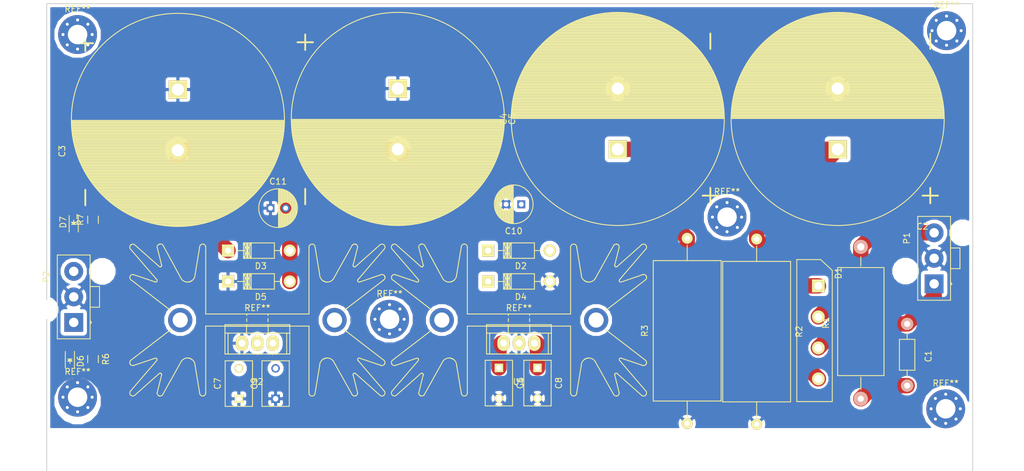
<source format=kicad_pcb>
(kicad_pcb (version 4) (host pcbnew 4.0.5)

  (general
    (links 0)
    (no_connects 32)
    (area 15.164999 15.164999 167.715001 155.015001)
    (thickness 1.6)
    (drawings 7)
    (tracks 32)
    (zones 0)
    (modules 35)
    (nets 11)
  )

  (page A4)
  (layers
    (0 F.Cu signal)
    (31 B.Cu signal)
    (32 B.Adhes user hide)
    (33 F.Adhes user hide)
    (34 B.Paste user hide)
    (35 F.Paste user hide)
    (36 B.SilkS user)
    (37 F.SilkS user)
    (38 B.Mask user)
    (39 F.Mask user)
    (40 Dwgs.User user hide)
    (41 Cmts.User user)
    (42 Eco1.User user hide)
    (43 Eco2.User user hide)
    (44 Edge.Cuts user hide)
    (45 Margin user hide)
    (46 B.CrtYd user hide)
    (47 F.CrtYd user hide)
    (48 B.Fab user hide)
    (49 F.Fab user)
  )

  (setup
    (last_trace_width 2.54)
    (trace_clearance 0.6096)
    (zone_clearance 0.508)
    (zone_45_only no)
    (trace_min 0.2)
    (segment_width 0.2)
    (edge_width 0.15)
    (via_size 0.6)
    (via_drill 0.4)
    (via_min_size 0.4)
    (via_min_drill 0.3)
    (uvia_size 0.3)
    (uvia_drill 0.1)
    (uvias_allowed no)
    (uvia_min_size 0.2)
    (uvia_min_drill 0.1)
    (pcb_text_width 0.3)
    (pcb_text_size 1.5 1.5)
    (mod_edge_width 0.15)
    (mod_text_size 1 1)
    (mod_text_width 0.15)
    (pad_size 1.6 1.6)
    (pad_drill 0.8)
    (pad_to_mask_clearance 0.2)
    (aux_axis_origin 0 0)
    (visible_elements FFFFEFFF)
    (pcbplotparams
      (layerselection 0x00030_80000001)
      (usegerberextensions false)
      (excludeedgelayer true)
      (linewidth 0.100000)
      (plotframeref false)
      (viasonmask false)
      (mode 1)
      (useauxorigin false)
      (hpglpennumber 1)
      (hpglpenspeed 20)
      (hpglpendiameter 15)
      (hpglpenoverlay 2)
      (psnegative false)
      (psa4output false)
      (plotreference true)
      (plotvalue true)
      (plotinvisibletext false)
      (padsonsilk false)
      (subtractmaskfromsilk false)
      (outputformat 1)
      (mirror false)
      (drillshape 1)
      (scaleselection 1)
      (outputdirectory ""))
  )

  (net 0 "")
  (net 1 /+18V)
  (net 2 "Net-(C1-Pad2)")
  (net 3 "Net-(C2-Pad1)")
  (net 4 /GND)
  (net 5 "Net-(C3-Pad2)")
  (net 6 /+15V)
  (net 7 /-15V)
  (net 8 /-18V)
  (net 9 "Net-(D6-Pad2)")
  (net 10 "Net-(D7-Pad2)")

  (net_class Default "This is the default net class."
    (clearance 0.6096)
    (trace_width 2.54)
    (via_dia 0.6)
    (via_drill 0.4)
    (uvia_dia 0.3)
    (uvia_drill 0.1)
    (add_net /+15V)
    (add_net /+18V)
    (add_net /-15V)
    (add_net /-18V)
    (add_net /GND)
    (add_net "Net-(C1-Pad2)")
    (add_net "Net-(C2-Pad1)")
    (add_net "Net-(C3-Pad2)")
    (add_net "Net-(D6-Pad2)")
    (add_net "Net-(D7-Pad2)")
  )

  (module Mounting_Holes:MountingHole_3.2mm_M3_Pad_Via (layer F.Cu) (tedit 56DDBCCA) (tstamp 587C3553)
    (at 20.32 80.01)
    (descr "Mounting Hole 3.2mm, M3")
    (tags "mounting hole 3.2mm m3")
    (fp_text reference REF** (at 0 -4.2) (layer F.SilkS)
      (effects (font (size 1 1) (thickness 0.15)))
    )
    (fp_text value MountingHole_3.2mm_M3_Pad_Via (at 0 4.2) (layer F.Fab)
      (effects (font (size 1 1) (thickness 0.15)))
    )
    (fp_circle (center 0 0) (end 3.2 0) (layer Cmts.User) (width 0.15))
    (fp_circle (center 0 0) (end 3.45 0) (layer F.CrtYd) (width 0.05))
    (pad 1 thru_hole circle (at 0 0) (size 6.4 6.4) (drill 3.2) (layers *.Cu *.Mask))
    (pad "" thru_hole circle (at 2.4 0) (size 0.6 0.6) (drill 0.5) (layers *.Cu *.Mask))
    (pad "" thru_hole circle (at 1.697056 1.697056) (size 0.6 0.6) (drill 0.5) (layers *.Cu *.Mask))
    (pad "" thru_hole circle (at 0 2.4) (size 0.6 0.6) (drill 0.5) (layers *.Cu *.Mask))
    (pad "" thru_hole circle (at -1.697056 1.697056) (size 0.6 0.6) (drill 0.5) (layers *.Cu *.Mask))
    (pad "" thru_hole circle (at -2.4 0) (size 0.6 0.6) (drill 0.5) (layers *.Cu *.Mask))
    (pad "" thru_hole circle (at -1.697056 -1.697056) (size 0.6 0.6) (drill 0.5) (layers *.Cu *.Mask))
    (pad "" thru_hole circle (at 0 -2.4) (size 0.6 0.6) (drill 0.5) (layers *.Cu *.Mask))
    (pad "" thru_hole circle (at 1.697056 -1.697056) (size 0.6 0.6) (drill 0.5) (layers *.Cu *.Mask))
  )

  (module Mounting_Holes:MountingHole_3.2mm_M3_Pad_Via (layer F.Cu) (tedit 56DDBCCA) (tstamp 587C3547)
    (at 163.195 81.915)
    (descr "Mounting Hole 3.2mm, M3")
    (tags "mounting hole 3.2mm m3")
    (fp_text reference REF** (at 0 -4.2) (layer F.SilkS)
      (effects (font (size 1 1) (thickness 0.15)))
    )
    (fp_text value MountingHole_3.2mm_M3_Pad_Via (at 0 4.2) (layer F.Fab)
      (effects (font (size 1 1) (thickness 0.15)))
    )
    (fp_circle (center 0 0) (end 3.2 0) (layer Cmts.User) (width 0.15))
    (fp_circle (center 0 0) (end 3.45 0) (layer F.CrtYd) (width 0.05))
    (pad 1 thru_hole circle (at 0 0) (size 6.4 6.4) (drill 3.2) (layers *.Cu *.Mask))
    (pad "" thru_hole circle (at 2.4 0) (size 0.6 0.6) (drill 0.5) (layers *.Cu *.Mask))
    (pad "" thru_hole circle (at 1.697056 1.697056) (size 0.6 0.6) (drill 0.5) (layers *.Cu *.Mask))
    (pad "" thru_hole circle (at 0 2.4) (size 0.6 0.6) (drill 0.5) (layers *.Cu *.Mask))
    (pad "" thru_hole circle (at -1.697056 1.697056) (size 0.6 0.6) (drill 0.5) (layers *.Cu *.Mask))
    (pad "" thru_hole circle (at -2.4 0) (size 0.6 0.6) (drill 0.5) (layers *.Cu *.Mask))
    (pad "" thru_hole circle (at -1.697056 -1.697056) (size 0.6 0.6) (drill 0.5) (layers *.Cu *.Mask))
    (pad "" thru_hole circle (at 0 -2.4) (size 0.6 0.6) (drill 0.5) (layers *.Cu *.Mask))
    (pad "" thru_hole circle (at 1.697056 -1.697056) (size 0.6 0.6) (drill 0.5) (layers *.Cu *.Mask))
  )

  (module Mounting_Holes:MountingHole_3.2mm_M3_Pad_Via (layer F.Cu) (tedit 56DDBCCA) (tstamp 587C3539)
    (at 127.207944 50.372944)
    (descr "Mounting Hole 3.2mm, M3")
    (tags "mounting hole 3.2mm m3")
    (fp_text reference REF** (at 0 -4.2) (layer F.SilkS)
      (effects (font (size 1 1) (thickness 0.15)))
    )
    (fp_text value MountingHole_3.2mm_M3_Pad_Via (at 0 4.2) (layer F.Fab)
      (effects (font (size 1 1) (thickness 0.15)))
    )
    (fp_circle (center 0 0) (end 3.2 0) (layer Cmts.User) (width 0.15))
    (fp_circle (center 0 0) (end 3.45 0) (layer F.CrtYd) (width 0.05))
    (pad 1 thru_hole circle (at 0 0) (size 6.4 6.4) (drill 3.2) (layers *.Cu *.Mask))
    (pad "" thru_hole circle (at 2.4 0) (size 0.6 0.6) (drill 0.5) (layers *.Cu *.Mask))
    (pad "" thru_hole circle (at 1.697056 1.697056) (size 0.6 0.6) (drill 0.5) (layers *.Cu *.Mask))
    (pad "" thru_hole circle (at 0 2.4) (size 0.6 0.6) (drill 0.5) (layers *.Cu *.Mask))
    (pad "" thru_hole circle (at -1.697056 1.697056) (size 0.6 0.6) (drill 0.5) (layers *.Cu *.Mask))
    (pad "" thru_hole circle (at -2.4 0) (size 0.6 0.6) (drill 0.5) (layers *.Cu *.Mask))
    (pad "" thru_hole circle (at -1.697056 -1.697056) (size 0.6 0.6) (drill 0.5) (layers *.Cu *.Mask))
    (pad "" thru_hole circle (at 0 -2.4) (size 0.6 0.6) (drill 0.5) (layers *.Cu *.Mask))
    (pad "" thru_hole circle (at 1.697056 -1.697056) (size 0.6 0.6) (drill 0.5) (layers *.Cu *.Mask))
  )

  (module Mounting_Holes:MountingHole_3.2mm_M3_Pad_Via (layer F.Cu) (tedit 56DDBCCA) (tstamp 587C352B)
    (at 163.335 19.685)
    (descr "Mounting Hole 3.2mm, M3")
    (tags "mounting hole 3.2mm m3")
    (fp_text reference REF** (at 0 -4.2) (layer F.SilkS)
      (effects (font (size 1 1) (thickness 0.15)))
    )
    (fp_text value MountingHole_3.2mm_M3_Pad_Via (at 0 4.2) (layer F.Fab)
      (effects (font (size 1 1) (thickness 0.15)))
    )
    (fp_circle (center 0 0) (end 3.2 0) (layer Cmts.User) (width 0.15))
    (fp_circle (center 0 0) (end 3.45 0) (layer F.CrtYd) (width 0.05))
    (pad 1 thru_hole circle (at 0 0) (size 6.4 6.4) (drill 3.2) (layers *.Cu *.Mask))
    (pad "" thru_hole circle (at 2.4 0) (size 0.6 0.6) (drill 0.5) (layers *.Cu *.Mask))
    (pad "" thru_hole circle (at 1.697056 1.697056) (size 0.6 0.6) (drill 0.5) (layers *.Cu *.Mask))
    (pad "" thru_hole circle (at 0 2.4) (size 0.6 0.6) (drill 0.5) (layers *.Cu *.Mask))
    (pad "" thru_hole circle (at -1.697056 1.697056) (size 0.6 0.6) (drill 0.5) (layers *.Cu *.Mask))
    (pad "" thru_hole circle (at -2.4 0) (size 0.6 0.6) (drill 0.5) (layers *.Cu *.Mask))
    (pad "" thru_hole circle (at -1.697056 -1.697056) (size 0.6 0.6) (drill 0.5) (layers *.Cu *.Mask))
    (pad "" thru_hole circle (at 0 -2.4) (size 0.6 0.6) (drill 0.5) (layers *.Cu *.Mask))
    (pad "" thru_hole circle (at 1.697056 -1.697056) (size 0.6 0.6) (drill 0.5) (layers *.Cu *.Mask))
  )

  (module Mounting_Holes:MountingHole_3.2mm_M3_Pad_Via (layer F.Cu) (tedit 56DDBCCA) (tstamp 587C300B)
    (at 20.32 20.32)
    (descr "Mounting Hole 3.2mm, M3")
    (tags "mounting hole 3.2mm m3")
    (fp_text reference REF** (at 0 -4.2) (layer F.SilkS)
      (effects (font (size 1 1) (thickness 0.15)))
    )
    (fp_text value MountingHole_3.2mm_M3_Pad_Via (at 0 4.2) (layer F.Fab)
      (effects (font (size 1 1) (thickness 0.15)))
    )
    (fp_circle (center 0 0) (end 3.2 0) (layer Cmts.User) (width 0.15))
    (fp_circle (center 0 0) (end 3.45 0) (layer F.CrtYd) (width 0.05))
    (pad 1 thru_hole circle (at 0 0) (size 6.4 6.4) (drill 3.2) (layers *.Cu *.Mask))
    (pad "" thru_hole circle (at 2.4 0) (size 0.6 0.6) (drill 0.5) (layers *.Cu *.Mask))
    (pad "" thru_hole circle (at 1.697056 1.697056) (size 0.6 0.6) (drill 0.5) (layers *.Cu *.Mask))
    (pad "" thru_hole circle (at 0 2.4) (size 0.6 0.6) (drill 0.5) (layers *.Cu *.Mask))
    (pad "" thru_hole circle (at -1.697056 1.697056) (size 0.6 0.6) (drill 0.5) (layers *.Cu *.Mask))
    (pad "" thru_hole circle (at -2.4 0) (size 0.6 0.6) (drill 0.5) (layers *.Cu *.Mask))
    (pad "" thru_hole circle (at -1.697056 -1.697056) (size 0.6 0.6) (drill 0.5) (layers *.Cu *.Mask))
    (pad "" thru_hole circle (at 0 -2.4) (size 0.6 0.6) (drill 0.5) (layers *.Cu *.Mask))
    (pad "" thru_hole circle (at 1.697056 -1.697056) (size 0.6 0.6) (drill 0.5) (layers *.Cu *.Mask))
  )

  (module ps1:Molex_Mini-Fit_JR-5566-03x3x (layer F.Cu) (tedit 58744CFA) (tstamp 587460EC)
    (at 161.29 61.35 90)
    (path /586AD311)
    (fp_text reference P1 (at 7.5 -4.5 90) (layer F.SilkS)
      (effects (font (size 1 1) (thickness 0.15)))
    )
    (fp_text value CONN_01X03 (at 4 8.25 90) (layer F.Fab)
      (effects (font (size 1 1) (thickness 0.15)))
    )
    (fp_line (start 11.4 3) (end 10.65 3) (layer F.CrtYd) (width 0.05))
    (fp_line (start 10.65 3) (end 10.65 7) (layer F.CrtYd) (width 0.05))
    (fp_line (start 10.65 7) (end 5.9 7) (layer F.CrtYd) (width 0.05))
    (fp_line (start 5.9 7) (end 5.9 4.75) (layer F.CrtYd) (width 0.05))
    (fp_line (start 5.9 4.75) (end 2.15 4.75) (layer F.CrtYd) (width 0.05))
    (fp_line (start 2.15 4.75) (end 2.15 3.25) (layer F.CrtYd) (width 0.05))
    (fp_line (start 2.15 3.25) (end -3.1 3.25) (layer F.CrtYd) (width 0.05))
    (fp_line (start -3.1 3.25) (end -3.1 -3.25) (layer F.CrtYd) (width 0.05))
    (fp_line (start -3.1 -3.25) (end -0.1 -3.25) (layer F.CrtYd) (width 0.05))
    (fp_line (start -0.1 -3.25) (end -0.1 -7) (layer F.CrtYd) (width 0.05))
    (fp_line (start -0.1 -7) (end 4.15 -7) (layer F.CrtYd) (width 0.05))
    (fp_line (start 4.15 -7) (end 4.4 -7) (layer F.CrtYd) (width 0.05))
    (fp_line (start 4.4 -7) (end 4.4 -3.25) (layer F.CrtYd) (width 0.05))
    (fp_line (start 4.4 -3.25) (end 11.65 -3.25) (layer F.CrtYd) (width 0.05))
    (fp_line (start 11.65 -3.25) (end 11.65 3) (layer F.CrtYd) (width 0.05))
    (fp_line (start 11.65 3) (end 11.4 3) (layer F.CrtYd) (width 0.05))
    (fp_line (start 1.718 -0.905) (end 0.718 -1.905) (layer F.Fab) (width 0.05))
    (fp_line (start -0.682 -1.905) (end -1.682 -0.905) (layer F.Fab) (width 0.05))
    (fp_line (start -1.682 1.905) (end -1.682 -0.905) (layer F.Fab) (width 0.05))
    (fp_line (start 1.718 1.905) (end 1.718 -0.905) (layer F.Fab) (width 0.05))
    (fp_line (start 2.509 1.905) (end 2.509 -1.905) (layer F.Fab) (width 0.05))
    (fp_line (start 5.909 1.905) (end 5.909 -1.905) (layer F.Fab) (width 0.05))
    (fp_line (start 6.7 1.905) (end 6.7 -1.905) (layer F.Fab) (width 0.05))
    (fp_line (start 10.1 1.905) (end 10.1 -1.905) (layer F.Fab) (width 0.05))
    (fp_line (start 10.1 -1.905) (end 6.7 -1.905) (layer F.Fab) (width 0.05))
    (fp_line (start 5.909 -1.905) (end 2.509 -1.905) (layer F.Fab) (width 0.05))
    (fp_line (start 0.718 -1.905) (end -0.682 -1.905) (layer F.Fab) (width 0.05))
    (fp_line (start 1.718 1.905) (end -1.682 1.905) (layer F.Fab) (width 0.05))
    (fp_line (start 5.909 1.905) (end 2.509 1.905) (layer F.Fab) (width 0.05))
    (fp_line (start 10.1 1.905) (end 6.7 1.905) (layer F.Fab) (width 0.05))
    (fp_arc (start 0 2.7) (end 0.2 2.7) (angle 180) (layer F.SilkS) (width 0.15))
    (fp_line (start 2.5 2.7) (end 2.5 4.25) (layer F.SilkS) (width 0.15))
    (fp_line (start 5.9 2.7) (end 5.9 4.25) (layer F.SilkS) (width 0.15))
    (fp_line (start -2.7 -2.7) (end -2.7 2.7) (layer F.SilkS) (width 0.15))
    (fp_line (start 11.1 -2.7) (end 11.1 2.7) (layer F.SilkS) (width 0.15))
    (fp_line (start 11.1 2.7) (end -2.7 2.7) (layer F.SilkS) (width 0.15))
    (fp_line (start 11.1 -2.7) (end -2.7 -2.7) (layer F.SilkS) (width 0.15))
    (fp_line (start 5.9 4.25) (end 2.5 4.25) (layer F.SilkS) (width 0.15))
    (pad "" np_thru_hole circle (at 2.1 -4.7 270) (size 3.15 3.15) (drill 3.15) (layers *.Cu))
    (pad 1 thru_hole rect (at 0 0 270) (size 3.1 3.1) (drill 1.55) (layers *.Cu *.Mask)
      (net 1 /+18V))
    (pad 3 thru_hole circle (at 8.4 0 270) (size 3.1 3.1) (drill 1.55) (layers *.Cu *.Mask)
      (net 8 /-18V))
    (pad 2 thru_hole circle (at 4.2 0 270) (size 3.1 3.1) (drill 1.55) (layers *.Cu *.Mask)
      (net 4 /GND))
    (pad "" np_thru_hole circle (at 8.4 4.7 270) (size 3.15 3.15) (drill 3.15) (layers *.Cu))
  )

  (module Heatsinks:Heatsink_Fischer_SK129-STS_42x25mm_2xDrill2.5mm (layer F.Cu) (tedit 5470C87E) (tstamp 587C1AB7)
    (at 92.964 67.31)
    (fp_text reference REF** (at 0 -2) (layer F.SilkS)
      (effects (font (size 1 1) (thickness 0.15)))
    )
    (fp_text value Heatsink_Fischer_SK129-STS_42x25mm_2xDrill2.5mm (at 0 13.5) (layer F.Fab)
      (effects (font (size 1 1) (thickness 0.15)))
    )
    (fp_line (start 20.8 -6.6) (end 14.3 -1.6) (layer F.SilkS) (width 0.15))
    (fp_line (start 20.8 6.6) (end 14.3 1.6) (layer F.SilkS) (width 0.15))
    (fp_line (start -20.8 6.6) (end -14.3 1.6) (layer F.SilkS) (width 0.15))
    (fp_line (start -20.7 -6.55) (end -14.3 -1.6) (layer F.SilkS) (width 0.15))
    (fp_arc (start 16 9) (end 15.75 9.05) (angle 90) (layer F.SilkS) (width 0.15))
    (fp_arc (start 16 9) (end 15.85 8.8) (angle 90) (layer F.SilkS) (width 0.15))
    (fp_arc (start 16.75 6.5) (end 16.6 6.7) (angle 90) (layer F.SilkS) (width 0.15))
    (fp_arc (start 16.75 6.5) (end 16.55 6.35) (angle 90) (layer F.SilkS) (width 0.15))
    (fp_arc (start 16.75 -6.5) (end 16.8 -6.25) (angle 90) (layer F.SilkS) (width 0.15))
    (fp_arc (start 16.75 -6.5) (end 16.55 -6.35) (angle 90) (layer F.SilkS) (width 0.15))
    (fp_arc (start 16 -9) (end 16.15 -8.8) (angle 90) (layer F.SilkS) (width 0.15))
    (fp_arc (start 16 -9) (end 15.95 -8.75) (angle 90) (layer F.SilkS) (width 0.15))
    (fp_arc (start 20.5 -12) (end 20.9 -12.3) (angle 90) (layer F.SilkS) (width 0.15))
    (fp_arc (start 20.5 -12) (end 20.2 -12.4) (angle 90) (layer F.SilkS) (width 0.15))
    (fp_arc (start 20.5 -7) (end 20.9 -7.3) (angle 90) (layer F.SilkS) (width 0.15))
    (fp_arc (start 20.5 -7) (end 20.45 -7.5) (angle 90) (layer F.SilkS) (width 0.15))
    (fp_arc (start 20.5 7) (end 20.95 7.2) (angle 90) (layer F.SilkS) (width 0.15))
    (fp_arc (start 20.5 7) (end 20.8 6.6) (angle 90) (layer F.SilkS) (width 0.15))
    (fp_arc (start 20.5 12) (end 20.9 11.7) (angle 90) (layer F.SilkS) (width 0.15))
    (fp_arc (start 20.5 12.05) (end 20.85 12.35) (angle 90) (layer F.SilkS) (width 0.15))
    (fp_line (start 16.15 8.8) (end 20.2 12.4) (layer F.SilkS) (width 0.15))
    (fp_line (start 16.5 12) (end 15.75 9) (layer F.SilkS) (width 0.15))
    (fp_line (start 16.6 6.7) (end 20.9 11.7) (layer F.SilkS) (width 0.15))
    (fp_line (start 16.9 6.3) (end 20.3 7.45) (layer F.SilkS) (width 0.15))
    (fp_line (start 16.8 -6.25) (end 20.45 -7.5) (layer F.SilkS) (width 0.15))
    (fp_line (start 16.55 -6.65) (end 20.8 -11.6) (layer F.SilkS) (width 0.15))
    (fp_line (start 16.15 -8.8) (end 20.2 -12.4) (layer F.SilkS) (width 0.15))
    (fp_line (start 16.5 -12) (end 15.75 -9.05) (layer F.SilkS) (width 0.15))
    (fp_arc (start -16.75 -6.5) (end -16.55 -6.35) (angle 90) (layer F.SilkS) (width 0.15))
    (fp_arc (start -16.75 -6.5) (end -16.55 -6.65) (angle 90) (layer F.SilkS) (width 0.15))
    (fp_arc (start -16 -9) (end -15.85 -8.8) (angle 90) (layer F.SilkS) (width 0.15))
    (fp_arc (start -16 -9) (end -15.75 -9.05) (angle 90) (layer F.SilkS) (width 0.15))
    (fp_arc (start -16.75 6.5) (end -16.65 6.3) (angle 90) (layer F.SilkS) (width 0.15))
    (fp_arc (start -16.75 6.5) (end -16.85 6.3) (angle 90) (layer F.SilkS) (width 0.15))
    (fp_arc (start -16 9) (end -15.95 8.75) (angle 90) (layer F.SilkS) (width 0.15))
    (fp_arc (start -16 9) (end -16.15 8.8) (angle 90) (layer F.SilkS) (width 0.15))
    (fp_line (start 8.5 12) (end 8.5 1) (layer F.SilkS) (width 0.15))
    (fp_arc (start -20.5 -7) (end -20.95 -7.2) (angle 90) (layer F.SilkS) (width 0.15))
    (fp_arc (start -20.5 -7) (end -20.7 -6.55) (angle 90) (layer F.SilkS) (width 0.15))
    (fp_arc (start -20.5 -12) (end -20.9 -12.3) (angle 90) (layer F.SilkS) (width 0.15))
    (fp_arc (start -20.5 -12) (end -20.9 -11.7) (angle 90) (layer F.SilkS) (width 0.15))
    (fp_line (start -16.9 -6.3) (end -20.3 -7.45) (layer F.SilkS) (width 0.15))
    (fp_arc (start -20.5 12) (end -20.15 12.35) (angle 90) (layer F.SilkS) (width 0.15))
    (fp_arc (start -20.5 12) (end -20.85 12.35) (angle 90) (layer F.SilkS) (width 0.15))
    (fp_arc (start -20.5 7) (end -20.3 7.45) (angle 90) (layer F.SilkS) (width 0.15))
    (fp_arc (start -20.5 7) (end -20.9 7.3) (angle 90) (layer F.SilkS) (width 0.15))
    (fp_line (start -8.5 12) (end -8.5 1) (layer F.SilkS) (width 0.15))
    (fp_line (start -20.3 7.45) (end -16.9 6.3) (layer F.SilkS) (width 0.15))
    (fp_line (start -20.85 11.65) (end -16.55 6.65) (layer F.SilkS) (width 0.15))
    (fp_line (start -20.1 12.3) (end -16.15 8.8) (layer F.SilkS) (width 0.15))
    (fp_line (start -16.5 12) (end -15.75 9) (layer F.SilkS) (width 0.15))
    (fp_line (start -16.55 -6.65) (end -20.9 -11.7) (layer F.SilkS) (width 0.15))
    (fp_line (start -16.2 -8.85) (end -20.15 -12.35) (layer F.SilkS) (width 0.15))
    (fp_line (start -8.5 -12) (end -8.5 -1) (layer F.SilkS) (width 0.15))
    (fp_line (start 8.5 -12) (end 8.5 -1) (layer F.SilkS) (width 0.15))
    (fp_line (start -15.75 -9) (end -16.5 -12) (layer F.SilkS) (width 0.15))
    (fp_line (start 15.55 12.2) (end 12.5 6.75) (layer F.SilkS) (width 0.15))
    (fp_arc (start 16 12) (end 16.2 12.45) (angle 90) (layer F.SilkS) (width 0.15))
    (fp_line (start -15.6 12.3) (end -12.5 6.75) (layer F.SilkS) (width 0.15))
    (fp_arc (start -16 12) (end -15.6 12.3) (angle 90) (layer F.SilkS) (width 0.15))
    (fp_line (start -15.5 -12.25) (end -12.5 -6.75) (layer F.SilkS) (width 0.15))
    (fp_arc (start -15.95 -12) (end -16.2 -12.45) (angle 90) (layer F.SilkS) (width 0.15))
    (fp_line (start 12.5 -6.75) (end 15.6 -12.3) (layer F.SilkS) (width 0.15))
    (fp_arc (start 16 -12) (end 15.6 -12.3) (angle 90) (layer F.SilkS) (width 0.15))
    (fp_arc (start 11.5 7.5) (end 10.75 6.5) (angle 90) (layer F.SilkS) (width 0.15))
    (fp_arc (start 11.5 7.5) (end 10.25 7.5) (angle 90) (layer F.SilkS) (width 0.15))
    (fp_arc (start -11.5 7.5) (end -11.5 6.25) (angle 90) (layer F.SilkS) (width 0.15))
    (fp_arc (start -11.5 7.5) (end -12.5 6.75) (angle 90) (layer F.SilkS) (width 0.15))
    (fp_arc (start -11.5 -7.5) (end -10.75 -6.5) (angle 90) (layer F.SilkS) (width 0.15))
    (fp_arc (start -11.5 -7.5) (end -10.25 -7.5) (angle 90) (layer F.SilkS) (width 0.15))
    (fp_arc (start 11.5 -7.5) (end 12.5 -6.75) (angle 90) (layer F.SilkS) (width 0.15))
    (fp_arc (start 11.5 -7.5) (end 11.5 -6.25) (angle 90) (layer F.SilkS) (width 0.15))
    (fp_line (start 10.25 7.5) (end 9.5 12) (layer F.SilkS) (width 0.15))
    (fp_line (start -10.25 7.5) (end -9.5 12) (layer F.SilkS) (width 0.15))
    (fp_line (start 9.5 -12) (end 10.25 -7.5) (layer F.SilkS) (width 0.15))
    (fp_line (start -9.5 -12) (end -10.25 -7.5) (layer F.SilkS) (width 0.15))
    (fp_arc (start -16 -12) (end -16.5 -12) (angle 90) (layer F.SilkS) (width 0.15))
    (fp_arc (start 16 -12) (end 16 -12.5) (angle 90) (layer F.SilkS) (width 0.15))
    (fp_arc (start 16 12) (end 16.5 12) (angle 90) (layer F.SilkS) (width 0.15))
    (fp_arc (start -16 12) (end -16 12.5) (angle 90) (layer F.SilkS) (width 0.15))
    (fp_arc (start -9 -12) (end -9.5 -12) (angle 90) (layer F.SilkS) (width 0.15))
    (fp_arc (start -9 -12) (end -9 -12.5) (angle 90) (layer F.SilkS) (width 0.15))
    (fp_arc (start -9 12) (end -9 12.5) (angle 90) (layer F.SilkS) (width 0.15))
    (fp_arc (start -9 12) (end -8.5 12) (angle 90) (layer F.SilkS) (width 0.15))
    (fp_arc (start 9 12) (end 9.5 12) (angle 90) (layer F.SilkS) (width 0.15))
    (fp_arc (start 9 12) (end 9 12.5) (angle 90) (layer F.SilkS) (width 0.15))
    (fp_arc (start 9 -12) (end 9 -12.5) (angle 90) (layer F.SilkS) (width 0.15))
    (fp_arc (start 9 -12) (end 8.5 -12) (angle 90) (layer F.SilkS) (width 0.15))
    (fp_line (start 1.75 -0.25) (end 1.75 0.25) (layer F.SilkS) (width 0.15))
    (fp_line (start -1.75 -0.25) (end -1.75 0.25) (layer F.SilkS) (width 0.15))
    (fp_line (start 1.75 0.75) (end 1.75 1) (layer F.SilkS) (width 0.15))
    (fp_line (start -1.75 1) (end -1.75 0.75) (layer F.SilkS) (width 0.15))
    (fp_line (start 1.75 -1) (end 1.75 -0.75) (layer F.SilkS) (width 0.15))
    (fp_line (start -1.75 -1) (end -1.75 -0.75) (layer F.SilkS) (width 0.15))
    (fp_line (start 8.5 1) (end -8.5 1) (layer F.SilkS) (width 0.15))
    (fp_line (start -8.5 -1) (end 8.5 -1) (layer F.SilkS) (width 0.15))
    (pad 1 thru_hole circle (at -12.7 0) (size 4 4) (drill 2.5) (layers *.Cu *.Mask))
    (pad 1 thru_hole circle (at 12.7 0) (size 4 4) (drill 2.5) (layers *.Cu *.Mask))
  )

  (module ps1:C_Radial_D35_L51_P10 (layer F.Cu) (tedit 58756C94) (tstamp 5874221E)
    (at 145.415 39.21 90)
    (descr "Radial Electrolytic Capacitor Diameter 35mm x Length 51mm, Pitch 10mm")
    (tags "Electrolytic Capacitor")
    (path /5850631C)
    (fp_text reference C2 (at -12.7 13.97 180) (layer F.SilkS)
      (effects (font (size 1 1) (thickness 0.15)))
    )
    (fp_text value 8200uF (at -13.97 0 180) (layer F.Fab)
      (effects (font (size 1 1) (thickness 0.15)))
    )
    (fp_line (start -7.62 13.97) (end -7.62 16.51) (layer F.SilkS) (width 0.3))
    (fp_line (start -8.89 15.24) (end -6.35 15.24) (layer F.SilkS) (width 0.3))
    (fp_line (start 16.51 15.24) (end 19.05 15.24) (layer F.SilkS) (width 0.3))
    (fp_line (start 5.075 -17.5) (end 5.075 17.5) (layer F.SilkS) (width 0.15))
    (fp_line (start 5.215 -17.499) (end 5.215 17.499) (layer F.SilkS) (width 0.15))
    (fp_line (start 5.355 -17.496) (end 5.355 17.496) (layer F.SilkS) (width 0.15))
    (fp_line (start 5.495 -17.493) (end 5.495 17.493) (layer F.SilkS) (width 0.15))
    (fp_line (start 5.635 -17.488) (end 5.635 17.488) (layer F.SilkS) (width 0.15))
    (fp_line (start 5.775 -17.483) (end 5.775 17.483) (layer F.SilkS) (width 0.15))
    (fp_line (start 5.915 -17.476) (end 5.915 17.476) (layer F.SilkS) (width 0.15))
    (fp_line (start 6.055 -17.468) (end 6.055 17.468) (layer F.SilkS) (width 0.15))
    (fp_line (start 6.195 -17.459) (end 6.195 17.459) (layer F.SilkS) (width 0.15))
    (fp_line (start 6.335 -17.449) (end 6.335 17.449) (layer F.SilkS) (width 0.15))
    (fp_line (start 6.475 -17.438) (end 6.475 17.438) (layer F.SilkS) (width 0.15))
    (fp_line (start 6.615 -17.425) (end 6.615 17.425) (layer F.SilkS) (width 0.15))
    (fp_line (start 6.755 -17.412) (end 6.755 17.412) (layer F.SilkS) (width 0.15))
    (fp_line (start 6.895 -17.397) (end 6.895 17.397) (layer F.SilkS) (width 0.15))
    (fp_line (start 7.035 -17.381) (end 7.035 17.381) (layer F.SilkS) (width 0.15))
    (fp_line (start 7.175 -17.364) (end 7.175 17.364) (layer F.SilkS) (width 0.15))
    (fp_line (start 7.315 -17.346) (end 7.315 17.346) (layer F.SilkS) (width 0.15))
    (fp_line (start 7.455 -17.327) (end 7.455 17.327) (layer F.SilkS) (width 0.15))
    (fp_line (start 7.595 -17.307) (end 7.595 17.307) (layer F.SilkS) (width 0.15))
    (fp_line (start 7.735 -17.285) (end 7.735 17.285) (layer F.SilkS) (width 0.15))
    (fp_line (start 7.875 -17.262) (end 7.875 17.262) (layer F.SilkS) (width 0.15))
    (fp_line (start 8.015 -17.238) (end 8.015 17.238) (layer F.SilkS) (width 0.15))
    (fp_line (start 8.155 -17.213) (end 8.155 17.213) (layer F.SilkS) (width 0.15))
    (fp_line (start 8.295 -17.187) (end 8.295 17.187) (layer F.SilkS) (width 0.15))
    (fp_line (start 8.435 -17.16) (end 8.435 17.16) (layer F.SilkS) (width 0.15))
    (fp_line (start 8.575 -17.131) (end 8.575 17.131) (layer F.SilkS) (width 0.15))
    (fp_line (start 8.715 -17.101) (end 8.715 -0.197) (layer F.SilkS) (width 0.15))
    (fp_line (start 8.715 0.197) (end 8.715 17.101) (layer F.SilkS) (width 0.15))
    (fp_line (start 8.855 -17.07) (end 8.855 -0.616) (layer F.SilkS) (width 0.15))
    (fp_line (start 8.855 0.616) (end 8.855 17.07) (layer F.SilkS) (width 0.15))
    (fp_line (start 8.995 -17.038) (end 8.995 -0.825) (layer F.SilkS) (width 0.15))
    (fp_line (start 8.995 0.825) (end 8.995 17.038) (layer F.SilkS) (width 0.15))
    (fp_line (start 9.135 -17.004) (end 9.135 -0.97) (layer F.SilkS) (width 0.15))
    (fp_line (start 9.135 0.97) (end 9.135 17.004) (layer F.SilkS) (width 0.15))
    (fp_line (start 9.275 -16.97) (end 9.275 -1.079) (layer F.SilkS) (width 0.15))
    (fp_line (start 9.275 1.079) (end 9.275 16.97) (layer F.SilkS) (width 0.15))
    (fp_line (start 9.415 -16.934) (end 9.415 -1.161) (layer F.SilkS) (width 0.15))
    (fp_line (start 9.415 1.161) (end 9.415 16.934) (layer F.SilkS) (width 0.15))
    (fp_line (start 9.555 -16.897) (end 9.555 -1.221) (layer F.SilkS) (width 0.15))
    (fp_line (start 9.555 1.221) (end 9.555 16.897) (layer F.SilkS) (width 0.15))
    (fp_line (start 9.695 -16.858) (end 9.695 -1.264) (layer F.SilkS) (width 0.15))
    (fp_line (start 9.695 1.264) (end 9.695 16.858) (layer F.SilkS) (width 0.15))
    (fp_line (start 9.835 -16.819) (end 9.835 -1.289) (layer F.SilkS) (width 0.15))
    (fp_line (start 9.835 1.289) (end 9.835 16.819) (layer F.SilkS) (width 0.15))
    (fp_line (start 9.975 -16.778) (end 9.975 -1.3) (layer F.SilkS) (width 0.15))
    (fp_line (start 9.975 1.3) (end 9.975 16.778) (layer F.SilkS) (width 0.15))
    (fp_line (start 10.115 -16.736) (end 10.115 -1.295) (layer F.SilkS) (width 0.15))
    (fp_line (start 10.115 1.295) (end 10.115 16.736) (layer F.SilkS) (width 0.15))
    (fp_line (start 10.255 -16.692) (end 10.255 -1.275) (layer F.SilkS) (width 0.15))
    (fp_line (start 10.255 1.275) (end 10.255 16.692) (layer F.SilkS) (width 0.15))
    (fp_line (start 10.395 -16.648) (end 10.395 -1.239) (layer F.SilkS) (width 0.15))
    (fp_line (start 10.395 1.239) (end 10.395 16.648) (layer F.SilkS) (width 0.15))
    (fp_line (start 10.535 -16.602) (end 10.535 -1.185) (layer F.SilkS) (width 0.15))
    (fp_line (start 10.535 1.185) (end 10.535 16.602) (layer F.SilkS) (width 0.15))
    (fp_line (start 10.675 -16.554) (end 10.675 -1.111) (layer F.SilkS) (width 0.15))
    (fp_line (start 10.675 1.111) (end 10.675 16.554) (layer F.SilkS) (width 0.15))
    (fp_line (start 10.815 -16.506) (end 10.815 -1.013) (layer F.SilkS) (width 0.15))
    (fp_line (start 10.815 1.013) (end 10.815 16.506) (layer F.SilkS) (width 0.15))
    (fp_line (start 10.955 -16.456) (end 10.955 -0.882) (layer F.SilkS) (width 0.15))
    (fp_line (start 10.955 0.882) (end 10.955 16.456) (layer F.SilkS) (width 0.15))
    (fp_line (start 11.095 -16.404) (end 11.095 -0.701) (layer F.SilkS) (width 0.15))
    (fp_line (start 11.095 0.701) (end 11.095 16.404) (layer F.SilkS) (width 0.15))
    (fp_line (start 11.235 -16.352) (end 11.235 -0.406) (layer F.SilkS) (width 0.15))
    (fp_line (start 11.235 0.406) (end 11.235 16.352) (layer F.SilkS) (width 0.15))
    (fp_line (start 11.375 -16.298) (end 11.375 16.298) (layer F.SilkS) (width 0.15))
    (fp_line (start 11.515 -16.242) (end 11.515 16.242) (layer F.SilkS) (width 0.15))
    (fp_line (start 11.655 -16.185) (end 11.655 16.185) (layer F.SilkS) (width 0.15))
    (fp_line (start 11.795 -16.127) (end 11.795 16.127) (layer F.SilkS) (width 0.15))
    (fp_line (start 11.935 -16.067) (end 11.935 16.067) (layer F.SilkS) (width 0.15))
    (fp_line (start 12.075 -16.006) (end 12.075 16.006) (layer F.SilkS) (width 0.15))
    (fp_line (start 12.215 -15.943) (end 12.215 15.943) (layer F.SilkS) (width 0.15))
    (fp_line (start 12.355 -15.879) (end 12.355 15.879) (layer F.SilkS) (width 0.15))
    (fp_line (start 12.495 -15.814) (end 12.495 15.814) (layer F.SilkS) (width 0.15))
    (fp_line (start 12.635 -15.747) (end 12.635 15.747) (layer F.SilkS) (width 0.15))
    (fp_line (start 12.775 -15.678) (end 12.775 15.678) (layer F.SilkS) (width 0.15))
    (fp_line (start 12.915 -15.608) (end 12.915 15.608) (layer F.SilkS) (width 0.15))
    (fp_line (start 13.055 -15.536) (end 13.055 15.536) (layer F.SilkS) (width 0.15))
    (fp_line (start 13.195 -15.463) (end 13.195 15.463) (layer F.SilkS) (width 0.15))
    (fp_line (start 13.335 -15.388) (end 13.335 15.388) (layer F.SilkS) (width 0.15))
    (fp_line (start 13.475 -15.311) (end 13.475 15.311) (layer F.SilkS) (width 0.15))
    (fp_line (start 13.615 -15.233) (end 13.615 15.233) (layer F.SilkS) (width 0.15))
    (fp_line (start 13.755 -15.153) (end 13.755 15.153) (layer F.SilkS) (width 0.15))
    (fp_line (start 13.895 -15.071) (end 13.895 15.071) (layer F.SilkS) (width 0.15))
    (fp_line (start 14.035 -14.987) (end 14.035 14.987) (layer F.SilkS) (width 0.15))
    (fp_line (start 14.175 -14.902) (end 14.175 14.902) (layer F.SilkS) (width 0.15))
    (fp_line (start 14.315 -14.815) (end 14.315 14.815) (layer F.SilkS) (width 0.15))
    (fp_line (start 14.455 -14.726) (end 14.455 14.726) (layer F.SilkS) (width 0.15))
    (fp_line (start 14.595 -14.635) (end 14.595 14.635) (layer F.SilkS) (width 0.15))
    (fp_line (start 14.735 -14.542) (end 14.735 14.542) (layer F.SilkS) (width 0.15))
    (fp_line (start 14.875 -14.448) (end 14.875 14.448) (layer F.SilkS) (width 0.15))
    (fp_line (start 15.015 -14.351) (end 15.015 14.351) (layer F.SilkS) (width 0.15))
    (fp_line (start 15.155 -14.252) (end 15.155 14.252) (layer F.SilkS) (width 0.15))
    (fp_line (start 15.295 -14.151) (end 15.295 14.151) (layer F.SilkS) (width 0.15))
    (fp_line (start 15.435 -14.049) (end 15.435 14.049) (layer F.SilkS) (width 0.15))
    (fp_line (start 15.575 -13.943) (end 15.575 13.943) (layer F.SilkS) (width 0.15))
    (fp_line (start 15.715 -13.836) (end 15.715 13.836) (layer F.SilkS) (width 0.15))
    (fp_line (start 15.855 -13.727) (end 15.855 13.727) (layer F.SilkS) (width 0.15))
    (fp_line (start 15.995 -13.615) (end 15.995 13.615) (layer F.SilkS) (width 0.15))
    (fp_line (start 16.135 -13.5) (end 16.135 13.5) (layer F.SilkS) (width 0.15))
    (fp_line (start 16.275 -13.384) (end 16.275 13.384) (layer F.SilkS) (width 0.15))
    (fp_line (start 16.415 -13.265) (end 16.415 13.265) (layer F.SilkS) (width 0.15))
    (fp_line (start 16.555 -13.143) (end 16.555 13.143) (layer F.SilkS) (width 0.15))
    (fp_line (start 16.695 -13.018) (end 16.695 13.018) (layer F.SilkS) (width 0.15))
    (fp_line (start 16.835 -12.891) (end 16.835 12.891) (layer F.SilkS) (width 0.15))
    (fp_line (start 16.975 -12.761) (end 16.975 12.761) (layer F.SilkS) (width 0.15))
    (fp_line (start 17.115 -12.628) (end 17.115 12.628) (layer F.SilkS) (width 0.15))
    (fp_line (start 17.255 -12.493) (end 17.255 12.493) (layer F.SilkS) (width 0.15))
    (fp_line (start 17.395 -12.354) (end 17.395 12.354) (layer F.SilkS) (width 0.15))
    (fp_line (start 17.535 -12.212) (end 17.535 12.212) (layer F.SilkS) (width 0.15))
    (fp_line (start 17.675 -12.066) (end 17.675 12.066) (layer F.SilkS) (width 0.15))
    (fp_line (start 17.815 -11.917) (end 17.815 11.917) (layer F.SilkS) (width 0.15))
    (fp_line (start 17.955 -11.765) (end 17.955 11.765) (layer F.SilkS) (width 0.15))
    (fp_line (start 18.095 -11.609) (end 18.095 11.609) (layer F.SilkS) (width 0.15))
    (fp_line (start 18.235 -11.449) (end 18.235 11.449) (layer F.SilkS) (width 0.15))
    (fp_line (start 18.375 -11.285) (end 18.375 11.285) (layer F.SilkS) (width 0.15))
    (fp_line (start 18.515 -11.117) (end 18.515 11.117) (layer F.SilkS) (width 0.15))
    (fp_line (start 18.655 -10.945) (end 18.655 10.945) (layer F.SilkS) (width 0.15))
    (fp_line (start 18.795 -10.768) (end 18.795 10.768) (layer F.SilkS) (width 0.15))
    (fp_line (start 18.935 -10.586) (end 18.935 10.586) (layer F.SilkS) (width 0.15))
    (fp_line (start 19.075 -10.399) (end 19.075 10.399) (layer F.SilkS) (width 0.15))
    (fp_line (start 19.215 -10.207) (end 19.215 10.207) (layer F.SilkS) (width 0.15))
    (fp_line (start 19.355 -10.009) (end 19.355 10.009) (layer F.SilkS) (width 0.15))
    (fp_line (start 19.495 -9.805) (end 19.495 9.805) (layer F.SilkS) (width 0.15))
    (fp_line (start 19.635 -9.595) (end 19.635 9.595) (layer F.SilkS) (width 0.15))
    (fp_line (start 19.775 -9.378) (end 19.775 9.378) (layer F.SilkS) (width 0.15))
    (fp_line (start 19.915 -9.154) (end 19.915 9.154) (layer F.SilkS) (width 0.15))
    (fp_line (start 20.055 -8.922) (end 20.055 8.922) (layer F.SilkS) (width 0.15))
    (fp_line (start 20.195 -8.681) (end 20.195 8.681) (layer F.SilkS) (width 0.15))
    (fp_line (start 20.335 -8.431) (end 20.335 8.431) (layer F.SilkS) (width 0.15))
    (fp_line (start 20.475 -8.172) (end 20.475 8.172) (layer F.SilkS) (width 0.15))
    (fp_line (start 20.615 -7.901) (end 20.615 7.901) (layer F.SilkS) (width 0.15))
    (fp_line (start 20.755 -7.618) (end 20.755 7.618) (layer F.SilkS) (width 0.15))
    (fp_line (start 20.895 -7.321) (end 20.895 7.321) (layer F.SilkS) (width 0.15))
    (fp_line (start 21.035 -7.009) (end 21.035 7.009) (layer F.SilkS) (width 0.15))
    (fp_line (start 21.175 -6.68) (end 21.175 6.68) (layer F.SilkS) (width 0.15))
    (fp_line (start 21.315 -6.33) (end 21.315 6.33) (layer F.SilkS) (width 0.15))
    (fp_line (start 21.455 -5.957) (end 21.455 5.957) (layer F.SilkS) (width 0.15))
    (fp_line (start 21.595 -5.555) (end 21.595 5.555) (layer F.SilkS) (width 0.15))
    (fp_line (start 21.735 -5.118) (end 21.735 5.118) (layer F.SilkS) (width 0.15))
    (fp_line (start 21.875 -4.635) (end 21.875 4.635) (layer F.SilkS) (width 0.15))
    (fp_line (start 22.015 -4.091) (end 22.015 4.091) (layer F.SilkS) (width 0.15))
    (fp_line (start 22.155 -3.458) (end 22.155 3.458) (layer F.SilkS) (width 0.15))
    (fp_line (start 22.295 -2.671) (end 22.295 2.671) (layer F.SilkS) (width 0.15))
    (fp_line (start 22.435 -1.507) (end 22.435 1.507) (layer F.SilkS) (width 0.15))
    (fp_circle (center 10 0) (end 10 -1.3) (layer F.SilkS) (width 0.15))
    (fp_circle (center 5 0) (end 5 -17.5375) (layer F.SilkS) (width 0.15))
    (fp_circle (center 5 0) (end 5 -17.8) (layer F.CrtYd) (width 0.05))
    (pad 1 thru_hole rect (at 0 0 90) (size 3 3) (drill 2) (layers *.Cu *.Mask F.SilkS)
      (net 3 "Net-(C2-Pad1)"))
    (pad 2 thru_hole circle (at 10 0 90) (size 3 3) (drill 2) (layers *.Cu *.Mask F.SilkS)
      (net 4 /GND))
    (model Capacitors_ThroughHole.3dshapes/C_Radial_D35_L51_P10.wrl
      (at (xyz 0.19685 0 0))
      (scale (xyz 1 1 1))
      (rotate (xyz 0 0 90))
    )
  )

  (module Capacitors_ThroughHole:C_Disc_D7.5_P5 (layer F.Cu) (tedit 0) (tstamp 586E2825)
    (at 89.662 75.184 270)
    (descr "Capacitor 7.5mm Disc, Pitch 5mm")
    (tags Capacitor)
    (path /58626AFE)
    (fp_text reference C6 (at 2.5 -3.5 270) (layer F.SilkS)
      (effects (font (size 1 1) (thickness 0.15)))
    )
    (fp_text value .33uF (at 2.5 3.5 270) (layer F.Fab)
      (effects (font (size 1 1) (thickness 0.15)))
    )
    (fp_line (start -1.5 -2.5) (end 6.5 -2.5) (layer F.CrtYd) (width 0.05))
    (fp_line (start 6.5 -2.5) (end 6.5 2.5) (layer F.CrtYd) (width 0.05))
    (fp_line (start 6.5 2.5) (end -1.5 2.5) (layer F.CrtYd) (width 0.05))
    (fp_line (start -1.5 2.5) (end -1.5 -2.5) (layer F.CrtYd) (width 0.05))
    (fp_line (start -1.25 -2.25) (end 6.25 -2.25) (layer F.SilkS) (width 0.15))
    (fp_line (start 6.25 -2.25) (end 6.25 2.25) (layer F.SilkS) (width 0.15))
    (fp_line (start 6.25 2.25) (end -1.25 2.25) (layer F.SilkS) (width 0.15))
    (fp_line (start -1.25 2.25) (end -1.25 -2.25) (layer F.SilkS) (width 0.15))
    (pad 1 thru_hole rect (at 0 0 270) (size 1.4 1.4) (drill 0.9) (layers *.Cu *.Mask F.SilkS)
      (net 3 "Net-(C2-Pad1)"))
    (pad 2 thru_hole circle (at 5 0 270) (size 1.4 1.4) (drill 0.9) (layers *.Cu *.Mask F.SilkS)
      (net 4 /GND))
    (model Capacitors_ThroughHole.3dshapes/C_Disc_D7.5_P5.wrl
      (at (xyz 0.098425 0 0))
      (scale (xyz 1 1 1))
      (rotate (xyz 0 0 0))
    )
  )

  (module Capacitors_ThroughHole:C_Disc_D7.5_P5 (layer F.Cu) (tedit 0) (tstamp 586E2833)
    (at 46.863 80.264 90)
    (descr "Capacitor 7.5mm Disc, Pitch 5mm")
    (tags Capacitor)
    (path /586281B5)
    (fp_text reference C7 (at 2.5 -3.5 90) (layer F.SilkS)
      (effects (font (size 1 1) (thickness 0.15)))
    )
    (fp_text value 2.2uF (at 2.5 3.5 90) (layer F.Fab)
      (effects (font (size 1 1) (thickness 0.15)))
    )
    (fp_line (start -1.5 -2.5) (end 6.5 -2.5) (layer F.CrtYd) (width 0.05))
    (fp_line (start 6.5 -2.5) (end 6.5 2.5) (layer F.CrtYd) (width 0.05))
    (fp_line (start 6.5 2.5) (end -1.5 2.5) (layer F.CrtYd) (width 0.05))
    (fp_line (start -1.5 2.5) (end -1.5 -2.5) (layer F.CrtYd) (width 0.05))
    (fp_line (start -1.25 -2.25) (end 6.25 -2.25) (layer F.SilkS) (width 0.15))
    (fp_line (start 6.25 -2.25) (end 6.25 2.25) (layer F.SilkS) (width 0.15))
    (fp_line (start 6.25 2.25) (end -1.25 2.25) (layer F.SilkS) (width 0.15))
    (fp_line (start -1.25 2.25) (end -1.25 -2.25) (layer F.SilkS) (width 0.15))
    (pad 1 thru_hole rect (at 0 0 90) (size 1.4 1.4) (drill 0.9) (layers *.Cu *.Mask F.SilkS)
      (net 4 /GND))
    (pad 2 thru_hole circle (at 5 0 90) (size 1.4 1.4) (drill 0.9) (layers *.Cu *.Mask F.SilkS)
      (net 5 "Net-(C3-Pad2)"))
    (model Capacitors_ThroughHole.3dshapes/C_Disc_D7.5_P5.wrl
      (at (xyz 0.098425 0 0))
      (scale (xyz 1 1 1))
      (rotate (xyz 0 0 0))
    )
  )

  (module Capacitors_ThroughHole:C_Disc_D7.5_P5 (layer F.Cu) (tedit 0) (tstamp 586E2841)
    (at 96.012 75.184 270)
    (descr "Capacitor 7.5mm Disc, Pitch 5mm")
    (tags Capacitor)
    (path /58506937)
    (fp_text reference C8 (at 2.5 -3.5 270) (layer F.SilkS)
      (effects (font (size 1 1) (thickness 0.15)))
    )
    (fp_text value 0.1uF (at 2.5 3.5 270) (layer F.Fab)
      (effects (font (size 1 1) (thickness 0.15)))
    )
    (fp_line (start -1.5 -2.5) (end 6.5 -2.5) (layer F.CrtYd) (width 0.05))
    (fp_line (start 6.5 -2.5) (end 6.5 2.5) (layer F.CrtYd) (width 0.05))
    (fp_line (start 6.5 2.5) (end -1.5 2.5) (layer F.CrtYd) (width 0.05))
    (fp_line (start -1.5 2.5) (end -1.5 -2.5) (layer F.CrtYd) (width 0.05))
    (fp_line (start -1.25 -2.25) (end 6.25 -2.25) (layer F.SilkS) (width 0.15))
    (fp_line (start 6.25 -2.25) (end 6.25 2.25) (layer F.SilkS) (width 0.15))
    (fp_line (start 6.25 2.25) (end -1.25 2.25) (layer F.SilkS) (width 0.15))
    (fp_line (start -1.25 2.25) (end -1.25 -2.25) (layer F.SilkS) (width 0.15))
    (pad 1 thru_hole rect (at 0 0 270) (size 1.4 1.4) (drill 0.9) (layers *.Cu *.Mask F.SilkS)
      (net 6 /+15V))
    (pad 2 thru_hole circle (at 5 0 270) (size 1.4 1.4) (drill 0.9) (layers *.Cu *.Mask F.SilkS)
      (net 4 /GND))
    (model Capacitors_ThroughHole.3dshapes/C_Disc_D7.5_P5.wrl
      (at (xyz 0.098425 0 0))
      (scale (xyz 1 1 1))
      (rotate (xyz 0 0 0))
    )
  )

  (module Diodes_ThroughHole:Diode_DO-41_SOD81_Horizontal_RM10 (layer F.Cu) (tedit 552FFCCE) (tstamp 586E294C)
    (at 87.884 55.88)
    (descr "Diode, DO-41, SOD81, Horizontal, RM 10mm,")
    (tags "Diode, DO-41, SOD81, Horizontal, RM 10mm, 1N4007, SB140,")
    (path /58616518)
    (fp_text reference D2 (at 5.38734 2.53746) (layer F.SilkS)
      (effects (font (size 1 1) (thickness 0.15)))
    )
    (fp_text value 1N4004 (at 4.37134 -3.55854) (layer F.Fab)
      (effects (font (size 1 1) (thickness 0.15)))
    )
    (fp_line (start 7.62 -0.00254) (end 8.636 -0.00254) (layer F.SilkS) (width 0.15))
    (fp_line (start 2.794 -0.00254) (end 1.524 -0.00254) (layer F.SilkS) (width 0.15))
    (fp_line (start 3.048 -1.27254) (end 3.048 1.26746) (layer F.SilkS) (width 0.15))
    (fp_line (start 3.302 -1.27254) (end 3.302 1.26746) (layer F.SilkS) (width 0.15))
    (fp_line (start 3.556 -1.27254) (end 3.556 1.26746) (layer F.SilkS) (width 0.15))
    (fp_line (start 2.794 -1.27254) (end 2.794 1.26746) (layer F.SilkS) (width 0.15))
    (fp_line (start 3.81 -1.27254) (end 2.54 1.26746) (layer F.SilkS) (width 0.15))
    (fp_line (start 2.54 -1.27254) (end 3.81 1.26746) (layer F.SilkS) (width 0.15))
    (fp_line (start 3.81 -1.27254) (end 3.81 1.26746) (layer F.SilkS) (width 0.15))
    (fp_line (start 3.175 -1.27254) (end 3.175 1.26746) (layer F.SilkS) (width 0.15))
    (fp_line (start 2.54 1.26746) (end 2.54 -1.27254) (layer F.SilkS) (width 0.15))
    (fp_line (start 2.54 -1.27254) (end 7.62 -1.27254) (layer F.SilkS) (width 0.15))
    (fp_line (start 7.62 -1.27254) (end 7.62 1.26746) (layer F.SilkS) (width 0.15))
    (fp_line (start 7.62 1.26746) (end 2.54 1.26746) (layer F.SilkS) (width 0.15))
    (pad 2 thru_hole circle (at 10.16 -0.00254 180) (size 1.99898 1.99898) (drill 1.27) (layers *.Cu *.Mask F.SilkS)
      (net 6 /+15V))
    (pad 1 thru_hole rect (at 0 -0.00254 180) (size 1.99898 1.99898) (drill 1.00076) (layers *.Cu *.Mask F.SilkS)
      (net 3 "Net-(C2-Pad1)"))
  )

  (module Diodes_ThroughHole:Diode_DO-41_SOD81_Horizontal_RM10 (layer F.Cu) (tedit 552FFCCE) (tstamp 586E2960)
    (at 45.085 55.88254)
    (descr "Diode, DO-41, SOD81, Horizontal, RM 10mm,")
    (tags "Diode, DO-41, SOD81, Horizontal, RM 10mm, 1N4007, SB140,")
    (path /58628992)
    (fp_text reference D3 (at 5.38734 2.53746) (layer F.SilkS)
      (effects (font (size 1 1) (thickness 0.15)))
    )
    (fp_text value 1N4004 (at 4.37134 -3.55854) (layer F.Fab)
      (effects (font (size 1 1) (thickness 0.15)))
    )
    (fp_line (start 7.62 -0.00254) (end 8.636 -0.00254) (layer F.SilkS) (width 0.15))
    (fp_line (start 2.794 -0.00254) (end 1.524 -0.00254) (layer F.SilkS) (width 0.15))
    (fp_line (start 3.048 -1.27254) (end 3.048 1.26746) (layer F.SilkS) (width 0.15))
    (fp_line (start 3.302 -1.27254) (end 3.302 1.26746) (layer F.SilkS) (width 0.15))
    (fp_line (start 3.556 -1.27254) (end 3.556 1.26746) (layer F.SilkS) (width 0.15))
    (fp_line (start 2.794 -1.27254) (end 2.794 1.26746) (layer F.SilkS) (width 0.15))
    (fp_line (start 3.81 -1.27254) (end 2.54 1.26746) (layer F.SilkS) (width 0.15))
    (fp_line (start 2.54 -1.27254) (end 3.81 1.26746) (layer F.SilkS) (width 0.15))
    (fp_line (start 3.81 -1.27254) (end 3.81 1.26746) (layer F.SilkS) (width 0.15))
    (fp_line (start 3.175 -1.27254) (end 3.175 1.26746) (layer F.SilkS) (width 0.15))
    (fp_line (start 2.54 1.26746) (end 2.54 -1.27254) (layer F.SilkS) (width 0.15))
    (fp_line (start 2.54 -1.27254) (end 7.62 -1.27254) (layer F.SilkS) (width 0.15))
    (fp_line (start 7.62 -1.27254) (end 7.62 1.26746) (layer F.SilkS) (width 0.15))
    (fp_line (start 7.62 1.26746) (end 2.54 1.26746) (layer F.SilkS) (width 0.15))
    (pad 2 thru_hole circle (at 10.16 -0.00254 180) (size 1.99898 1.99898) (drill 1.27) (layers *.Cu *.Mask F.SilkS)
      (net 7 /-15V))
    (pad 1 thru_hole rect (at 0 -0.00254 180) (size 1.99898 1.99898) (drill 1.00076) (layers *.Cu *.Mask F.SilkS)
      (net 5 "Net-(C3-Pad2)"))
  )

  (module Diodes_ThroughHole:Diode_DO-41_SOD81_Horizontal_RM10 (layer F.Cu) (tedit 552FFCCE) (tstamp 586E2974)
    (at 87.884 60.96)
    (descr "Diode, DO-41, SOD81, Horizontal, RM 10mm,")
    (tags "Diode, DO-41, SOD81, Horizontal, RM 10mm, 1N4007, SB140,")
    (path /5861687D)
    (fp_text reference D4 (at 5.38734 2.53746) (layer F.SilkS)
      (effects (font (size 1 1) (thickness 0.15)))
    )
    (fp_text value 1N5822 (at 4.37134 -3.55854) (layer F.Fab)
      (effects (font (size 1 1) (thickness 0.15)))
    )
    (fp_line (start 7.62 -0.00254) (end 8.636 -0.00254) (layer F.SilkS) (width 0.15))
    (fp_line (start 2.794 -0.00254) (end 1.524 -0.00254) (layer F.SilkS) (width 0.15))
    (fp_line (start 3.048 -1.27254) (end 3.048 1.26746) (layer F.SilkS) (width 0.15))
    (fp_line (start 3.302 -1.27254) (end 3.302 1.26746) (layer F.SilkS) (width 0.15))
    (fp_line (start 3.556 -1.27254) (end 3.556 1.26746) (layer F.SilkS) (width 0.15))
    (fp_line (start 2.794 -1.27254) (end 2.794 1.26746) (layer F.SilkS) (width 0.15))
    (fp_line (start 3.81 -1.27254) (end 2.54 1.26746) (layer F.SilkS) (width 0.15))
    (fp_line (start 2.54 -1.27254) (end 3.81 1.26746) (layer F.SilkS) (width 0.15))
    (fp_line (start 3.81 -1.27254) (end 3.81 1.26746) (layer F.SilkS) (width 0.15))
    (fp_line (start 3.175 -1.27254) (end 3.175 1.26746) (layer F.SilkS) (width 0.15))
    (fp_line (start 2.54 1.26746) (end 2.54 -1.27254) (layer F.SilkS) (width 0.15))
    (fp_line (start 2.54 -1.27254) (end 7.62 -1.27254) (layer F.SilkS) (width 0.15))
    (fp_line (start 7.62 -1.27254) (end 7.62 1.26746) (layer F.SilkS) (width 0.15))
    (fp_line (start 7.62 1.26746) (end 2.54 1.26746) (layer F.SilkS) (width 0.15))
    (pad 2 thru_hole circle (at 10.16 -0.00254 180) (size 1.99898 1.99898) (drill 1.27) (layers *.Cu *.Mask F.SilkS)
      (net 4 /GND))
    (pad 1 thru_hole rect (at 0 -0.00254 180) (size 1.99898 1.99898) (drill 1.00076) (layers *.Cu *.Mask F.SilkS)
      (net 6 /+15V))
  )

  (module Diodes_ThroughHole:Diode_DO-41_SOD81_Horizontal_RM10 (layer F.Cu) (tedit 552FFCCE) (tstamp 586E2988)
    (at 45.085 60.96)
    (descr "Diode, DO-41, SOD81, Horizontal, RM 10mm,")
    (tags "Diode, DO-41, SOD81, Horizontal, RM 10mm, 1N4007, SB140,")
    (path /58628535)
    (fp_text reference D5 (at 5.38734 2.53746) (layer F.SilkS)
      (effects (font (size 1 1) (thickness 0.15)))
    )
    (fp_text value 1N5822 (at 4.37134 -3.55854) (layer F.Fab)
      (effects (font (size 1 1) (thickness 0.15)))
    )
    (fp_line (start 7.62 -0.00254) (end 8.636 -0.00254) (layer F.SilkS) (width 0.15))
    (fp_line (start 2.794 -0.00254) (end 1.524 -0.00254) (layer F.SilkS) (width 0.15))
    (fp_line (start 3.048 -1.27254) (end 3.048 1.26746) (layer F.SilkS) (width 0.15))
    (fp_line (start 3.302 -1.27254) (end 3.302 1.26746) (layer F.SilkS) (width 0.15))
    (fp_line (start 3.556 -1.27254) (end 3.556 1.26746) (layer F.SilkS) (width 0.15))
    (fp_line (start 2.794 -1.27254) (end 2.794 1.26746) (layer F.SilkS) (width 0.15))
    (fp_line (start 3.81 -1.27254) (end 2.54 1.26746) (layer F.SilkS) (width 0.15))
    (fp_line (start 2.54 -1.27254) (end 3.81 1.26746) (layer F.SilkS) (width 0.15))
    (fp_line (start 3.81 -1.27254) (end 3.81 1.26746) (layer F.SilkS) (width 0.15))
    (fp_line (start 3.175 -1.27254) (end 3.175 1.26746) (layer F.SilkS) (width 0.15))
    (fp_line (start 2.54 1.26746) (end 2.54 -1.27254) (layer F.SilkS) (width 0.15))
    (fp_line (start 2.54 -1.27254) (end 7.62 -1.27254) (layer F.SilkS) (width 0.15))
    (fp_line (start 7.62 -1.27254) (end 7.62 1.26746) (layer F.SilkS) (width 0.15))
    (fp_line (start 7.62 1.26746) (end 2.54 1.26746) (layer F.SilkS) (width 0.15))
    (pad 2 thru_hole circle (at 10.16 -0.00254 180) (size 1.99898 1.99898) (drill 1.27) (layers *.Cu *.Mask F.SilkS)
      (net 7 /-15V))
    (pad 1 thru_hole rect (at 0 -0.00254 180) (size 1.99898 1.99898) (drill 1.00076) (layers *.Cu *.Mask F.SilkS)
      (net 4 /GND))
  )

  (module LEDs:LED_0805 (layer F.Cu) (tedit 55BDE1C2) (tstamp 586E298E)
    (at 19.05 74.07402 270)
    (descr "LED 0805 smd package")
    (tags "LED 0805 SMD")
    (path /5869BAB4)
    (attr smd)
    (fp_text reference D6 (at 0 -1.75 270) (layer F.SilkS)
      (effects (font (size 1 1) (thickness 0.15)))
    )
    (fp_text value LED (at 0 1.75 270) (layer F.Fab)
      (effects (font (size 1 1) (thickness 0.15)))
    )
    (fp_line (start -1.6 0.75) (end 1.1 0.75) (layer F.SilkS) (width 0.15))
    (fp_line (start -1.6 -0.75) (end 1.1 -0.75) (layer F.SilkS) (width 0.15))
    (fp_line (start -0.1 0.15) (end -0.1 -0.1) (layer F.SilkS) (width 0.15))
    (fp_line (start -0.1 -0.1) (end -0.25 0.05) (layer F.SilkS) (width 0.15))
    (fp_line (start -0.35 -0.35) (end -0.35 0.35) (layer F.SilkS) (width 0.15))
    (fp_line (start 0 0) (end 0.35 0) (layer F.SilkS) (width 0.15))
    (fp_line (start -0.35 0) (end 0 -0.35) (layer F.SilkS) (width 0.15))
    (fp_line (start 0 -0.35) (end 0 0.35) (layer F.SilkS) (width 0.15))
    (fp_line (start 0 0.35) (end -0.35 0) (layer F.SilkS) (width 0.15))
    (fp_line (start 1.9 -0.95) (end 1.9 0.95) (layer F.CrtYd) (width 0.05))
    (fp_line (start 1.9 0.95) (end -1.9 0.95) (layer F.CrtYd) (width 0.05))
    (fp_line (start -1.9 0.95) (end -1.9 -0.95) (layer F.CrtYd) (width 0.05))
    (fp_line (start -1.9 -0.95) (end 1.9 -0.95) (layer F.CrtYd) (width 0.05))
    (pad 2 smd rect (at 1.04902 0 90) (size 1.19888 1.19888) (layers F.Cu F.Paste F.Mask)
      (net 9 "Net-(D6-Pad2)"))
    (pad 1 smd rect (at -1.04902 0 90) (size 1.19888 1.19888) (layers F.Cu F.Paste F.Mask)
      (net 4 /GND))
    (model LEDs.3dshapes/LED_0805.wrl
      (at (xyz 0 0 0))
      (scale (xyz 1 1 1))
      (rotate (xyz 0 0 0))
    )
  )

  (module LEDs:LED_0805 (layer F.Cu) (tedit 55BDE1C2) (tstamp 586E2994)
    (at 19.685 51.21402 90)
    (descr "LED 0805 smd package")
    (tags "LED 0805 SMD")
    (path /5869C04C)
    (attr smd)
    (fp_text reference D7 (at 0 -1.75 90) (layer F.SilkS)
      (effects (font (size 1 1) (thickness 0.15)))
    )
    (fp_text value LED (at 0 1.75 90) (layer F.Fab)
      (effects (font (size 1 1) (thickness 0.15)))
    )
    (fp_line (start -1.6 0.75) (end 1.1 0.75) (layer F.SilkS) (width 0.15))
    (fp_line (start -1.6 -0.75) (end 1.1 -0.75) (layer F.SilkS) (width 0.15))
    (fp_line (start -0.1 0.15) (end -0.1 -0.1) (layer F.SilkS) (width 0.15))
    (fp_line (start -0.1 -0.1) (end -0.25 0.05) (layer F.SilkS) (width 0.15))
    (fp_line (start -0.35 -0.35) (end -0.35 0.35) (layer F.SilkS) (width 0.15))
    (fp_line (start 0 0) (end 0.35 0) (layer F.SilkS) (width 0.15))
    (fp_line (start -0.35 0) (end 0 -0.35) (layer F.SilkS) (width 0.15))
    (fp_line (start 0 -0.35) (end 0 0.35) (layer F.SilkS) (width 0.15))
    (fp_line (start 0 0.35) (end -0.35 0) (layer F.SilkS) (width 0.15))
    (fp_line (start 1.9 -0.95) (end 1.9 0.95) (layer F.CrtYd) (width 0.05))
    (fp_line (start 1.9 0.95) (end -1.9 0.95) (layer F.CrtYd) (width 0.05))
    (fp_line (start -1.9 0.95) (end -1.9 -0.95) (layer F.CrtYd) (width 0.05))
    (fp_line (start -1.9 -0.95) (end 1.9 -0.95) (layer F.CrtYd) (width 0.05))
    (pad 2 smd rect (at 1.04902 0 270) (size 1.19888 1.19888) (layers F.Cu F.Paste F.Mask)
      (net 10 "Net-(D7-Pad2)"))
    (pad 1 smd rect (at -1.04902 0 270) (size 1.19888 1.19888) (layers F.Cu F.Paste F.Mask)
      (net 7 /-15V))
    (model LEDs.3dshapes/LED_0805.wrl
      (at (xyz 0 0 0))
      (scale (xyz 1 1 1))
      (rotate (xyz 0 0 0))
    )
  )

  (module Resistors_ThroughHole:Resistor_Ceramic_Horizontal_L23mm-W9mm-H9mm-p30mm (layer F.Cu) (tedit 53FEE2D6) (tstamp 586E29DE)
    (at 132.08 69.215 270)
    (descr "Resistor, Ceramic, Horizontal")
    (tags "Resistor, Ceramic, Horizontal")
    (path /586161D3)
    (fp_text reference R2 (at 0 -6.985 270) (layer F.SilkS)
      (effects (font (size 1 1) (thickness 0.15)))
    )
    (fp_text value R (at -0.635 7.62 270) (layer F.Fab)
      (effects (font (size 1 1) (thickness 0.15)))
    )
    (fp_line (start -11.557 4.572) (end -11.557 5.588) (layer F.SilkS) (width 0.15))
    (fp_line (start -11.557 5.588) (end 11.557 5.588) (layer F.SilkS) (width 0.15))
    (fp_line (start 11.557 5.588) (end 11.557 4.572) (layer F.SilkS) (width 0.15))
    (fp_line (start -11.557 -4.572) (end -11.557 -5.588) (layer F.SilkS) (width 0.15))
    (fp_line (start -11.557 -5.588) (end 11.557 -5.588) (layer F.SilkS) (width 0.15))
    (fp_line (start 11.557 -5.588) (end 11.557 -4.572) (layer F.SilkS) (width 0.15))
    (fp_line (start 11.557 0) (end 14.097 0) (layer F.SilkS) (width 0.15))
    (fp_line (start -11.557 0) (end -14.097 0) (layer F.SilkS) (width 0.15))
    (fp_line (start -11.557 -4.572) (end -11.557 4.572) (layer F.SilkS) (width 0.15))
    (fp_line (start 11.557 4.572) (end 11.557 -4.572) (layer F.SilkS) (width 0.15))
    (pad 1 thru_hole circle (at -15.24 0 90) (size 1.8 1.8) (drill 0.9) (layers *.Cu *.Mask F.SilkS)
      (net 3 "Net-(C2-Pad1)"))
    (pad 2 thru_hole circle (at 15.24 0 90) (size 1.8 1.8) (drill 0.9) (layers *.Cu *.Mask F.SilkS)
      (net 4 /GND))
    (model Resistors_ThroughHole.3dshapes/Resistor_Ceramic_Horizontal_L23mm-W9mm-H9mm-p30mm.wrl
      (at (xyz 0 0 0))
      (scale (xyz 4 4 4))
      (rotate (xyz 0 0 0))
    )
  )

  (module Resistors_ThroughHole:Resistor_Ceramic_Horizontal_L23mm-W9mm-H9mm-p30mm (layer F.Cu) (tedit 53FEE2D6) (tstamp 586E29EE)
    (at 120.65 69.088 90)
    (descr "Resistor, Ceramic, Horizontal")
    (tags "Resistor, Ceramic, Horizontal")
    (path /58616444)
    (fp_text reference R3 (at 0 -6.985 90) (layer F.SilkS)
      (effects (font (size 1 1) (thickness 0.15)))
    )
    (fp_text value R (at -0.635 7.62 90) (layer F.Fab)
      (effects (font (size 1 1) (thickness 0.15)))
    )
    (fp_line (start -11.557 4.572) (end -11.557 5.588) (layer F.SilkS) (width 0.15))
    (fp_line (start -11.557 5.588) (end 11.557 5.588) (layer F.SilkS) (width 0.15))
    (fp_line (start 11.557 5.588) (end 11.557 4.572) (layer F.SilkS) (width 0.15))
    (fp_line (start -11.557 -4.572) (end -11.557 -5.588) (layer F.SilkS) (width 0.15))
    (fp_line (start -11.557 -5.588) (end 11.557 -5.588) (layer F.SilkS) (width 0.15))
    (fp_line (start 11.557 -5.588) (end 11.557 -4.572) (layer F.SilkS) (width 0.15))
    (fp_line (start 11.557 0) (end 14.097 0) (layer F.SilkS) (width 0.15))
    (fp_line (start -11.557 0) (end -14.097 0) (layer F.SilkS) (width 0.15))
    (fp_line (start -11.557 -4.572) (end -11.557 4.572) (layer F.SilkS) (width 0.15))
    (fp_line (start 11.557 4.572) (end 11.557 -4.572) (layer F.SilkS) (width 0.15))
    (pad 1 thru_hole circle (at -15.24 0 270) (size 1.8 1.8) (drill 0.9) (layers *.Cu *.Mask F.SilkS)
      (net 4 /GND))
    (pad 2 thru_hole circle (at 15.24 0 270) (size 1.8 1.8) (drill 0.9) (layers *.Cu *.Mask F.SilkS)
      (net 5 "Net-(C3-Pad2)"))
    (model Resistors_ThroughHole.3dshapes/Resistor_Ceramic_Horizontal_L23mm-W9mm-H9mm-p30mm.wrl
      (at (xyz 0 0 0))
      (scale (xyz 4 4 4))
      (rotate (xyz 0 0 0))
    )
  )

  (module Power_Integrations:TO-220 (layer F.Cu) (tedit 58718B1E) (tstamp 586E2A25)
    (at 92.964 71.12)
    (descr "Non Isolated JEDEC TO-220 Package")
    (tags "Power Integration YN Package")
    (path /5850577F)
    (fp_text reference U1 (at 0 6.35) (layer F.SilkS)
      (effects (font (size 1 1) (thickness 0.15)))
    )
    (fp_text value LM7815ACT (at 0 3.81) (layer F.Fab)
      (effects (font (size 1 1) (thickness 0.15)))
    )
    (fp_line (start 4.826 -1.651) (end 4.826 1.778) (layer F.SilkS) (width 0.15))
    (fp_line (start -4.826 -1.651) (end -4.826 1.778) (layer F.SilkS) (width 0.15))
    (fp_line (start 5.334 -2.794) (end -5.334 -2.794) (layer F.SilkS) (width 0.15))
    (fp_line (start 1.778 -1.778) (end 1.778 -3.048) (layer F.SilkS) (width 0.15))
    (fp_line (start -1.778 -1.778) (end -1.778 -3.048) (layer F.SilkS) (width 0.15))
    (fp_line (start -5.334 -1.651) (end 5.334 -1.651) (layer F.SilkS) (width 0.15))
    (fp_line (start 5.334 1.778) (end -5.334 1.778) (layer F.SilkS) (width 0.15))
    (fp_line (start -5.334 -3.048) (end -5.334 1.778) (layer F.SilkS) (width 0.15))
    (fp_line (start 5.334 -3.048) (end 5.334 1.778) (layer F.SilkS) (width 0.15))
    (fp_line (start 5.334 -3.048) (end -5.334 -3.048) (layer F.SilkS) (width 0.15))
    (pad 2 thru_hole oval (at 0 0) (size 2.032 2.54) (drill 1.143) (layers *.Cu *.Mask F.SilkS)
      (net 4 /GND))
    (pad 3 thru_hole oval (at 2.54 0) (size 2.032 2.54) (drill 1.143) (layers *.Cu *.Mask F.SilkS)
      (net 6 /+15V))
    (pad 1 thru_hole oval (at -2.54 0) (size 2.032 2.54) (drill 1.143) (layers *.Cu *.Mask F.SilkS)
      (net 3 "Net-(C2-Pad1)"))
  )

  (module Power_Integrations:TO-220 (layer F.Cu) (tedit 58718B2F) (tstamp 586E2A2C)
    (at 49.911 71.12)
    (descr "Non Isolated JEDEC TO-220 Package")
    (tags "Power Integration YN Package")
    (path /5850582A)
    (fp_text reference U2 (at 0 6.35) (layer F.SilkS)
      (effects (font (size 1 1) (thickness 0.15)))
    )
    (fp_text value LM7918ACT (at 0 3.81) (layer F.Fab)
      (effects (font (size 1 1) (thickness 0.15)))
    )
    (fp_line (start 4.826 -1.651) (end 4.826 1.778) (layer F.SilkS) (width 0.15))
    (fp_line (start -4.826 -1.651) (end -4.826 1.778) (layer F.SilkS) (width 0.15))
    (fp_line (start 5.334 -2.794) (end -5.334 -2.794) (layer F.SilkS) (width 0.15))
    (fp_line (start 1.778 -1.778) (end 1.778 -3.048) (layer F.SilkS) (width 0.15))
    (fp_line (start -1.778 -1.778) (end -1.778 -3.048) (layer F.SilkS) (width 0.15))
    (fp_line (start -5.334 -1.651) (end 5.334 -1.651) (layer F.SilkS) (width 0.15))
    (fp_line (start 5.334 1.778) (end -5.334 1.778) (layer F.SilkS) (width 0.15))
    (fp_line (start -5.334 -3.048) (end -5.334 1.778) (layer F.SilkS) (width 0.15))
    (fp_line (start 5.334 -3.048) (end 5.334 1.778) (layer F.SilkS) (width 0.15))
    (fp_line (start 5.334 -3.048) (end -5.334 -3.048) (layer F.SilkS) (width 0.15))
    (pad 2 thru_hole oval (at 0 0) (size 2.032 2.54) (drill 1.143) (layers *.Cu *.Mask F.SilkS)
      (net 5 "Net-(C3-Pad2)"))
    (pad 3 thru_hole oval (at 2.54 0) (size 2.032 2.54) (drill 1.143) (layers *.Cu *.Mask F.SilkS)
      (net 7 /-15V))
    (pad 1 thru_hole oval (at -2.54 0) (size 2.032 2.54) (drill 1.143) (layers *.Cu *.Mask F.SilkS)
      (net 4 /GND))
  )

  (module Resistors_ThroughHole:Resistor_Horizontal_RM25mm (layer F.Cu) (tedit 5664877E) (tstamp 5874E77F)
    (at 149.225 80.264 90)
    (descr "Resistor, Axial, RM 25mm,")
    (tags "Resistor Axial RM 25mm")
    (path /58614BE2)
    (fp_text reference R1 (at 12.49934 -5.75056 90) (layer F.SilkS)
      (effects (font (size 1 1) (thickness 0.15)))
    )
    (fp_text value 20 (at 12.49934 6.49986 90) (layer F.Fab)
      (effects (font (size 1 1) (thickness 0.15)))
    )
    (fp_line (start -1.4 -4.05) (end 26.4 -4.05) (layer F.CrtYd) (width 0.05))
    (fp_line (start -1.4 4.05) (end -1.4 -4.05) (layer F.CrtYd) (width 0.05))
    (fp_line (start 26.4 -4.05) (end 26.4 4.05) (layer F.CrtYd) (width 0.05))
    (fp_line (start -1.4 4.05) (end 26.4 4.05) (layer F.CrtYd) (width 0.05))
    (fp_line (start 3.556 0) (end 1.524 0) (layer F.SilkS) (width 0.15))
    (fp_line (start 21.844 0) (end 23.368 0) (layer F.SilkS) (width 0.15))
    (fp_line (start 3.81 -3.81) (end 3.81 3.81) (layer F.SilkS) (width 0.15))
    (fp_line (start 3.81 3.81) (end 21.59 3.81) (layer F.SilkS) (width 0.15))
    (fp_line (start 21.59 3.81) (end 21.59 -3.81) (layer F.SilkS) (width 0.15))
    (fp_line (start 21.59 -3.81) (end 3.81 -3.81) (layer F.SilkS) (width 0.15))
    (pad 1 thru_hole circle (at 0 0 90) (size 2.30124 2.30124) (drill 1.00076) (layers *.Cu *.SilkS *.Mask)
      (net 2 "Net-(C1-Pad2)"))
    (pad 2 thru_hole circle (at 24.99868 0 90) (size 2.30124 2.30124) (drill 1.19888) (layers *.Cu *.SilkS *.Mask)
      (net 8 /-18V))
  )

  (module Resistors_ThroughHole:Resistor_Horizontal_RM10mm (layer F.Cu) (tedit 56648415) (tstamp 587420E9)
    (at 156.845 67.945 270)
    (descr "Resistor, Axial,  RM 10mm, 1/3W")
    (tags "Resistor Axial RM 10mm 1/3W")
    (path /58614B89)
    (fp_text reference C1 (at 5.32892 -3.50012 270) (layer F.SilkS)
      (effects (font (size 1 1) (thickness 0.15)))
    )
    (fp_text value 0.1uF (at 5.08 3.81 270) (layer F.Fab)
      (effects (font (size 1 1) (thickness 0.15)))
    )
    (fp_line (start -1.25 -1.5) (end 11.4 -1.5) (layer F.CrtYd) (width 0.05))
    (fp_line (start -1.25 1.5) (end -1.25 -1.5) (layer F.CrtYd) (width 0.05))
    (fp_line (start 11.4 -1.5) (end 11.4 1.5) (layer F.CrtYd) (width 0.05))
    (fp_line (start -1.25 1.5) (end 11.4 1.5) (layer F.CrtYd) (width 0.05))
    (fp_line (start 2.54 -1.27) (end 7.62 -1.27) (layer F.SilkS) (width 0.15))
    (fp_line (start 7.62 -1.27) (end 7.62 1.27) (layer F.SilkS) (width 0.15))
    (fp_line (start 7.62 1.27) (end 2.54 1.27) (layer F.SilkS) (width 0.15))
    (fp_line (start 2.54 1.27) (end 2.54 -1.27) (layer F.SilkS) (width 0.15))
    (fp_line (start 2.54 0) (end 1.27 0) (layer F.SilkS) (width 0.15))
    (fp_line (start 7.62 0) (end 8.89 0) (layer F.SilkS) (width 0.15))
    (pad 1 thru_hole circle (at 0 0 270) (size 1.99898 1.99898) (drill 1.00076) (layers *.Cu *.SilkS *.Mask)
      (net 1 /+18V))
    (pad 2 thru_hole circle (at 10.16 0 270) (size 1.99898 1.99898) (drill 1.00076) (layers *.Cu *.SilkS *.Mask)
      (net 2 "Net-(C1-Pad2)"))
    (model Resistors_ThroughHole.3dshapes/Resistor_Horizontal_RM10mm.wrl
      (at (xyz 0.2 0 0))
      (scale (xyz 0.4 0.4 0.4))
      (rotate (xyz 0 0 0))
    )
  )

  (module ps1:C_Radial_D35_L51_P10 (layer F.Cu) (tedit 58756C75) (tstamp 58742226)
    (at 36.83 29.37 270)
    (descr "Radial Electrolytic Capacitor Diameter 35mm x Length 51mm, Pitch 10mm")
    (tags "Electrolytic Capacitor")
    (path /585064F3)
    (fp_text reference C3 (at 10.16 19.05 270) (layer F.SilkS)
      (effects (font (size 1 1) (thickness 0.15)))
    )
    (fp_text value 8200uF (at 5 18.8 270) (layer F.Fab)
      (effects (font (size 1 1) (thickness 0.15)))
    )
    (fp_line (start -7.62 13.97) (end -7.62 16.51) (layer F.SilkS) (width 0.3))
    (fp_line (start -8.89 15.24) (end -6.35 15.24) (layer F.SilkS) (width 0.3))
    (fp_line (start 16.51 15.24) (end 19.05 15.24) (layer F.SilkS) (width 0.3))
    (fp_line (start 5.075 -17.5) (end 5.075 17.5) (layer F.SilkS) (width 0.15))
    (fp_line (start 5.215 -17.499) (end 5.215 17.499) (layer F.SilkS) (width 0.15))
    (fp_line (start 5.355 -17.496) (end 5.355 17.496) (layer F.SilkS) (width 0.15))
    (fp_line (start 5.495 -17.493) (end 5.495 17.493) (layer F.SilkS) (width 0.15))
    (fp_line (start 5.635 -17.488) (end 5.635 17.488) (layer F.SilkS) (width 0.15))
    (fp_line (start 5.775 -17.483) (end 5.775 17.483) (layer F.SilkS) (width 0.15))
    (fp_line (start 5.915 -17.476) (end 5.915 17.476) (layer F.SilkS) (width 0.15))
    (fp_line (start 6.055 -17.468) (end 6.055 17.468) (layer F.SilkS) (width 0.15))
    (fp_line (start 6.195 -17.459) (end 6.195 17.459) (layer F.SilkS) (width 0.15))
    (fp_line (start 6.335 -17.449) (end 6.335 17.449) (layer F.SilkS) (width 0.15))
    (fp_line (start 6.475 -17.438) (end 6.475 17.438) (layer F.SilkS) (width 0.15))
    (fp_line (start 6.615 -17.425) (end 6.615 17.425) (layer F.SilkS) (width 0.15))
    (fp_line (start 6.755 -17.412) (end 6.755 17.412) (layer F.SilkS) (width 0.15))
    (fp_line (start 6.895 -17.397) (end 6.895 17.397) (layer F.SilkS) (width 0.15))
    (fp_line (start 7.035 -17.381) (end 7.035 17.381) (layer F.SilkS) (width 0.15))
    (fp_line (start 7.175 -17.364) (end 7.175 17.364) (layer F.SilkS) (width 0.15))
    (fp_line (start 7.315 -17.346) (end 7.315 17.346) (layer F.SilkS) (width 0.15))
    (fp_line (start 7.455 -17.327) (end 7.455 17.327) (layer F.SilkS) (width 0.15))
    (fp_line (start 7.595 -17.307) (end 7.595 17.307) (layer F.SilkS) (width 0.15))
    (fp_line (start 7.735 -17.285) (end 7.735 17.285) (layer F.SilkS) (width 0.15))
    (fp_line (start 7.875 -17.262) (end 7.875 17.262) (layer F.SilkS) (width 0.15))
    (fp_line (start 8.015 -17.238) (end 8.015 17.238) (layer F.SilkS) (width 0.15))
    (fp_line (start 8.155 -17.213) (end 8.155 17.213) (layer F.SilkS) (width 0.15))
    (fp_line (start 8.295 -17.187) (end 8.295 17.187) (layer F.SilkS) (width 0.15))
    (fp_line (start 8.435 -17.16) (end 8.435 17.16) (layer F.SilkS) (width 0.15))
    (fp_line (start 8.575 -17.131) (end 8.575 17.131) (layer F.SilkS) (width 0.15))
    (fp_line (start 8.715 -17.101) (end 8.715 -0.197) (layer F.SilkS) (width 0.15))
    (fp_line (start 8.715 0.197) (end 8.715 17.101) (layer F.SilkS) (width 0.15))
    (fp_line (start 8.855 -17.07) (end 8.855 -0.616) (layer F.SilkS) (width 0.15))
    (fp_line (start 8.855 0.616) (end 8.855 17.07) (layer F.SilkS) (width 0.15))
    (fp_line (start 8.995 -17.038) (end 8.995 -0.825) (layer F.SilkS) (width 0.15))
    (fp_line (start 8.995 0.825) (end 8.995 17.038) (layer F.SilkS) (width 0.15))
    (fp_line (start 9.135 -17.004) (end 9.135 -0.97) (layer F.SilkS) (width 0.15))
    (fp_line (start 9.135 0.97) (end 9.135 17.004) (layer F.SilkS) (width 0.15))
    (fp_line (start 9.275 -16.97) (end 9.275 -1.079) (layer F.SilkS) (width 0.15))
    (fp_line (start 9.275 1.079) (end 9.275 16.97) (layer F.SilkS) (width 0.15))
    (fp_line (start 9.415 -16.934) (end 9.415 -1.161) (layer F.SilkS) (width 0.15))
    (fp_line (start 9.415 1.161) (end 9.415 16.934) (layer F.SilkS) (width 0.15))
    (fp_line (start 9.555 -16.897) (end 9.555 -1.221) (layer F.SilkS) (width 0.15))
    (fp_line (start 9.555 1.221) (end 9.555 16.897) (layer F.SilkS) (width 0.15))
    (fp_line (start 9.695 -16.858) (end 9.695 -1.264) (layer F.SilkS) (width 0.15))
    (fp_line (start 9.695 1.264) (end 9.695 16.858) (layer F.SilkS) (width 0.15))
    (fp_line (start 9.835 -16.819) (end 9.835 -1.289) (layer F.SilkS) (width 0.15))
    (fp_line (start 9.835 1.289) (end 9.835 16.819) (layer F.SilkS) (width 0.15))
    (fp_line (start 9.975 -16.778) (end 9.975 -1.3) (layer F.SilkS) (width 0.15))
    (fp_line (start 9.975 1.3) (end 9.975 16.778) (layer F.SilkS) (width 0.15))
    (fp_line (start 10.115 -16.736) (end 10.115 -1.295) (layer F.SilkS) (width 0.15))
    (fp_line (start 10.115 1.295) (end 10.115 16.736) (layer F.SilkS) (width 0.15))
    (fp_line (start 10.255 -16.692) (end 10.255 -1.275) (layer F.SilkS) (width 0.15))
    (fp_line (start 10.255 1.275) (end 10.255 16.692) (layer F.SilkS) (width 0.15))
    (fp_line (start 10.395 -16.648) (end 10.395 -1.239) (layer F.SilkS) (width 0.15))
    (fp_line (start 10.395 1.239) (end 10.395 16.648) (layer F.SilkS) (width 0.15))
    (fp_line (start 10.535 -16.602) (end 10.535 -1.185) (layer F.SilkS) (width 0.15))
    (fp_line (start 10.535 1.185) (end 10.535 16.602) (layer F.SilkS) (width 0.15))
    (fp_line (start 10.675 -16.554) (end 10.675 -1.111) (layer F.SilkS) (width 0.15))
    (fp_line (start 10.675 1.111) (end 10.675 16.554) (layer F.SilkS) (width 0.15))
    (fp_line (start 10.815 -16.506) (end 10.815 -1.013) (layer F.SilkS) (width 0.15))
    (fp_line (start 10.815 1.013) (end 10.815 16.506) (layer F.SilkS) (width 0.15))
    (fp_line (start 10.955 -16.456) (end 10.955 -0.882) (layer F.SilkS) (width 0.15))
    (fp_line (start 10.955 0.882) (end 10.955 16.456) (layer F.SilkS) (width 0.15))
    (fp_line (start 11.095 -16.404) (end 11.095 -0.701) (layer F.SilkS) (width 0.15))
    (fp_line (start 11.095 0.701) (end 11.095 16.404) (layer F.SilkS) (width 0.15))
    (fp_line (start 11.235 -16.352) (end 11.235 -0.406) (layer F.SilkS) (width 0.15))
    (fp_line (start 11.235 0.406) (end 11.235 16.352) (layer F.SilkS) (width 0.15))
    (fp_line (start 11.375 -16.298) (end 11.375 16.298) (layer F.SilkS) (width 0.15))
    (fp_line (start 11.515 -16.242) (end 11.515 16.242) (layer F.SilkS) (width 0.15))
    (fp_line (start 11.655 -16.185) (end 11.655 16.185) (layer F.SilkS) (width 0.15))
    (fp_line (start 11.795 -16.127) (end 11.795 16.127) (layer F.SilkS) (width 0.15))
    (fp_line (start 11.935 -16.067) (end 11.935 16.067) (layer F.SilkS) (width 0.15))
    (fp_line (start 12.075 -16.006) (end 12.075 16.006) (layer F.SilkS) (width 0.15))
    (fp_line (start 12.215 -15.943) (end 12.215 15.943) (layer F.SilkS) (width 0.15))
    (fp_line (start 12.355 -15.879) (end 12.355 15.879) (layer F.SilkS) (width 0.15))
    (fp_line (start 12.495 -15.814) (end 12.495 15.814) (layer F.SilkS) (width 0.15))
    (fp_line (start 12.635 -15.747) (end 12.635 15.747) (layer F.SilkS) (width 0.15))
    (fp_line (start 12.775 -15.678) (end 12.775 15.678) (layer F.SilkS) (width 0.15))
    (fp_line (start 12.915 -15.608) (end 12.915 15.608) (layer F.SilkS) (width 0.15))
    (fp_line (start 13.055 -15.536) (end 13.055 15.536) (layer F.SilkS) (width 0.15))
    (fp_line (start 13.195 -15.463) (end 13.195 15.463) (layer F.SilkS) (width 0.15))
    (fp_line (start 13.335 -15.388) (end 13.335 15.388) (layer F.SilkS) (width 0.15))
    (fp_line (start 13.475 -15.311) (end 13.475 15.311) (layer F.SilkS) (width 0.15))
    (fp_line (start 13.615 -15.233) (end 13.615 15.233) (layer F.SilkS) (width 0.15))
    (fp_line (start 13.755 -15.153) (end 13.755 15.153) (layer F.SilkS) (width 0.15))
    (fp_line (start 13.895 -15.071) (end 13.895 15.071) (layer F.SilkS) (width 0.15))
    (fp_line (start 14.035 -14.987) (end 14.035 14.987) (layer F.SilkS) (width 0.15))
    (fp_line (start 14.175 -14.902) (end 14.175 14.902) (layer F.SilkS) (width 0.15))
    (fp_line (start 14.315 -14.815) (end 14.315 14.815) (layer F.SilkS) (width 0.15))
    (fp_line (start 14.455 -14.726) (end 14.455 14.726) (layer F.SilkS) (width 0.15))
    (fp_line (start 14.595 -14.635) (end 14.595 14.635) (layer F.SilkS) (width 0.15))
    (fp_line (start 14.735 -14.542) (end 14.735 14.542) (layer F.SilkS) (width 0.15))
    (fp_line (start 14.875 -14.448) (end 14.875 14.448) (layer F.SilkS) (width 0.15))
    (fp_line (start 15.015 -14.351) (end 15.015 14.351) (layer F.SilkS) (width 0.15))
    (fp_line (start 15.155 -14.252) (end 15.155 14.252) (layer F.SilkS) (width 0.15))
    (fp_line (start 15.295 -14.151) (end 15.295 14.151) (layer F.SilkS) (width 0.15))
    (fp_line (start 15.435 -14.049) (end 15.435 14.049) (layer F.SilkS) (width 0.15))
    (fp_line (start 15.575 -13.943) (end 15.575 13.943) (layer F.SilkS) (width 0.15))
    (fp_line (start 15.715 -13.836) (end 15.715 13.836) (layer F.SilkS) (width 0.15))
    (fp_line (start 15.855 -13.727) (end 15.855 13.727) (layer F.SilkS) (width 0.15))
    (fp_line (start 15.995 -13.615) (end 15.995 13.615) (layer F.SilkS) (width 0.15))
    (fp_line (start 16.135 -13.5) (end 16.135 13.5) (layer F.SilkS) (width 0.15))
    (fp_line (start 16.275 -13.384) (end 16.275 13.384) (layer F.SilkS) (width 0.15))
    (fp_line (start 16.415 -13.265) (end 16.415 13.265) (layer F.SilkS) (width 0.15))
    (fp_line (start 16.555 -13.143) (end 16.555 13.143) (layer F.SilkS) (width 0.15))
    (fp_line (start 16.695 -13.018) (end 16.695 13.018) (layer F.SilkS) (width 0.15))
    (fp_line (start 16.835 -12.891) (end 16.835 12.891) (layer F.SilkS) (width 0.15))
    (fp_line (start 16.975 -12.761) (end 16.975 12.761) (layer F.SilkS) (width 0.15))
    (fp_line (start 17.115 -12.628) (end 17.115 12.628) (layer F.SilkS) (width 0.15))
    (fp_line (start 17.255 -12.493) (end 17.255 12.493) (layer F.SilkS) (width 0.15))
    (fp_line (start 17.395 -12.354) (end 17.395 12.354) (layer F.SilkS) (width 0.15))
    (fp_line (start 17.535 -12.212) (end 17.535 12.212) (layer F.SilkS) (width 0.15))
    (fp_line (start 17.675 -12.066) (end 17.675 12.066) (layer F.SilkS) (width 0.15))
    (fp_line (start 17.815 -11.917) (end 17.815 11.917) (layer F.SilkS) (width 0.15))
    (fp_line (start 17.955 -11.765) (end 17.955 11.765) (layer F.SilkS) (width 0.15))
    (fp_line (start 18.095 -11.609) (end 18.095 11.609) (layer F.SilkS) (width 0.15))
    (fp_line (start 18.235 -11.449) (end 18.235 11.449) (layer F.SilkS) (width 0.15))
    (fp_line (start 18.375 -11.285) (end 18.375 11.285) (layer F.SilkS) (width 0.15))
    (fp_line (start 18.515 -11.117) (end 18.515 11.117) (layer F.SilkS) (width 0.15))
    (fp_line (start 18.655 -10.945) (end 18.655 10.945) (layer F.SilkS) (width 0.15))
    (fp_line (start 18.795 -10.768) (end 18.795 10.768) (layer F.SilkS) (width 0.15))
    (fp_line (start 18.935 -10.586) (end 18.935 10.586) (layer F.SilkS) (width 0.15))
    (fp_line (start 19.075 -10.399) (end 19.075 10.399) (layer F.SilkS) (width 0.15))
    (fp_line (start 19.215 -10.207) (end 19.215 10.207) (layer F.SilkS) (width 0.15))
    (fp_line (start 19.355 -10.009) (end 19.355 10.009) (layer F.SilkS) (width 0.15))
    (fp_line (start 19.495 -9.805) (end 19.495 9.805) (layer F.SilkS) (width 0.15))
    (fp_line (start 19.635 -9.595) (end 19.635 9.595) (layer F.SilkS) (width 0.15))
    (fp_line (start 19.775 -9.378) (end 19.775 9.378) (layer F.SilkS) (width 0.15))
    (fp_line (start 19.915 -9.154) (end 19.915 9.154) (layer F.SilkS) (width 0.15))
    (fp_line (start 20.055 -8.922) (end 20.055 8.922) (layer F.SilkS) (width 0.15))
    (fp_line (start 20.195 -8.681) (end 20.195 8.681) (layer F.SilkS) (width 0.15))
    (fp_line (start 20.335 -8.431) (end 20.335 8.431) (layer F.SilkS) (width 0.15))
    (fp_line (start 20.475 -8.172) (end 20.475 8.172) (layer F.SilkS) (width 0.15))
    (fp_line (start 20.615 -7.901) (end 20.615 7.901) (layer F.SilkS) (width 0.15))
    (fp_line (start 20.755 -7.618) (end 20.755 7.618) (layer F.SilkS) (width 0.15))
    (fp_line (start 20.895 -7.321) (end 20.895 7.321) (layer F.SilkS) (width 0.15))
    (fp_line (start 21.035 -7.009) (end 21.035 7.009) (layer F.SilkS) (width 0.15))
    (fp_line (start 21.175 -6.68) (end 21.175 6.68) (layer F.SilkS) (width 0.15))
    (fp_line (start 21.315 -6.33) (end 21.315 6.33) (layer F.SilkS) (width 0.15))
    (fp_line (start 21.455 -5.957) (end 21.455 5.957) (layer F.SilkS) (width 0.15))
    (fp_line (start 21.595 -5.555) (end 21.595 5.555) (layer F.SilkS) (width 0.15))
    (fp_line (start 21.735 -5.118) (end 21.735 5.118) (layer F.SilkS) (width 0.15))
    (fp_line (start 21.875 -4.635) (end 21.875 4.635) (layer F.SilkS) (width 0.15))
    (fp_line (start 22.015 -4.091) (end 22.015 4.091) (layer F.SilkS) (width 0.15))
    (fp_line (start 22.155 -3.458) (end 22.155 3.458) (layer F.SilkS) (width 0.15))
    (fp_line (start 22.295 -2.671) (end 22.295 2.671) (layer F.SilkS) (width 0.15))
    (fp_line (start 22.435 -1.507) (end 22.435 1.507) (layer F.SilkS) (width 0.15))
    (fp_circle (center 10 0) (end 10 -1.3) (layer F.SilkS) (width 0.15))
    (fp_circle (center 5 0) (end 5 -17.5375) (layer F.SilkS) (width 0.15))
    (fp_circle (center 5 0) (end 5 -17.8) (layer F.CrtYd) (width 0.05))
    (pad 1 thru_hole rect (at 0 0 270) (size 3 3) (drill 2) (layers *.Cu *.Mask F.SilkS)
      (net 4 /GND))
    (pad 2 thru_hole circle (at 10 0 270) (size 3 3) (drill 2) (layers *.Cu *.Mask F.SilkS)
      (net 5 "Net-(C3-Pad2)"))
    (model Capacitors_ThroughHole.3dshapes/C_Radial_D35_L51_P10.wrl
      (at (xyz 0.19685 0 0))
      (scale (xyz 1 1 1))
      (rotate (xyz 0 0 90))
    )
  )

  (module ps1:C_Radial_D35_L51_P10 (layer F.Cu) (tedit 58740731) (tstamp 5874222E)
    (at 109.22 39.21 90)
    (descr "Radial Electrolytic Capacitor Diameter 35mm x Length 51mm, Pitch 10mm")
    (tags "Electrolytic Capacitor")
    (path /5862538A)
    (fp_text reference C4 (at 5 -18.8 90) (layer F.SilkS)
      (effects (font (size 1 1) (thickness 0.15)))
    )
    (fp_text value 8200uF (at 5 18.8 90) (layer F.Fab)
      (effects (font (size 1 1) (thickness 0.15)))
    )
    (fp_line (start -7.62 13.97) (end -7.62 16.51) (layer F.SilkS) (width 0.3))
    (fp_line (start -8.89 15.24) (end -6.35 15.24) (layer F.SilkS) (width 0.3))
    (fp_line (start 16.51 15.24) (end 19.05 15.24) (layer F.SilkS) (width 0.3))
    (fp_line (start 5.075 -17.5) (end 5.075 17.5) (layer F.SilkS) (width 0.15))
    (fp_line (start 5.215 -17.499) (end 5.215 17.499) (layer F.SilkS) (width 0.15))
    (fp_line (start 5.355 -17.496) (end 5.355 17.496) (layer F.SilkS) (width 0.15))
    (fp_line (start 5.495 -17.493) (end 5.495 17.493) (layer F.SilkS) (width 0.15))
    (fp_line (start 5.635 -17.488) (end 5.635 17.488) (layer F.SilkS) (width 0.15))
    (fp_line (start 5.775 -17.483) (end 5.775 17.483) (layer F.SilkS) (width 0.15))
    (fp_line (start 5.915 -17.476) (end 5.915 17.476) (layer F.SilkS) (width 0.15))
    (fp_line (start 6.055 -17.468) (end 6.055 17.468) (layer F.SilkS) (width 0.15))
    (fp_line (start 6.195 -17.459) (end 6.195 17.459) (layer F.SilkS) (width 0.15))
    (fp_line (start 6.335 -17.449) (end 6.335 17.449) (layer F.SilkS) (width 0.15))
    (fp_line (start 6.475 -17.438) (end 6.475 17.438) (layer F.SilkS) (width 0.15))
    (fp_line (start 6.615 -17.425) (end 6.615 17.425) (layer F.SilkS) (width 0.15))
    (fp_line (start 6.755 -17.412) (end 6.755 17.412) (layer F.SilkS) (width 0.15))
    (fp_line (start 6.895 -17.397) (end 6.895 17.397) (layer F.SilkS) (width 0.15))
    (fp_line (start 7.035 -17.381) (end 7.035 17.381) (layer F.SilkS) (width 0.15))
    (fp_line (start 7.175 -17.364) (end 7.175 17.364) (layer F.SilkS) (width 0.15))
    (fp_line (start 7.315 -17.346) (end 7.315 17.346) (layer F.SilkS) (width 0.15))
    (fp_line (start 7.455 -17.327) (end 7.455 17.327) (layer F.SilkS) (width 0.15))
    (fp_line (start 7.595 -17.307) (end 7.595 17.307) (layer F.SilkS) (width 0.15))
    (fp_line (start 7.735 -17.285) (end 7.735 17.285) (layer F.SilkS) (width 0.15))
    (fp_line (start 7.875 -17.262) (end 7.875 17.262) (layer F.SilkS) (width 0.15))
    (fp_line (start 8.015 -17.238) (end 8.015 17.238) (layer F.SilkS) (width 0.15))
    (fp_line (start 8.155 -17.213) (end 8.155 17.213) (layer F.SilkS) (width 0.15))
    (fp_line (start 8.295 -17.187) (end 8.295 17.187) (layer F.SilkS) (width 0.15))
    (fp_line (start 8.435 -17.16) (end 8.435 17.16) (layer F.SilkS) (width 0.15))
    (fp_line (start 8.575 -17.131) (end 8.575 17.131) (layer F.SilkS) (width 0.15))
    (fp_line (start 8.715 -17.101) (end 8.715 -0.197) (layer F.SilkS) (width 0.15))
    (fp_line (start 8.715 0.197) (end 8.715 17.101) (layer F.SilkS) (width 0.15))
    (fp_line (start 8.855 -17.07) (end 8.855 -0.616) (layer F.SilkS) (width 0.15))
    (fp_line (start 8.855 0.616) (end 8.855 17.07) (layer F.SilkS) (width 0.15))
    (fp_line (start 8.995 -17.038) (end 8.995 -0.825) (layer F.SilkS) (width 0.15))
    (fp_line (start 8.995 0.825) (end 8.995 17.038) (layer F.SilkS) (width 0.15))
    (fp_line (start 9.135 -17.004) (end 9.135 -0.97) (layer F.SilkS) (width 0.15))
    (fp_line (start 9.135 0.97) (end 9.135 17.004) (layer F.SilkS) (width 0.15))
    (fp_line (start 9.275 -16.97) (end 9.275 -1.079) (layer F.SilkS) (width 0.15))
    (fp_line (start 9.275 1.079) (end 9.275 16.97) (layer F.SilkS) (width 0.15))
    (fp_line (start 9.415 -16.934) (end 9.415 -1.161) (layer F.SilkS) (width 0.15))
    (fp_line (start 9.415 1.161) (end 9.415 16.934) (layer F.SilkS) (width 0.15))
    (fp_line (start 9.555 -16.897) (end 9.555 -1.221) (layer F.SilkS) (width 0.15))
    (fp_line (start 9.555 1.221) (end 9.555 16.897) (layer F.SilkS) (width 0.15))
    (fp_line (start 9.695 -16.858) (end 9.695 -1.264) (layer F.SilkS) (width 0.15))
    (fp_line (start 9.695 1.264) (end 9.695 16.858) (layer F.SilkS) (width 0.15))
    (fp_line (start 9.835 -16.819) (end 9.835 -1.289) (layer F.SilkS) (width 0.15))
    (fp_line (start 9.835 1.289) (end 9.835 16.819) (layer F.SilkS) (width 0.15))
    (fp_line (start 9.975 -16.778) (end 9.975 -1.3) (layer F.SilkS) (width 0.15))
    (fp_line (start 9.975 1.3) (end 9.975 16.778) (layer F.SilkS) (width 0.15))
    (fp_line (start 10.115 -16.736) (end 10.115 -1.295) (layer F.SilkS) (width 0.15))
    (fp_line (start 10.115 1.295) (end 10.115 16.736) (layer F.SilkS) (width 0.15))
    (fp_line (start 10.255 -16.692) (end 10.255 -1.275) (layer F.SilkS) (width 0.15))
    (fp_line (start 10.255 1.275) (end 10.255 16.692) (layer F.SilkS) (width 0.15))
    (fp_line (start 10.395 -16.648) (end 10.395 -1.239) (layer F.SilkS) (width 0.15))
    (fp_line (start 10.395 1.239) (end 10.395 16.648) (layer F.SilkS) (width 0.15))
    (fp_line (start 10.535 -16.602) (end 10.535 -1.185) (layer F.SilkS) (width 0.15))
    (fp_line (start 10.535 1.185) (end 10.535 16.602) (layer F.SilkS) (width 0.15))
    (fp_line (start 10.675 -16.554) (end 10.675 -1.111) (layer F.SilkS) (width 0.15))
    (fp_line (start 10.675 1.111) (end 10.675 16.554) (layer F.SilkS) (width 0.15))
    (fp_line (start 10.815 -16.506) (end 10.815 -1.013) (layer F.SilkS) (width 0.15))
    (fp_line (start 10.815 1.013) (end 10.815 16.506) (layer F.SilkS) (width 0.15))
    (fp_line (start 10.955 -16.456) (end 10.955 -0.882) (layer F.SilkS) (width 0.15))
    (fp_line (start 10.955 0.882) (end 10.955 16.456) (layer F.SilkS) (width 0.15))
    (fp_line (start 11.095 -16.404) (end 11.095 -0.701) (layer F.SilkS) (width 0.15))
    (fp_line (start 11.095 0.701) (end 11.095 16.404) (layer F.SilkS) (width 0.15))
    (fp_line (start 11.235 -16.352) (end 11.235 -0.406) (layer F.SilkS) (width 0.15))
    (fp_line (start 11.235 0.406) (end 11.235 16.352) (layer F.SilkS) (width 0.15))
    (fp_line (start 11.375 -16.298) (end 11.375 16.298) (layer F.SilkS) (width 0.15))
    (fp_line (start 11.515 -16.242) (end 11.515 16.242) (layer F.SilkS) (width 0.15))
    (fp_line (start 11.655 -16.185) (end 11.655 16.185) (layer F.SilkS) (width 0.15))
    (fp_line (start 11.795 -16.127) (end 11.795 16.127) (layer F.SilkS) (width 0.15))
    (fp_line (start 11.935 -16.067) (end 11.935 16.067) (layer F.SilkS) (width 0.15))
    (fp_line (start 12.075 -16.006) (end 12.075 16.006) (layer F.SilkS) (width 0.15))
    (fp_line (start 12.215 -15.943) (end 12.215 15.943) (layer F.SilkS) (width 0.15))
    (fp_line (start 12.355 -15.879) (end 12.355 15.879) (layer F.SilkS) (width 0.15))
    (fp_line (start 12.495 -15.814) (end 12.495 15.814) (layer F.SilkS) (width 0.15))
    (fp_line (start 12.635 -15.747) (end 12.635 15.747) (layer F.SilkS) (width 0.15))
    (fp_line (start 12.775 -15.678) (end 12.775 15.678) (layer F.SilkS) (width 0.15))
    (fp_line (start 12.915 -15.608) (end 12.915 15.608) (layer F.SilkS) (width 0.15))
    (fp_line (start 13.055 -15.536) (end 13.055 15.536) (layer F.SilkS) (width 0.15))
    (fp_line (start 13.195 -15.463) (end 13.195 15.463) (layer F.SilkS) (width 0.15))
    (fp_line (start 13.335 -15.388) (end 13.335 15.388) (layer F.SilkS) (width 0.15))
    (fp_line (start 13.475 -15.311) (end 13.475 15.311) (layer F.SilkS) (width 0.15))
    (fp_line (start 13.615 -15.233) (end 13.615 15.233) (layer F.SilkS) (width 0.15))
    (fp_line (start 13.755 -15.153) (end 13.755 15.153) (layer F.SilkS) (width 0.15))
    (fp_line (start 13.895 -15.071) (end 13.895 15.071) (layer F.SilkS) (width 0.15))
    (fp_line (start 14.035 -14.987) (end 14.035 14.987) (layer F.SilkS) (width 0.15))
    (fp_line (start 14.175 -14.902) (end 14.175 14.902) (layer F.SilkS) (width 0.15))
    (fp_line (start 14.315 -14.815) (end 14.315 14.815) (layer F.SilkS) (width 0.15))
    (fp_line (start 14.455 -14.726) (end 14.455 14.726) (layer F.SilkS) (width 0.15))
    (fp_line (start 14.595 -14.635) (end 14.595 14.635) (layer F.SilkS) (width 0.15))
    (fp_line (start 14.735 -14.542) (end 14.735 14.542) (layer F.SilkS) (width 0.15))
    (fp_line (start 14.875 -14.448) (end 14.875 14.448) (layer F.SilkS) (width 0.15))
    (fp_line (start 15.015 -14.351) (end 15.015 14.351) (layer F.SilkS) (width 0.15))
    (fp_line (start 15.155 -14.252) (end 15.155 14.252) (layer F.SilkS) (width 0.15))
    (fp_line (start 15.295 -14.151) (end 15.295 14.151) (layer F.SilkS) (width 0.15))
    (fp_line (start 15.435 -14.049) (end 15.435 14.049) (layer F.SilkS) (width 0.15))
    (fp_line (start 15.575 -13.943) (end 15.575 13.943) (layer F.SilkS) (width 0.15))
    (fp_line (start 15.715 -13.836) (end 15.715 13.836) (layer F.SilkS) (width 0.15))
    (fp_line (start 15.855 -13.727) (end 15.855 13.727) (layer F.SilkS) (width 0.15))
    (fp_line (start 15.995 -13.615) (end 15.995 13.615) (layer F.SilkS) (width 0.15))
    (fp_line (start 16.135 -13.5) (end 16.135 13.5) (layer F.SilkS) (width 0.15))
    (fp_line (start 16.275 -13.384) (end 16.275 13.384) (layer F.SilkS) (width 0.15))
    (fp_line (start 16.415 -13.265) (end 16.415 13.265) (layer F.SilkS) (width 0.15))
    (fp_line (start 16.555 -13.143) (end 16.555 13.143) (layer F.SilkS) (width 0.15))
    (fp_line (start 16.695 -13.018) (end 16.695 13.018) (layer F.SilkS) (width 0.15))
    (fp_line (start 16.835 -12.891) (end 16.835 12.891) (layer F.SilkS) (width 0.15))
    (fp_line (start 16.975 -12.761) (end 16.975 12.761) (layer F.SilkS) (width 0.15))
    (fp_line (start 17.115 -12.628) (end 17.115 12.628) (layer F.SilkS) (width 0.15))
    (fp_line (start 17.255 -12.493) (end 17.255 12.493) (layer F.SilkS) (width 0.15))
    (fp_line (start 17.395 -12.354) (end 17.395 12.354) (layer F.SilkS) (width 0.15))
    (fp_line (start 17.535 -12.212) (end 17.535 12.212) (layer F.SilkS) (width 0.15))
    (fp_line (start 17.675 -12.066) (end 17.675 12.066) (layer F.SilkS) (width 0.15))
    (fp_line (start 17.815 -11.917) (end 17.815 11.917) (layer F.SilkS) (width 0.15))
    (fp_line (start 17.955 -11.765) (end 17.955 11.765) (layer F.SilkS) (width 0.15))
    (fp_line (start 18.095 -11.609) (end 18.095 11.609) (layer F.SilkS) (width 0.15))
    (fp_line (start 18.235 -11.449) (end 18.235 11.449) (layer F.SilkS) (width 0.15))
    (fp_line (start 18.375 -11.285) (end 18.375 11.285) (layer F.SilkS) (width 0.15))
    (fp_line (start 18.515 -11.117) (end 18.515 11.117) (layer F.SilkS) (width 0.15))
    (fp_line (start 18.655 -10.945) (end 18.655 10.945) (layer F.SilkS) (width 0.15))
    (fp_line (start 18.795 -10.768) (end 18.795 10.768) (layer F.SilkS) (width 0.15))
    (fp_line (start 18.935 -10.586) (end 18.935 10.586) (layer F.SilkS) (width 0.15))
    (fp_line (start 19.075 -10.399) (end 19.075 10.399) (layer F.SilkS) (width 0.15))
    (fp_line (start 19.215 -10.207) (end 19.215 10.207) (layer F.SilkS) (width 0.15))
    (fp_line (start 19.355 -10.009) (end 19.355 10.009) (layer F.SilkS) (width 0.15))
    (fp_line (start 19.495 -9.805) (end 19.495 9.805) (layer F.SilkS) (width 0.15))
    (fp_line (start 19.635 -9.595) (end 19.635 9.595) (layer F.SilkS) (width 0.15))
    (fp_line (start 19.775 -9.378) (end 19.775 9.378) (layer F.SilkS) (width 0.15))
    (fp_line (start 19.915 -9.154) (end 19.915 9.154) (layer F.SilkS) (width 0.15))
    (fp_line (start 20.055 -8.922) (end 20.055 8.922) (layer F.SilkS) (width 0.15))
    (fp_line (start 20.195 -8.681) (end 20.195 8.681) (layer F.SilkS) (width 0.15))
    (fp_line (start 20.335 -8.431) (end 20.335 8.431) (layer F.SilkS) (width 0.15))
    (fp_line (start 20.475 -8.172) (end 20.475 8.172) (layer F.SilkS) (width 0.15))
    (fp_line (start 20.615 -7.901) (end 20.615 7.901) (layer F.SilkS) (width 0.15))
    (fp_line (start 20.755 -7.618) (end 20.755 7.618) (layer F.SilkS) (width 0.15))
    (fp_line (start 20.895 -7.321) (end 20.895 7.321) (layer F.SilkS) (width 0.15))
    (fp_line (start 21.035 -7.009) (end 21.035 7.009) (layer F.SilkS) (width 0.15))
    (fp_line (start 21.175 -6.68) (end 21.175 6.68) (layer F.SilkS) (width 0.15))
    (fp_line (start 21.315 -6.33) (end 21.315 6.33) (layer F.SilkS) (width 0.15))
    (fp_line (start 21.455 -5.957) (end 21.455 5.957) (layer F.SilkS) (width 0.15))
    (fp_line (start 21.595 -5.555) (end 21.595 5.555) (layer F.SilkS) (width 0.15))
    (fp_line (start 21.735 -5.118) (end 21.735 5.118) (layer F.SilkS) (width 0.15))
    (fp_line (start 21.875 -4.635) (end 21.875 4.635) (layer F.SilkS) (width 0.15))
    (fp_line (start 22.015 -4.091) (end 22.015 4.091) (layer F.SilkS) (width 0.15))
    (fp_line (start 22.155 -3.458) (end 22.155 3.458) (layer F.SilkS) (width 0.15))
    (fp_line (start 22.295 -2.671) (end 22.295 2.671) (layer F.SilkS) (width 0.15))
    (fp_line (start 22.435 -1.507) (end 22.435 1.507) (layer F.SilkS) (width 0.15))
    (fp_circle (center 10 0) (end 10 -1.3) (layer F.SilkS) (width 0.15))
    (fp_circle (center 5 0) (end 5 -17.5375) (layer F.SilkS) (width 0.15))
    (fp_circle (center 5 0) (end 5 -17.8) (layer F.CrtYd) (width 0.05))
    (pad 1 thru_hole rect (at 0 0 90) (size 3 3) (drill 2) (layers *.Cu *.Mask F.SilkS)
      (net 3 "Net-(C2-Pad1)"))
    (pad 2 thru_hole circle (at 10 0 90) (size 3 3) (drill 2) (layers *.Cu *.Mask F.SilkS)
      (net 4 /GND))
    (model Capacitors_ThroughHole.3dshapes/C_Radial_D35_L51_P10.wrl
      (at (xyz 0.19685 0 0))
      (scale (xyz 1 1 1))
      (rotate (xyz 0 0 90))
    )
  )

  (module ps1:C_Radial_D35_L51_P10 (layer F.Cu) (tedit 58740731) (tstamp 58742236)
    (at 73.025 29.21 270)
    (descr "Radial Electrolytic Capacitor Diameter 35mm x Length 51mm, Pitch 10mm")
    (tags "Electrolytic Capacitor")
    (path /58625390)
    (fp_text reference C5 (at 5 -18.8 270) (layer F.SilkS)
      (effects (font (size 1 1) (thickness 0.15)))
    )
    (fp_text value 8200uF (at 5 18.8 270) (layer F.Fab)
      (effects (font (size 1 1) (thickness 0.15)))
    )
    (fp_line (start -7.62 13.97) (end -7.62 16.51) (layer F.SilkS) (width 0.3))
    (fp_line (start -8.89 15.24) (end -6.35 15.24) (layer F.SilkS) (width 0.3))
    (fp_line (start 16.51 15.24) (end 19.05 15.24) (layer F.SilkS) (width 0.3))
    (fp_line (start 5.075 -17.5) (end 5.075 17.5) (layer F.SilkS) (width 0.15))
    (fp_line (start 5.215 -17.499) (end 5.215 17.499) (layer F.SilkS) (width 0.15))
    (fp_line (start 5.355 -17.496) (end 5.355 17.496) (layer F.SilkS) (width 0.15))
    (fp_line (start 5.495 -17.493) (end 5.495 17.493) (layer F.SilkS) (width 0.15))
    (fp_line (start 5.635 -17.488) (end 5.635 17.488) (layer F.SilkS) (width 0.15))
    (fp_line (start 5.775 -17.483) (end 5.775 17.483) (layer F.SilkS) (width 0.15))
    (fp_line (start 5.915 -17.476) (end 5.915 17.476) (layer F.SilkS) (width 0.15))
    (fp_line (start 6.055 -17.468) (end 6.055 17.468) (layer F.SilkS) (width 0.15))
    (fp_line (start 6.195 -17.459) (end 6.195 17.459) (layer F.SilkS) (width 0.15))
    (fp_line (start 6.335 -17.449) (end 6.335 17.449) (layer F.SilkS) (width 0.15))
    (fp_line (start 6.475 -17.438) (end 6.475 17.438) (layer F.SilkS) (width 0.15))
    (fp_line (start 6.615 -17.425) (end 6.615 17.425) (layer F.SilkS) (width 0.15))
    (fp_line (start 6.755 -17.412) (end 6.755 17.412) (layer F.SilkS) (width 0.15))
    (fp_line (start 6.895 -17.397) (end 6.895 17.397) (layer F.SilkS) (width 0.15))
    (fp_line (start 7.035 -17.381) (end 7.035 17.381) (layer F.SilkS) (width 0.15))
    (fp_line (start 7.175 -17.364) (end 7.175 17.364) (layer F.SilkS) (width 0.15))
    (fp_line (start 7.315 -17.346) (end 7.315 17.346) (layer F.SilkS) (width 0.15))
    (fp_line (start 7.455 -17.327) (end 7.455 17.327) (layer F.SilkS) (width 0.15))
    (fp_line (start 7.595 -17.307) (end 7.595 17.307) (layer F.SilkS) (width 0.15))
    (fp_line (start 7.735 -17.285) (end 7.735 17.285) (layer F.SilkS) (width 0.15))
    (fp_line (start 7.875 -17.262) (end 7.875 17.262) (layer F.SilkS) (width 0.15))
    (fp_line (start 8.015 -17.238) (end 8.015 17.238) (layer F.SilkS) (width 0.15))
    (fp_line (start 8.155 -17.213) (end 8.155 17.213) (layer F.SilkS) (width 0.15))
    (fp_line (start 8.295 -17.187) (end 8.295 17.187) (layer F.SilkS) (width 0.15))
    (fp_line (start 8.435 -17.16) (end 8.435 17.16) (layer F.SilkS) (width 0.15))
    (fp_line (start 8.575 -17.131) (end 8.575 17.131) (layer F.SilkS) (width 0.15))
    (fp_line (start 8.715 -17.101) (end 8.715 -0.197) (layer F.SilkS) (width 0.15))
    (fp_line (start 8.715 0.197) (end 8.715 17.101) (layer F.SilkS) (width 0.15))
    (fp_line (start 8.855 -17.07) (end 8.855 -0.616) (layer F.SilkS) (width 0.15))
    (fp_line (start 8.855 0.616) (end 8.855 17.07) (layer F.SilkS) (width 0.15))
    (fp_line (start 8.995 -17.038) (end 8.995 -0.825) (layer F.SilkS) (width 0.15))
    (fp_line (start 8.995 0.825) (end 8.995 17.038) (layer F.SilkS) (width 0.15))
    (fp_line (start 9.135 -17.004) (end 9.135 -0.97) (layer F.SilkS) (width 0.15))
    (fp_line (start 9.135 0.97) (end 9.135 17.004) (layer F.SilkS) (width 0.15))
    (fp_line (start 9.275 -16.97) (end 9.275 -1.079) (layer F.SilkS) (width 0.15))
    (fp_line (start 9.275 1.079) (end 9.275 16.97) (layer F.SilkS) (width 0.15))
    (fp_line (start 9.415 -16.934) (end 9.415 -1.161) (layer F.SilkS) (width 0.15))
    (fp_line (start 9.415 1.161) (end 9.415 16.934) (layer F.SilkS) (width 0.15))
    (fp_line (start 9.555 -16.897) (end 9.555 -1.221) (layer F.SilkS) (width 0.15))
    (fp_line (start 9.555 1.221) (end 9.555 16.897) (layer F.SilkS) (width 0.15))
    (fp_line (start 9.695 -16.858) (end 9.695 -1.264) (layer F.SilkS) (width 0.15))
    (fp_line (start 9.695 1.264) (end 9.695 16.858) (layer F.SilkS) (width 0.15))
    (fp_line (start 9.835 -16.819) (end 9.835 -1.289) (layer F.SilkS) (width 0.15))
    (fp_line (start 9.835 1.289) (end 9.835 16.819) (layer F.SilkS) (width 0.15))
    (fp_line (start 9.975 -16.778) (end 9.975 -1.3) (layer F.SilkS) (width 0.15))
    (fp_line (start 9.975 1.3) (end 9.975 16.778) (layer F.SilkS) (width 0.15))
    (fp_line (start 10.115 -16.736) (end 10.115 -1.295) (layer F.SilkS) (width 0.15))
    (fp_line (start 10.115 1.295) (end 10.115 16.736) (layer F.SilkS) (width 0.15))
    (fp_line (start 10.255 -16.692) (end 10.255 -1.275) (layer F.SilkS) (width 0.15))
    (fp_line (start 10.255 1.275) (end 10.255 16.692) (layer F.SilkS) (width 0.15))
    (fp_line (start 10.395 -16.648) (end 10.395 -1.239) (layer F.SilkS) (width 0.15))
    (fp_line (start 10.395 1.239) (end 10.395 16.648) (layer F.SilkS) (width 0.15))
    (fp_line (start 10.535 -16.602) (end 10.535 -1.185) (layer F.SilkS) (width 0.15))
    (fp_line (start 10.535 1.185) (end 10.535 16.602) (layer F.SilkS) (width 0.15))
    (fp_line (start 10.675 -16.554) (end 10.675 -1.111) (layer F.SilkS) (width 0.15))
    (fp_line (start 10.675 1.111) (end 10.675 16.554) (layer F.SilkS) (width 0.15))
    (fp_line (start 10.815 -16.506) (end 10.815 -1.013) (layer F.SilkS) (width 0.15))
    (fp_line (start 10.815 1.013) (end 10.815 16.506) (layer F.SilkS) (width 0.15))
    (fp_line (start 10.955 -16.456) (end 10.955 -0.882) (layer F.SilkS) (width 0.15))
    (fp_line (start 10.955 0.882) (end 10.955 16.456) (layer F.SilkS) (width 0.15))
    (fp_line (start 11.095 -16.404) (end 11.095 -0.701) (layer F.SilkS) (width 0.15))
    (fp_line (start 11.095 0.701) (end 11.095 16.404) (layer F.SilkS) (width 0.15))
    (fp_line (start 11.235 -16.352) (end 11.235 -0.406) (layer F.SilkS) (width 0.15))
    (fp_line (start 11.235 0.406) (end 11.235 16.352) (layer F.SilkS) (width 0.15))
    (fp_line (start 11.375 -16.298) (end 11.375 16.298) (layer F.SilkS) (width 0.15))
    (fp_line (start 11.515 -16.242) (end 11.515 16.242) (layer F.SilkS) (width 0.15))
    (fp_line (start 11.655 -16.185) (end 11.655 16.185) (layer F.SilkS) (width 0.15))
    (fp_line (start 11.795 -16.127) (end 11.795 16.127) (layer F.SilkS) (width 0.15))
    (fp_line (start 11.935 -16.067) (end 11.935 16.067) (layer F.SilkS) (width 0.15))
    (fp_line (start 12.075 -16.006) (end 12.075 16.006) (layer F.SilkS) (width 0.15))
    (fp_line (start 12.215 -15.943) (end 12.215 15.943) (layer F.SilkS) (width 0.15))
    (fp_line (start 12.355 -15.879) (end 12.355 15.879) (layer F.SilkS) (width 0.15))
    (fp_line (start 12.495 -15.814) (end 12.495 15.814) (layer F.SilkS) (width 0.15))
    (fp_line (start 12.635 -15.747) (end 12.635 15.747) (layer F.SilkS) (width 0.15))
    (fp_line (start 12.775 -15.678) (end 12.775 15.678) (layer F.SilkS) (width 0.15))
    (fp_line (start 12.915 -15.608) (end 12.915 15.608) (layer F.SilkS) (width 0.15))
    (fp_line (start 13.055 -15.536) (end 13.055 15.536) (layer F.SilkS) (width 0.15))
    (fp_line (start 13.195 -15.463) (end 13.195 15.463) (layer F.SilkS) (width 0.15))
    (fp_line (start 13.335 -15.388) (end 13.335 15.388) (layer F.SilkS) (width 0.15))
    (fp_line (start 13.475 -15.311) (end 13.475 15.311) (layer F.SilkS) (width 0.15))
    (fp_line (start 13.615 -15.233) (end 13.615 15.233) (layer F.SilkS) (width 0.15))
    (fp_line (start 13.755 -15.153) (end 13.755 15.153) (layer F.SilkS) (width 0.15))
    (fp_line (start 13.895 -15.071) (end 13.895 15.071) (layer F.SilkS) (width 0.15))
    (fp_line (start 14.035 -14.987) (end 14.035 14.987) (layer F.SilkS) (width 0.15))
    (fp_line (start 14.175 -14.902) (end 14.175 14.902) (layer F.SilkS) (width 0.15))
    (fp_line (start 14.315 -14.815) (end 14.315 14.815) (layer F.SilkS) (width 0.15))
    (fp_line (start 14.455 -14.726) (end 14.455 14.726) (layer F.SilkS) (width 0.15))
    (fp_line (start 14.595 -14.635) (end 14.595 14.635) (layer F.SilkS) (width 0.15))
    (fp_line (start 14.735 -14.542) (end 14.735 14.542) (layer F.SilkS) (width 0.15))
    (fp_line (start 14.875 -14.448) (end 14.875 14.448) (layer F.SilkS) (width 0.15))
    (fp_line (start 15.015 -14.351) (end 15.015 14.351) (layer F.SilkS) (width 0.15))
    (fp_line (start 15.155 -14.252) (end 15.155 14.252) (layer F.SilkS) (width 0.15))
    (fp_line (start 15.295 -14.151) (end 15.295 14.151) (layer F.SilkS) (width 0.15))
    (fp_line (start 15.435 -14.049) (end 15.435 14.049) (layer F.SilkS) (width 0.15))
    (fp_line (start 15.575 -13.943) (end 15.575 13.943) (layer F.SilkS) (width 0.15))
    (fp_line (start 15.715 -13.836) (end 15.715 13.836) (layer F.SilkS) (width 0.15))
    (fp_line (start 15.855 -13.727) (end 15.855 13.727) (layer F.SilkS) (width 0.15))
    (fp_line (start 15.995 -13.615) (end 15.995 13.615) (layer F.SilkS) (width 0.15))
    (fp_line (start 16.135 -13.5) (end 16.135 13.5) (layer F.SilkS) (width 0.15))
    (fp_line (start 16.275 -13.384) (end 16.275 13.384) (layer F.SilkS) (width 0.15))
    (fp_line (start 16.415 -13.265) (end 16.415 13.265) (layer F.SilkS) (width 0.15))
    (fp_line (start 16.555 -13.143) (end 16.555 13.143) (layer F.SilkS) (width 0.15))
    (fp_line (start 16.695 -13.018) (end 16.695 13.018) (layer F.SilkS) (width 0.15))
    (fp_line (start 16.835 -12.891) (end 16.835 12.891) (layer F.SilkS) (width 0.15))
    (fp_line (start 16.975 -12.761) (end 16.975 12.761) (layer F.SilkS) (width 0.15))
    (fp_line (start 17.115 -12.628) (end 17.115 12.628) (layer F.SilkS) (width 0.15))
    (fp_line (start 17.255 -12.493) (end 17.255 12.493) (layer F.SilkS) (width 0.15))
    (fp_line (start 17.395 -12.354) (end 17.395 12.354) (layer F.SilkS) (width 0.15))
    (fp_line (start 17.535 -12.212) (end 17.535 12.212) (layer F.SilkS) (width 0.15))
    (fp_line (start 17.675 -12.066) (end 17.675 12.066) (layer F.SilkS) (width 0.15))
    (fp_line (start 17.815 -11.917) (end 17.815 11.917) (layer F.SilkS) (width 0.15))
    (fp_line (start 17.955 -11.765) (end 17.955 11.765) (layer F.SilkS) (width 0.15))
    (fp_line (start 18.095 -11.609) (end 18.095 11.609) (layer F.SilkS) (width 0.15))
    (fp_line (start 18.235 -11.449) (end 18.235 11.449) (layer F.SilkS) (width 0.15))
    (fp_line (start 18.375 -11.285) (end 18.375 11.285) (layer F.SilkS) (width 0.15))
    (fp_line (start 18.515 -11.117) (end 18.515 11.117) (layer F.SilkS) (width 0.15))
    (fp_line (start 18.655 -10.945) (end 18.655 10.945) (layer F.SilkS) (width 0.15))
    (fp_line (start 18.795 -10.768) (end 18.795 10.768) (layer F.SilkS) (width 0.15))
    (fp_line (start 18.935 -10.586) (end 18.935 10.586) (layer F.SilkS) (width 0.15))
    (fp_line (start 19.075 -10.399) (end 19.075 10.399) (layer F.SilkS) (width 0.15))
    (fp_line (start 19.215 -10.207) (end 19.215 10.207) (layer F.SilkS) (width 0.15))
    (fp_line (start 19.355 -10.009) (end 19.355 10.009) (layer F.SilkS) (width 0.15))
    (fp_line (start 19.495 -9.805) (end 19.495 9.805) (layer F.SilkS) (width 0.15))
    (fp_line (start 19.635 -9.595) (end 19.635 9.595) (layer F.SilkS) (width 0.15))
    (fp_line (start 19.775 -9.378) (end 19.775 9.378) (layer F.SilkS) (width 0.15))
    (fp_line (start 19.915 -9.154) (end 19.915 9.154) (layer F.SilkS) (width 0.15))
    (fp_line (start 20.055 -8.922) (end 20.055 8.922) (layer F.SilkS) (width 0.15))
    (fp_line (start 20.195 -8.681) (end 20.195 8.681) (layer F.SilkS) (width 0.15))
    (fp_line (start 20.335 -8.431) (end 20.335 8.431) (layer F.SilkS) (width 0.15))
    (fp_line (start 20.475 -8.172) (end 20.475 8.172) (layer F.SilkS) (width 0.15))
    (fp_line (start 20.615 -7.901) (end 20.615 7.901) (layer F.SilkS) (width 0.15))
    (fp_line (start 20.755 -7.618) (end 20.755 7.618) (layer F.SilkS) (width 0.15))
    (fp_line (start 20.895 -7.321) (end 20.895 7.321) (layer F.SilkS) (width 0.15))
    (fp_line (start 21.035 -7.009) (end 21.035 7.009) (layer F.SilkS) (width 0.15))
    (fp_line (start 21.175 -6.68) (end 21.175 6.68) (layer F.SilkS) (width 0.15))
    (fp_line (start 21.315 -6.33) (end 21.315 6.33) (layer F.SilkS) (width 0.15))
    (fp_line (start 21.455 -5.957) (end 21.455 5.957) (layer F.SilkS) (width 0.15))
    (fp_line (start 21.595 -5.555) (end 21.595 5.555) (layer F.SilkS) (width 0.15))
    (fp_line (start 21.735 -5.118) (end 21.735 5.118) (layer F.SilkS) (width 0.15))
    (fp_line (start 21.875 -4.635) (end 21.875 4.635) (layer F.SilkS) (width 0.15))
    (fp_line (start 22.015 -4.091) (end 22.015 4.091) (layer F.SilkS) (width 0.15))
    (fp_line (start 22.155 -3.458) (end 22.155 3.458) (layer F.SilkS) (width 0.15))
    (fp_line (start 22.295 -2.671) (end 22.295 2.671) (layer F.SilkS) (width 0.15))
    (fp_line (start 22.435 -1.507) (end 22.435 1.507) (layer F.SilkS) (width 0.15))
    (fp_circle (center 10 0) (end 10 -1.3) (layer F.SilkS) (width 0.15))
    (fp_circle (center 5 0) (end 5 -17.5375) (layer F.SilkS) (width 0.15))
    (fp_circle (center 5 0) (end 5 -17.8) (layer F.CrtYd) (width 0.05))
    (pad 1 thru_hole rect (at 0 0 270) (size 3 3) (drill 2) (layers *.Cu *.Mask F.SilkS)
      (net 4 /GND))
    (pad 2 thru_hole circle (at 10 0 270) (size 3 3) (drill 2) (layers *.Cu *.Mask F.SilkS)
      (net 5 "Net-(C3-Pad2)"))
    (model Capacitors_ThroughHole.3dshapes/C_Radial_D35_L51_P10.wrl
      (at (xyz 0.19685 0 0))
      (scale (xyz 1 1 1))
      (rotate (xyz 0 0 90))
    )
  )

  (module Capacitors_ThroughHole:C_Radial_D6.3_L11.2_P2.5 (layer F.Cu) (tedit 0) (tstamp 587C19D1)
    (at 93.345 48.26 180)
    (descr "Radial Electrolytic Capacitor, Diameter 6.3mm x Length 11.2mm, Pitch 2.5mm")
    (tags "Electrolytic Capacitor")
    (path /58629851)
    (fp_text reference C10 (at 1.25 -4.4 180) (layer F.SilkS)
      (effects (font (size 1 1) (thickness 0.15)))
    )
    (fp_text value SPARE (at 1.25 4.4 180) (layer F.Fab)
      (effects (font (size 1 1) (thickness 0.15)))
    )
    (fp_line (start 1.325 -3.149) (end 1.325 3.149) (layer F.SilkS) (width 0.15))
    (fp_line (start 1.465 -3.143) (end 1.465 3.143) (layer F.SilkS) (width 0.15))
    (fp_line (start 1.605 -3.13) (end 1.605 -0.446) (layer F.SilkS) (width 0.15))
    (fp_line (start 1.605 0.446) (end 1.605 3.13) (layer F.SilkS) (width 0.15))
    (fp_line (start 1.745 -3.111) (end 1.745 -0.656) (layer F.SilkS) (width 0.15))
    (fp_line (start 1.745 0.656) (end 1.745 3.111) (layer F.SilkS) (width 0.15))
    (fp_line (start 1.885 -3.085) (end 1.885 -0.789) (layer F.SilkS) (width 0.15))
    (fp_line (start 1.885 0.789) (end 1.885 3.085) (layer F.SilkS) (width 0.15))
    (fp_line (start 2.025 -3.053) (end 2.025 -0.88) (layer F.SilkS) (width 0.15))
    (fp_line (start 2.025 0.88) (end 2.025 3.053) (layer F.SilkS) (width 0.15))
    (fp_line (start 2.165 -3.014) (end 2.165 -0.942) (layer F.SilkS) (width 0.15))
    (fp_line (start 2.165 0.942) (end 2.165 3.014) (layer F.SilkS) (width 0.15))
    (fp_line (start 2.305 -2.968) (end 2.305 -0.981) (layer F.SilkS) (width 0.15))
    (fp_line (start 2.305 0.981) (end 2.305 2.968) (layer F.SilkS) (width 0.15))
    (fp_line (start 2.445 -2.915) (end 2.445 -0.998) (layer F.SilkS) (width 0.15))
    (fp_line (start 2.445 0.998) (end 2.445 2.915) (layer F.SilkS) (width 0.15))
    (fp_line (start 2.585 -2.853) (end 2.585 -0.996) (layer F.SilkS) (width 0.15))
    (fp_line (start 2.585 0.996) (end 2.585 2.853) (layer F.SilkS) (width 0.15))
    (fp_line (start 2.725 -2.783) (end 2.725 -0.974) (layer F.SilkS) (width 0.15))
    (fp_line (start 2.725 0.974) (end 2.725 2.783) (layer F.SilkS) (width 0.15))
    (fp_line (start 2.865 -2.704) (end 2.865 -0.931) (layer F.SilkS) (width 0.15))
    (fp_line (start 2.865 0.931) (end 2.865 2.704) (layer F.SilkS) (width 0.15))
    (fp_line (start 3.005 -2.616) (end 3.005 -0.863) (layer F.SilkS) (width 0.15))
    (fp_line (start 3.005 0.863) (end 3.005 2.616) (layer F.SilkS) (width 0.15))
    (fp_line (start 3.145 -2.516) (end 3.145 -0.764) (layer F.SilkS) (width 0.15))
    (fp_line (start 3.145 0.764) (end 3.145 2.516) (layer F.SilkS) (width 0.15))
    (fp_line (start 3.285 -2.404) (end 3.285 -0.619) (layer F.SilkS) (width 0.15))
    (fp_line (start 3.285 0.619) (end 3.285 2.404) (layer F.SilkS) (width 0.15))
    (fp_line (start 3.425 -2.279) (end 3.425 -0.38) (layer F.SilkS) (width 0.15))
    (fp_line (start 3.425 0.38) (end 3.425 2.279) (layer F.SilkS) (width 0.15))
    (fp_line (start 3.565 -2.136) (end 3.565 2.136) (layer F.SilkS) (width 0.15))
    (fp_line (start 3.705 -1.974) (end 3.705 1.974) (layer F.SilkS) (width 0.15))
    (fp_line (start 3.845 -1.786) (end 3.845 1.786) (layer F.SilkS) (width 0.15))
    (fp_line (start 3.985 -1.563) (end 3.985 1.563) (layer F.SilkS) (width 0.15))
    (fp_line (start 4.125 -1.287) (end 4.125 1.287) (layer F.SilkS) (width 0.15))
    (fp_line (start 4.265 -0.912) (end 4.265 0.912) (layer F.SilkS) (width 0.15))
    (fp_circle (center 2.5 0) (end 2.5 -1) (layer F.SilkS) (width 0.15))
    (fp_circle (center 1.25 0) (end 1.25 -3.1875) (layer F.SilkS) (width 0.15))
    (fp_circle (center 1.25 0) (end 1.25 -3.4) (layer F.CrtYd) (width 0.05))
    (pad 2 thru_hole circle (at 2.5 0 180) (size 1.3 1.3) (drill 0.8) (layers *.Cu *.Mask)
      (net 4 /GND))
    (pad 1 thru_hole rect (at 0 0 180) (size 1.3 1.3) (drill 0.8) (layers *.Cu *.Mask)
      (net 6 /+15V))
    (model Capacitors_ThroughHole.3dshapes/C_Radial_D6.3_L11.2_P2.5.wrl
      (at (xyz 0 0 0))
      (scale (xyz 1 1 1))
      (rotate (xyz 0 0 0))
    )
  )

  (module Capacitors_ThroughHole:C_Radial_D6.3_L11.2_P2.5 (layer F.Cu) (tedit 0) (tstamp 587C19D7)
    (at 52.07 48.895)
    (descr "Radial Electrolytic Capacitor, Diameter 6.3mm x Length 11.2mm, Pitch 2.5mm")
    (tags "Electrolytic Capacitor")
    (path /5862995E)
    (fp_text reference C11 (at 1.25 -4.4) (layer F.SilkS)
      (effects (font (size 1 1) (thickness 0.15)))
    )
    (fp_text value 220uF (at 1.25 4.4) (layer F.Fab)
      (effects (font (size 1 1) (thickness 0.15)))
    )
    (fp_line (start 1.325 -3.149) (end 1.325 3.149) (layer F.SilkS) (width 0.15))
    (fp_line (start 1.465 -3.143) (end 1.465 3.143) (layer F.SilkS) (width 0.15))
    (fp_line (start 1.605 -3.13) (end 1.605 -0.446) (layer F.SilkS) (width 0.15))
    (fp_line (start 1.605 0.446) (end 1.605 3.13) (layer F.SilkS) (width 0.15))
    (fp_line (start 1.745 -3.111) (end 1.745 -0.656) (layer F.SilkS) (width 0.15))
    (fp_line (start 1.745 0.656) (end 1.745 3.111) (layer F.SilkS) (width 0.15))
    (fp_line (start 1.885 -3.085) (end 1.885 -0.789) (layer F.SilkS) (width 0.15))
    (fp_line (start 1.885 0.789) (end 1.885 3.085) (layer F.SilkS) (width 0.15))
    (fp_line (start 2.025 -3.053) (end 2.025 -0.88) (layer F.SilkS) (width 0.15))
    (fp_line (start 2.025 0.88) (end 2.025 3.053) (layer F.SilkS) (width 0.15))
    (fp_line (start 2.165 -3.014) (end 2.165 -0.942) (layer F.SilkS) (width 0.15))
    (fp_line (start 2.165 0.942) (end 2.165 3.014) (layer F.SilkS) (width 0.15))
    (fp_line (start 2.305 -2.968) (end 2.305 -0.981) (layer F.SilkS) (width 0.15))
    (fp_line (start 2.305 0.981) (end 2.305 2.968) (layer F.SilkS) (width 0.15))
    (fp_line (start 2.445 -2.915) (end 2.445 -0.998) (layer F.SilkS) (width 0.15))
    (fp_line (start 2.445 0.998) (end 2.445 2.915) (layer F.SilkS) (width 0.15))
    (fp_line (start 2.585 -2.853) (end 2.585 -0.996) (layer F.SilkS) (width 0.15))
    (fp_line (start 2.585 0.996) (end 2.585 2.853) (layer F.SilkS) (width 0.15))
    (fp_line (start 2.725 -2.783) (end 2.725 -0.974) (layer F.SilkS) (width 0.15))
    (fp_line (start 2.725 0.974) (end 2.725 2.783) (layer F.SilkS) (width 0.15))
    (fp_line (start 2.865 -2.704) (end 2.865 -0.931) (layer F.SilkS) (width 0.15))
    (fp_line (start 2.865 0.931) (end 2.865 2.704) (layer F.SilkS) (width 0.15))
    (fp_line (start 3.005 -2.616) (end 3.005 -0.863) (layer F.SilkS) (width 0.15))
    (fp_line (start 3.005 0.863) (end 3.005 2.616) (layer F.SilkS) (width 0.15))
    (fp_line (start 3.145 -2.516) (end 3.145 -0.764) (layer F.SilkS) (width 0.15))
    (fp_line (start 3.145 0.764) (end 3.145 2.516) (layer F.SilkS) (width 0.15))
    (fp_line (start 3.285 -2.404) (end 3.285 -0.619) (layer F.SilkS) (width 0.15))
    (fp_line (start 3.285 0.619) (end 3.285 2.404) (layer F.SilkS) (width 0.15))
    (fp_line (start 3.425 -2.279) (end 3.425 -0.38) (layer F.SilkS) (width 0.15))
    (fp_line (start 3.425 0.38) (end 3.425 2.279) (layer F.SilkS) (width 0.15))
    (fp_line (start 3.565 -2.136) (end 3.565 2.136) (layer F.SilkS) (width 0.15))
    (fp_line (start 3.705 -1.974) (end 3.705 1.974) (layer F.SilkS) (width 0.15))
    (fp_line (start 3.845 -1.786) (end 3.845 1.786) (layer F.SilkS) (width 0.15))
    (fp_line (start 3.985 -1.563) (end 3.985 1.563) (layer F.SilkS) (width 0.15))
    (fp_line (start 4.125 -1.287) (end 4.125 1.287) (layer F.SilkS) (width 0.15))
    (fp_line (start 4.265 -0.912) (end 4.265 0.912) (layer F.SilkS) (width 0.15))
    (fp_circle (center 2.5 0) (end 2.5 -1) (layer F.SilkS) (width 0.15))
    (fp_circle (center 1.25 0) (end 1.25 -3.1875) (layer F.SilkS) (width 0.15))
    (fp_circle (center 1.25 0) (end 1.25 -3.4) (layer F.CrtYd) (width 0.05))
    (pad 2 thru_hole circle (at 2.5 0) (size 1.3 1.3) (drill 0.8) (layers *.Cu *.Mask)
      (net 7 /-15V))
    (pad 1 thru_hole rect (at 0 0) (size 1.3 1.3) (drill 0.8) (layers *.Cu *.Mask)
      (net 4 /GND))
    (model Capacitors_ThroughHole.3dshapes/C_Radial_D6.3_L11.2_P2.5.wrl
      (at (xyz 0 0 0))
      (scale (xyz 1 1 1))
      (rotate (xyz 0 0 0))
    )
  )

  (module ps1:Diode_Bridge_18.5x5.5 (layer F.Cu) (tedit 587422EF) (tstamp 587C1A9D)
    (at 142.24 61.682 270)
    (descr "Single phase bridge rectifier case 18.5x5.5")
    (tags "Diode Bridge")
    (path /58505332)
    (fp_text reference D1 (at -2.1 -3.3 270) (layer F.SilkS)
      (effects (font (size 1 1) (thickness 0.15)))
    )
    (fp_text value "6A, 400V" (at 4.1 4.8 270) (layer F.Fab)
      (effects (font (size 1 1) (thickness 0.15)))
    )
    (fp_line (start -2.54 -2.286) (end 19.05 -2.286) (layer F.SilkS) (width 0.15))
    (fp_line (start 19.05 -2.286) (end 19.05 3.556) (layer F.SilkS) (width 0.15))
    (fp_line (start 19.05 3.556) (end -4.318 3.556) (layer F.SilkS) (width 0.15))
    (fp_line (start -4.318 3.556) (end -4.318 -0.381) (layer F.SilkS) (width 0.15))
    (fp_line (start -4.318 -0.381) (end -2.54 -2.286) (layer F.SilkS) (width 0.15))
    (fp_arc (start 10.05 2.2) (end 10.35 2.5) (angle 100) (layer F.Fab) (width 0.2))
    (fp_arc (start 10.7 2.7) (end 10.35 2.5) (angle 100) (layer F.Fab) (width 0.2))
    (fp_arc (start 5.6 2.7) (end 5.25 2.5) (angle 100) (layer F.Fab) (width 0.2))
    (fp_arc (start 4.95 2.2) (end 5.25 2.5) (angle 100) (layer F.Fab) (width 0.2))
    (fp_line (start 14.75 2.5) (end 15.75 2.5) (layer F.Fab) (width 0.2))
    (fp_line (start -0.5 2.5) (end 0.5 2.5) (layer F.Fab) (width 0.2))
    (fp_line (start 0 2) (end 0 3) (layer F.Fab) (width 0.2))
    (fp_line (start 19.45 -2.6) (end 19.45 3.9) (layer F.CrtYd) (width 0.05))
    (fp_line (start 19.45 3.9) (end -4.65 3.9) (layer F.CrtYd) (width 0.05))
    (fp_line (start -4.65 3.9) (end -4.65 -2.6) (layer F.CrtYd) (width 0.05))
    (fp_line (start -4.65 -2.6) (end 19.45 -2.6) (layer F.CrtYd) (width 0.05))
    (pad 3 thru_hole rect (at 0 0 270) (size 2.1 2.1) (drill 1.3) (layers *.Cu *.Mask F.SilkS)
      (net 3 "Net-(C2-Pad1)"))
    (pad 2 thru_hole circle (at 5.1 0 270) (size 2.1 2.1) (drill 1.3) (layers *.Cu *.Mask F.SilkS)
      (net 8 /-18V))
    (pad 1 thru_hole circle (at 15.3 0 270) (size 2.1 2.1) (drill 1.3) (layers *.Cu *.Mask F.SilkS)
      (net 5 "Net-(C3-Pad2)"))
    (pad 4 thru_hole circle (at 10.2 0 270) (size 2.1 2.1) (drill 1.3) (layers *.Cu *.Mask F.SilkS)
      (net 1 /+18V))
  )

  (module ps1:Molex_Mini-Fit_JR-5566-03x3x (layer F.Cu) (tedit 58744CFA) (tstamp 587C1AA4)
    (at 19.685 67.7 90)
    (path /587BF2CF)
    (fp_text reference P2 (at 7.5 -4.5 90) (layer F.SilkS)
      (effects (font (size 1 1) (thickness 0.15)))
    )
    (fp_text value CONN_01X03 (at 4 8.25 90) (layer F.Fab)
      (effects (font (size 1 1) (thickness 0.15)))
    )
    (fp_line (start 11.4 3) (end 10.65 3) (layer F.CrtYd) (width 0.05))
    (fp_line (start 10.65 3) (end 10.65 7) (layer F.CrtYd) (width 0.05))
    (fp_line (start 10.65 7) (end 5.9 7) (layer F.CrtYd) (width 0.05))
    (fp_line (start 5.9 7) (end 5.9 4.75) (layer F.CrtYd) (width 0.05))
    (fp_line (start 5.9 4.75) (end 2.15 4.75) (layer F.CrtYd) (width 0.05))
    (fp_line (start 2.15 4.75) (end 2.15 3.25) (layer F.CrtYd) (width 0.05))
    (fp_line (start 2.15 3.25) (end -3.1 3.25) (layer F.CrtYd) (width 0.05))
    (fp_line (start -3.1 3.25) (end -3.1 -3.25) (layer F.CrtYd) (width 0.05))
    (fp_line (start -3.1 -3.25) (end -0.1 -3.25) (layer F.CrtYd) (width 0.05))
    (fp_line (start -0.1 -3.25) (end -0.1 -7) (layer F.CrtYd) (width 0.05))
    (fp_line (start -0.1 -7) (end 4.15 -7) (layer F.CrtYd) (width 0.05))
    (fp_line (start 4.15 -7) (end 4.4 -7) (layer F.CrtYd) (width 0.05))
    (fp_line (start 4.4 -7) (end 4.4 -3.25) (layer F.CrtYd) (width 0.05))
    (fp_line (start 4.4 -3.25) (end 11.65 -3.25) (layer F.CrtYd) (width 0.05))
    (fp_line (start 11.65 -3.25) (end 11.65 3) (layer F.CrtYd) (width 0.05))
    (fp_line (start 11.65 3) (end 11.4 3) (layer F.CrtYd) (width 0.05))
    (fp_line (start 1.718 -0.905) (end 0.718 -1.905) (layer F.Fab) (width 0.05))
    (fp_line (start -0.682 -1.905) (end -1.682 -0.905) (layer F.Fab) (width 0.05))
    (fp_line (start -1.682 1.905) (end -1.682 -0.905) (layer F.Fab) (width 0.05))
    (fp_line (start 1.718 1.905) (end 1.718 -0.905) (layer F.Fab) (width 0.05))
    (fp_line (start 2.509 1.905) (end 2.509 -1.905) (layer F.Fab) (width 0.05))
    (fp_line (start 5.909 1.905) (end 5.909 -1.905) (layer F.Fab) (width 0.05))
    (fp_line (start 6.7 1.905) (end 6.7 -1.905) (layer F.Fab) (width 0.05))
    (fp_line (start 10.1 1.905) (end 10.1 -1.905) (layer F.Fab) (width 0.05))
    (fp_line (start 10.1 -1.905) (end 6.7 -1.905) (layer F.Fab) (width 0.05))
    (fp_line (start 5.909 -1.905) (end 2.509 -1.905) (layer F.Fab) (width 0.05))
    (fp_line (start 0.718 -1.905) (end -0.682 -1.905) (layer F.Fab) (width 0.05))
    (fp_line (start 1.718 1.905) (end -1.682 1.905) (layer F.Fab) (width 0.05))
    (fp_line (start 5.909 1.905) (end 2.509 1.905) (layer F.Fab) (width 0.05))
    (fp_line (start 10.1 1.905) (end 6.7 1.905) (layer F.Fab) (width 0.05))
    (fp_arc (start 0 2.7) (end 0.2 2.7) (angle 180) (layer F.SilkS) (width 0.15))
    (fp_line (start 2.5 2.7) (end 2.5 4.25) (layer F.SilkS) (width 0.15))
    (fp_line (start 5.9 2.7) (end 5.9 4.25) (layer F.SilkS) (width 0.15))
    (fp_line (start -2.7 -2.7) (end -2.7 2.7) (layer F.SilkS) (width 0.15))
    (fp_line (start 11.1 -2.7) (end 11.1 2.7) (layer F.SilkS) (width 0.15))
    (fp_line (start 11.1 2.7) (end -2.7 2.7) (layer F.SilkS) (width 0.15))
    (fp_line (start 11.1 -2.7) (end -2.7 -2.7) (layer F.SilkS) (width 0.15))
    (fp_line (start 5.9 4.25) (end 2.5 4.25) (layer F.SilkS) (width 0.15))
    (pad "" np_thru_hole circle (at 2.1 -4.7 270) (size 3.15 3.15) (drill 3.15) (layers *.Cu))
    (pad 1 thru_hole rect (at 0 0 270) (size 3.1 3.1) (drill 1.55) (layers *.Cu *.Mask)
      (net 6 /+15V))
    (pad 3 thru_hole circle (at 8.4 0 270) (size 3.1 3.1) (drill 1.55) (layers *.Cu *.Mask)
      (net 7 /-15V))
    (pad 2 thru_hole circle (at 4.2 0 270) (size 3.1 3.1) (drill 1.55) (layers *.Cu *.Mask)
      (net 4 /GND))
    (pad "" np_thru_hole circle (at 8.4 4.7 270) (size 3.15 3.15) (drill 3.15) (layers *.Cu))
  )

  (module Heatsinks:Heatsink_Fischer_SK129-STS_42x25mm_2xDrill2.5mm (layer F.Cu) (tedit 5470C87E) (tstamp 587C1AB1)
    (at 49.911 67.31)
    (fp_text reference REF** (at 0 -2) (layer F.SilkS)
      (effects (font (size 1 1) (thickness 0.15)))
    )
    (fp_text value Heatsink_Fischer_SK129-STS_42x25mm_2xDrill2.5mm (at 0 13.5) (layer F.Fab)
      (effects (font (size 1 1) (thickness 0.15)))
    )
    (fp_line (start 20.8 -6.6) (end 14.3 -1.6) (layer F.SilkS) (width 0.15))
    (fp_line (start 20.8 6.6) (end 14.3 1.6) (layer F.SilkS) (width 0.15))
    (fp_line (start -20.8 6.6) (end -14.3 1.6) (layer F.SilkS) (width 0.15))
    (fp_line (start -20.7 -6.55) (end -14.3 -1.6) (layer F.SilkS) (width 0.15))
    (fp_arc (start 16 9) (end 15.75 9.05) (angle 90) (layer F.SilkS) (width 0.15))
    (fp_arc (start 16 9) (end 15.85 8.8) (angle 90) (layer F.SilkS) (width 0.15))
    (fp_arc (start 16.75 6.5) (end 16.6 6.7) (angle 90) (layer F.SilkS) (width 0.15))
    (fp_arc (start 16.75 6.5) (end 16.55 6.35) (angle 90) (layer F.SilkS) (width 0.15))
    (fp_arc (start 16.75 -6.5) (end 16.8 -6.25) (angle 90) (layer F.SilkS) (width 0.15))
    (fp_arc (start 16.75 -6.5) (end 16.55 -6.35) (angle 90) (layer F.SilkS) (width 0.15))
    (fp_arc (start 16 -9) (end 16.15 -8.8) (angle 90) (layer F.SilkS) (width 0.15))
    (fp_arc (start 16 -9) (end 15.95 -8.75) (angle 90) (layer F.SilkS) (width 0.15))
    (fp_arc (start 20.5 -12) (end 20.9 -12.3) (angle 90) (layer F.SilkS) (width 0.15))
    (fp_arc (start 20.5 -12) (end 20.2 -12.4) (angle 90) (layer F.SilkS) (width 0.15))
    (fp_arc (start 20.5 -7) (end 20.9 -7.3) (angle 90) (layer F.SilkS) (width 0.15))
    (fp_arc (start 20.5 -7) (end 20.45 -7.5) (angle 90) (layer F.SilkS) (width 0.15))
    (fp_arc (start 20.5 7) (end 20.95 7.2) (angle 90) (layer F.SilkS) (width 0.15))
    (fp_arc (start 20.5 7) (end 20.8 6.6) (angle 90) (layer F.SilkS) (width 0.15))
    (fp_arc (start 20.5 12) (end 20.9 11.7) (angle 90) (layer F.SilkS) (width 0.15))
    (fp_arc (start 20.5 12.05) (end 20.85 12.35) (angle 90) (layer F.SilkS) (width 0.15))
    (fp_line (start 16.15 8.8) (end 20.2 12.4) (layer F.SilkS) (width 0.15))
    (fp_line (start 16.5 12) (end 15.75 9) (layer F.SilkS) (width 0.15))
    (fp_line (start 16.6 6.7) (end 20.9 11.7) (layer F.SilkS) (width 0.15))
    (fp_line (start 16.9 6.3) (end 20.3 7.45) (layer F.SilkS) (width 0.15))
    (fp_line (start 16.8 -6.25) (end 20.45 -7.5) (layer F.SilkS) (width 0.15))
    (fp_line (start 16.55 -6.65) (end 20.8 -11.6) (layer F.SilkS) (width 0.15))
    (fp_line (start 16.15 -8.8) (end 20.2 -12.4) (layer F.SilkS) (width 0.15))
    (fp_line (start 16.5 -12) (end 15.75 -9.05) (layer F.SilkS) (width 0.15))
    (fp_arc (start -16.75 -6.5) (end -16.55 -6.35) (angle 90) (layer F.SilkS) (width 0.15))
    (fp_arc (start -16.75 -6.5) (end -16.55 -6.65) (angle 90) (layer F.SilkS) (width 0.15))
    (fp_arc (start -16 -9) (end -15.85 -8.8) (angle 90) (layer F.SilkS) (width 0.15))
    (fp_arc (start -16 -9) (end -15.75 -9.05) (angle 90) (layer F.SilkS) (width 0.15))
    (fp_arc (start -16.75 6.5) (end -16.65 6.3) (angle 90) (layer F.SilkS) (width 0.15))
    (fp_arc (start -16.75 6.5) (end -16.85 6.3) (angle 90) (layer F.SilkS) (width 0.15))
    (fp_arc (start -16 9) (end -15.95 8.75) (angle 90) (layer F.SilkS) (width 0.15))
    (fp_arc (start -16 9) (end -16.15 8.8) (angle 90) (layer F.SilkS) (width 0.15))
    (fp_line (start 8.5 12) (end 8.5 1) (layer F.SilkS) (width 0.15))
    (fp_arc (start -20.5 -7) (end -20.95 -7.2) (angle 90) (layer F.SilkS) (width 0.15))
    (fp_arc (start -20.5 -7) (end -20.7 -6.55) (angle 90) (layer F.SilkS) (width 0.15))
    (fp_arc (start -20.5 -12) (end -20.9 -12.3) (angle 90) (layer F.SilkS) (width 0.15))
    (fp_arc (start -20.5 -12) (end -20.9 -11.7) (angle 90) (layer F.SilkS) (width 0.15))
    (fp_line (start -16.9 -6.3) (end -20.3 -7.45) (layer F.SilkS) (width 0.15))
    (fp_arc (start -20.5 12) (end -20.15 12.35) (angle 90) (layer F.SilkS) (width 0.15))
    (fp_arc (start -20.5 12) (end -20.85 12.35) (angle 90) (layer F.SilkS) (width 0.15))
    (fp_arc (start -20.5 7) (end -20.3 7.45) (angle 90) (layer F.SilkS) (width 0.15))
    (fp_arc (start -20.5 7) (end -20.9 7.3) (angle 90) (layer F.SilkS) (width 0.15))
    (fp_line (start -8.5 12) (end -8.5 1) (layer F.SilkS) (width 0.15))
    (fp_line (start -20.3 7.45) (end -16.9 6.3) (layer F.SilkS) (width 0.15))
    (fp_line (start -20.85 11.65) (end -16.55 6.65) (layer F.SilkS) (width 0.15))
    (fp_line (start -20.1 12.3) (end -16.15 8.8) (layer F.SilkS) (width 0.15))
    (fp_line (start -16.5 12) (end -15.75 9) (layer F.SilkS) (width 0.15))
    (fp_line (start -16.55 -6.65) (end -20.9 -11.7) (layer F.SilkS) (width 0.15))
    (fp_line (start -16.2 -8.85) (end -20.15 -12.35) (layer F.SilkS) (width 0.15))
    (fp_line (start -8.5 -12) (end -8.5 -1) (layer F.SilkS) (width 0.15))
    (fp_line (start 8.5 -12) (end 8.5 -1) (layer F.SilkS) (width 0.15))
    (fp_line (start -15.75 -9) (end -16.5 -12) (layer F.SilkS) (width 0.15))
    (fp_line (start 15.55 12.2) (end 12.5 6.75) (layer F.SilkS) (width 0.15))
    (fp_arc (start 16 12) (end 16.2 12.45) (angle 90) (layer F.SilkS) (width 0.15))
    (fp_line (start -15.6 12.3) (end -12.5 6.75) (layer F.SilkS) (width 0.15))
    (fp_arc (start -16 12) (end -15.6 12.3) (angle 90) (layer F.SilkS) (width 0.15))
    (fp_line (start -15.5 -12.25) (end -12.5 -6.75) (layer F.SilkS) (width 0.15))
    (fp_arc (start -15.95 -12) (end -16.2 -12.45) (angle 90) (layer F.SilkS) (width 0.15))
    (fp_line (start 12.5 -6.75) (end 15.6 -12.3) (layer F.SilkS) (width 0.15))
    (fp_arc (start 16 -12) (end 15.6 -12.3) (angle 90) (layer F.SilkS) (width 0.15))
    (fp_arc (start 11.5 7.5) (end 10.75 6.5) (angle 90) (layer F.SilkS) (width 0.15))
    (fp_arc (start 11.5 7.5) (end 10.25 7.5) (angle 90) (layer F.SilkS) (width 0.15))
    (fp_arc (start -11.5 7.5) (end -11.5 6.25) (angle 90) (layer F.SilkS) (width 0.15))
    (fp_arc (start -11.5 7.5) (end -12.5 6.75) (angle 90) (layer F.SilkS) (width 0.15))
    (fp_arc (start -11.5 -7.5) (end -10.75 -6.5) (angle 90) (layer F.SilkS) (width 0.15))
    (fp_arc (start -11.5 -7.5) (end -10.25 -7.5) (angle 90) (layer F.SilkS) (width 0.15))
    (fp_arc (start 11.5 -7.5) (end 12.5 -6.75) (angle 90) (layer F.SilkS) (width 0.15))
    (fp_arc (start 11.5 -7.5) (end 11.5 -6.25) (angle 90) (layer F.SilkS) (width 0.15))
    (fp_line (start 10.25 7.5) (end 9.5 12) (layer F.SilkS) (width 0.15))
    (fp_line (start -10.25 7.5) (end -9.5 12) (layer F.SilkS) (width 0.15))
    (fp_line (start 9.5 -12) (end 10.25 -7.5) (layer F.SilkS) (width 0.15))
    (fp_line (start -9.5 -12) (end -10.25 -7.5) (layer F.SilkS) (width 0.15))
    (fp_arc (start -16 -12) (end -16.5 -12) (angle 90) (layer F.SilkS) (width 0.15))
    (fp_arc (start 16 -12) (end 16 -12.5) (angle 90) (layer F.SilkS) (width 0.15))
    (fp_arc (start 16 12) (end 16.5 12) (angle 90) (layer F.SilkS) (width 0.15))
    (fp_arc (start -16 12) (end -16 12.5) (angle 90) (layer F.SilkS) (width 0.15))
    (fp_arc (start -9 -12) (end -9.5 -12) (angle 90) (layer F.SilkS) (width 0.15))
    (fp_arc (start -9 -12) (end -9 -12.5) (angle 90) (layer F.SilkS) (width 0.15))
    (fp_arc (start -9 12) (end -9 12.5) (angle 90) (layer F.SilkS) (width 0.15))
    (fp_arc (start -9 12) (end -8.5 12) (angle 90) (layer F.SilkS) (width 0.15))
    (fp_arc (start 9 12) (end 9.5 12) (angle 90) (layer F.SilkS) (width 0.15))
    (fp_arc (start 9 12) (end 9 12.5) (angle 90) (layer F.SilkS) (width 0.15))
    (fp_arc (start 9 -12) (end 9 -12.5) (angle 90) (layer F.SilkS) (width 0.15))
    (fp_arc (start 9 -12) (end 8.5 -12) (angle 90) (layer F.SilkS) (width 0.15))
    (fp_line (start 1.75 -0.25) (end 1.75 0.25) (layer F.SilkS) (width 0.15))
    (fp_line (start -1.75 -0.25) (end -1.75 0.25) (layer F.SilkS) (width 0.15))
    (fp_line (start 1.75 0.75) (end 1.75 1) (layer F.SilkS) (width 0.15))
    (fp_line (start -1.75 1) (end -1.75 0.75) (layer F.SilkS) (width 0.15))
    (fp_line (start 1.75 -1) (end 1.75 -0.75) (layer F.SilkS) (width 0.15))
    (fp_line (start -1.75 -1) (end -1.75 -0.75) (layer F.SilkS) (width 0.15))
    (fp_line (start 8.5 1) (end -8.5 1) (layer F.SilkS) (width 0.15))
    (fp_line (start -8.5 -1) (end 8.5 -1) (layer F.SilkS) (width 0.15))
    (pad 1 thru_hole circle (at -12.7 0) (size 4 4) (drill 2.5) (layers *.Cu *.Mask))
    (pad 1 thru_hole circle (at 12.7 0) (size 4 4) (drill 2.5) (layers *.Cu *.Mask))
  )

  (module Capacitors_ThroughHole:C_Disc_D7.5_P5 (layer F.Cu) (tedit 0) (tstamp 587C236E)
    (at 52.9082 80.264 90)
    (descr "Capacitor 7.5mm Disc, Pitch 5mm")
    (tags Capacitor)
    (path /58627CA7)
    (fp_text reference C9 (at 2.5 -3.5 90) (layer F.SilkS)
      (effects (font (size 1 1) (thickness 0.15)))
    )
    (fp_text value 1uF (at 2.5 3.5 90) (layer F.Fab)
      (effects (font (size 1 1) (thickness 0.15)))
    )
    (fp_line (start -1.5 -2.5) (end 6.5 -2.5) (layer F.CrtYd) (width 0.05))
    (fp_line (start 6.5 -2.5) (end 6.5 2.5) (layer F.CrtYd) (width 0.05))
    (fp_line (start 6.5 2.5) (end -1.5 2.5) (layer F.CrtYd) (width 0.05))
    (fp_line (start -1.5 2.5) (end -1.5 -2.5) (layer F.CrtYd) (width 0.05))
    (fp_line (start -1.25 -2.25) (end 6.25 -2.25) (layer F.SilkS) (width 0.15))
    (fp_line (start 6.25 -2.25) (end 6.25 2.25) (layer F.SilkS) (width 0.15))
    (fp_line (start 6.25 2.25) (end -1.25 2.25) (layer F.SilkS) (width 0.15))
    (fp_line (start -1.25 2.25) (end -1.25 -2.25) (layer F.SilkS) (width 0.15))
    (pad 1 thru_hole rect (at 0 0 90) (size 1.4 1.4) (drill 0.9) (layers *.Cu *.Mask)
      (net 4 /GND))
    (pad 2 thru_hole circle (at 5 0 90) (size 1.4 1.4) (drill 0.9) (layers *.Cu *.Mask)
      (net 7 /-15V))
    (model Capacitors_ThroughHole.3dshapes/C_Disc_D7.5_P5.wrl
      (at (xyz 0.098425 0 0))
      (scale (xyz 1 1 1))
      (rotate (xyz 0 0 0))
    )
  )

  (module Resistors_SMD:R_0805_HandSoldering (layer F.Cu) (tedit 58307B90) (tstamp 587C26FC)
    (at 22.86 73.74 270)
    (descr "Resistor SMD 0805, hand soldering")
    (tags "resistor 0805")
    (path /5869BBE9)
    (attr smd)
    (fp_text reference R6 (at 0 -2.1 270) (layer F.SilkS)
      (effects (font (size 1 1) (thickness 0.15)))
    )
    (fp_text value R (at 0 2.1 270) (layer F.Fab)
      (effects (font (size 1 1) (thickness 0.15)))
    )
    (fp_line (start -1 0.625) (end -1 -0.625) (layer F.Fab) (width 0.1))
    (fp_line (start 1 0.625) (end -1 0.625) (layer F.Fab) (width 0.1))
    (fp_line (start 1 -0.625) (end 1 0.625) (layer F.Fab) (width 0.1))
    (fp_line (start -1 -0.625) (end 1 -0.625) (layer F.Fab) (width 0.1))
    (fp_line (start -2.4 -1) (end 2.4 -1) (layer F.CrtYd) (width 0.05))
    (fp_line (start -2.4 1) (end 2.4 1) (layer F.CrtYd) (width 0.05))
    (fp_line (start -2.4 -1) (end -2.4 1) (layer F.CrtYd) (width 0.05))
    (fp_line (start 2.4 -1) (end 2.4 1) (layer F.CrtYd) (width 0.05))
    (fp_line (start 0.6 0.875) (end -0.6 0.875) (layer F.SilkS) (width 0.15))
    (fp_line (start -0.6 -0.875) (end 0.6 -0.875) (layer F.SilkS) (width 0.15))
    (pad 1 smd rect (at -1.35 0 270) (size 1.5 1.3) (layers F.Cu F.Paste F.Mask)
      (net 6 /+15V))
    (pad 2 smd rect (at 1.35 0 270) (size 1.5 1.3) (layers F.Cu F.Paste F.Mask)
      (net 9 "Net-(D6-Pad2)"))
    (model Resistors_SMD.3dshapes/R_0805_HandSoldering.wrl
      (at (xyz 0 0 0))
      (scale (xyz 1 1 1))
      (rotate (xyz 0 0 0))
    )
  )

  (module Resistors_SMD:R_0805_HandSoldering (layer F.Cu) (tedit 58307B90) (tstamp 587C2702)
    (at 22.86 50.8 90)
    (descr "Resistor SMD 0805, hand soldering")
    (tags "resistor 0805")
    (path /5869C052)
    (attr smd)
    (fp_text reference R7 (at 0 -2.1 90) (layer F.SilkS)
      (effects (font (size 1 1) (thickness 0.15)))
    )
    (fp_text value R (at 0 2.1 90) (layer F.Fab)
      (effects (font (size 1 1) (thickness 0.15)))
    )
    (fp_line (start -1 0.625) (end -1 -0.625) (layer F.Fab) (width 0.1))
    (fp_line (start 1 0.625) (end -1 0.625) (layer F.Fab) (width 0.1))
    (fp_line (start 1 -0.625) (end 1 0.625) (layer F.Fab) (width 0.1))
    (fp_line (start -1 -0.625) (end 1 -0.625) (layer F.Fab) (width 0.1))
    (fp_line (start -2.4 -1) (end 2.4 -1) (layer F.CrtYd) (width 0.05))
    (fp_line (start -2.4 1) (end 2.4 1) (layer F.CrtYd) (width 0.05))
    (fp_line (start -2.4 -1) (end -2.4 1) (layer F.CrtYd) (width 0.05))
    (fp_line (start 2.4 -1) (end 2.4 1) (layer F.CrtYd) (width 0.05))
    (fp_line (start 0.6 0.875) (end -0.6 0.875) (layer F.SilkS) (width 0.15))
    (fp_line (start -0.6 -0.875) (end 0.6 -0.875) (layer F.SilkS) (width 0.15))
    (pad 1 smd rect (at -1.35 0 90) (size 1.5 1.3) (layers F.Cu F.Paste F.Mask)
      (net 4 /GND))
    (pad 2 smd rect (at 1.35 0 90) (size 1.5 1.3) (layers F.Cu F.Paste F.Mask)
      (net 10 "Net-(D7-Pad2)"))
    (model Resistors_SMD.3dshapes/R_0805_HandSoldering.wrl
      (at (xyz 0 0 0))
      (scale (xyz 1 1 1))
      (rotate (xyz 0 0 0))
    )
  )

  (module Mounting_Holes:MountingHole_3.2mm_M3_Pad_Via (layer F.Cu) (tedit 56DDBCCA) (tstamp 587C2FE0)
    (at 71.6664 67.183)
    (descr "Mounting Hole 3.2mm, M3")
    (tags "mounting hole 3.2mm m3")
    (fp_text reference REF** (at 0 -4.2) (layer F.SilkS)
      (effects (font (size 1 1) (thickness 0.15)))
    )
    (fp_text value MountingHole_3.2mm_M3_Pad_Via (at 0 4.2) (layer F.Fab)
      (effects (font (size 1 1) (thickness 0.15)))
    )
    (fp_circle (center 0 0) (end 3.2 0) (layer Cmts.User) (width 0.15))
    (fp_circle (center 0 0) (end 3.45 0) (layer F.CrtYd) (width 0.05))
    (pad 1 thru_hole circle (at 0 0) (size 6.4 6.4) (drill 3.2) (layers *.Cu *.Mask))
    (pad "" thru_hole circle (at 2.4 0) (size 0.6 0.6) (drill 0.5) (layers *.Cu *.Mask))
    (pad "" thru_hole circle (at 1.697056 1.697056) (size 0.6 0.6) (drill 0.5) (layers *.Cu *.Mask))
    (pad "" thru_hole circle (at 0 2.4) (size 0.6 0.6) (drill 0.5) (layers *.Cu *.Mask))
    (pad "" thru_hole circle (at -1.697056 1.697056) (size 0.6 0.6) (drill 0.5) (layers *.Cu *.Mask))
    (pad "" thru_hole circle (at -2.4 0) (size 0.6 0.6) (drill 0.5) (layers *.Cu *.Mask))
    (pad "" thru_hole circle (at -1.697056 -1.697056) (size 0.6 0.6) (drill 0.5) (layers *.Cu *.Mask))
    (pad "" thru_hole circle (at 0 -2.4) (size 0.6 0.6) (drill 0.5) (layers *.Cu *.Mask))
    (pad "" thru_hole circle (at 1.697056 -1.697056) (size 0.6 0.6) (drill 0.5) (layers *.Cu *.Mask))
  )

  (dimension 152.4 (width 0.3) (layer F.Fab)
    (gr_text "6.0000 in" (at 91.44 92.79) (layer F.Fab)
      (effects (font (size 1.5 1.5) (thickness 0.3)))
    )
    (feature1 (pts (xy 167.64 88.9) (xy 167.64 94.14)))
    (feature2 (pts (xy 15.24 88.9) (xy 15.24 94.14)))
    (crossbar (pts (xy 15.24 91.44) (xy 167.64 91.44)))
    (arrow1a (pts (xy 167.64 91.44) (xy 166.513496 92.026421)))
    (arrow1b (pts (xy 167.64 91.44) (xy 166.513496 90.853579)))
    (arrow2a (pts (xy 15.24 91.44) (xy 16.366504 92.026421)))
    (arrow2b (pts (xy 15.24 91.44) (xy 16.366504 90.853579)))
  )
  (gr_line (start 15.24 154.94) (end 15.24 15.24) (layer Edge.Cuts) (width 0.15))
  (gr_line (start 167.64 154.94) (end 15.24 154.94) (layer Edge.Cuts) (width 0.15))
  (gr_line (start 167.64 15.24) (end 167.64 154.94) (layer Edge.Cuts) (width 0.15))
  (gr_line (start 15.24 15.24) (end 167.64 15.24) (layer Edge.Cuts) (width 0.15))
  (gr_line (start 129.54 146.05) (end 15.24 146.05) (layer F.CrtYd) (width 0.2))
  (gr_line (start 129.54 146.05) (end 129.54 12.7) (layer F.CrtYd) (width 0.2))

  (segment (start 76.99 36.83) (end 78.74 36.83) (width 0.25) (layer F.Cu) (net 0))
  (segment (start 161.29 61.35) (end 161.29 63.5) (width 2.54) (layer F.Cu) (net 1))
  (segment (start 161.29 63.5) (end 156.845 67.945) (width 2.54) (layer F.Cu) (net 1))
  (segment (start 156.845 67.945) (end 146.177 67.945) (width 2.54) (layer F.Cu) (net 1))
  (segment (start 146.177 67.945) (end 142.24 71.882) (width 2.54) (layer F.Cu) (net 1))
  (segment (start 156.845 78.105) (end 151.384 78.105) (width 2.54) (layer F.Cu) (net 2))
  (segment (start 151.384 78.105) (end 149.225 80.264) (width 2.54) (layer F.Cu) (net 2))
  (segment (start 89.662 75.184) (end 89.662 71.52639) (width 2.54) (layer F.Cu) (net 3))
  (segment (start 89.662 71.52639) (end 90.06839 71.12) (width 2.54) (layer F.Cu) (net 3))
  (segment (start 145.415 39.21) (end 109.22 39.21) (width 2.54) (layer F.Cu) (net 3))
  (segment (start 132.08 53.975) (end 132.08 52.545) (width 2.54) (layer F.Cu) (net 3))
  (segment (start 132.08 52.545) (end 145.415 39.21) (width 2.54) (layer F.Cu) (net 3))
  (segment (start 142.24 61.682) (end 139.787 61.682) (width 2.54) (layer F.Cu) (net 3))
  (segment (start 139.787 61.682) (end 132.08 53.975) (width 2.54) (layer F.Cu) (net 3))
  (segment (start 36.83 39.37) (end 36.83 47.625) (width 2.54) (layer F.Cu) (net 5))
  (segment (start 36.83 47.625) (end 45.085 55.88) (width 2.54) (layer F.Cu) (net 5))
  (segment (start 73.025 39.21) (end 36.99 39.21) (width 2.54) (layer F.Cu) (net 5))
  (segment (start 36.99 39.21) (end 36.83 39.37) (width 2.54) (layer F.Cu) (net 5))
  (segment (start 109.982 43.18) (end 76.995 43.18) (width 2.54) (layer F.Cu) (net 5))
  (segment (start 76.995 43.18) (end 73.025 39.21) (width 2.54) (layer F.Cu) (net 5))
  (segment (start 120.65 53.848) (end 109.982 43.18) (width 2.54) (layer F.Cu) (net 5))
  (segment (start 142.24 76.982) (end 120.65 55.392) (width 2.54) (layer F.Cu) (net 5))
  (segment (start 120.65 55.392) (end 120.65 53.848) (width 2.54) (layer F.Cu) (net 5))
  (segment (start 96.012 75.184) (end 96.012 71.27239) (width 2.54) (layer F.Cu) (net 6))
  (segment (start 96.012 71.27239) (end 95.85961 71.12) (width 2.54) (layer F.Cu) (net 6))
  (segment (start 55.245 60.95746) (end 55.245 55.88) (width 2.54) (layer F.Cu) (net 7))
  (segment (start 55.245 55.88) (end 55.245 49.540399) (width 2.54) (layer F.Cu) (net 7))
  (segment (start 55.245 49.540399) (end 54.599601 48.895) (width 2.54) (layer F.Cu) (net 7))
  (segment (start 149.225 55.26532) (end 149.225 59.797) (width 2.54) (layer F.Cu) (net 8))
  (segment (start 149.225 59.797) (end 142.24 66.782) (width 2.54) (layer F.Cu) (net 8))
  (segment (start 161.29 52.95) (end 151.54032 52.95) (width 2.54) (layer F.Cu) (net 8))
  (segment (start 151.54032 52.95) (end 149.225 55.26532) (width 2.54) (layer F.Cu) (net 8))

  (zone (net 4) (net_name /GND) (layer B.Cu) (tstamp 0) (hatch edge 0.508)
    (connect_pads (clearance 0.508))
    (min_thickness 0.254)
    (fill yes (arc_segments 16) (thermal_gap 0.508) (thermal_bridge_width 0.508))
    (polygon
      (pts
        (xy 15.24 15.24) (xy 167.64 15.24) (xy 167.64 85.09) (xy 15.24 85.09)
      )
    )
    (filled_polygon
      (pts
        (xy 161.108008 16.345767) (xy 159.999659 17.452183) (xy 159.399084 18.898526) (xy 159.397718 20.464603) (xy 159.995767 21.911992)
        (xy 161.102183 23.020341) (xy 162.548526 23.620916) (xy 164.114603 23.622282) (xy 165.561992 23.024233) (xy 166.670341 21.917817)
        (xy 166.93 21.29249) (xy 166.93 50.837359) (xy 166.451823 50.638802) (xy 165.532212 50.638) (xy 164.682294 50.989178)
        (xy 164.031464 51.638874) (xy 163.678802 52.488177) (xy 163.678 53.407788) (xy 164.029178 54.257706) (xy 164.678874 54.908536)
        (xy 165.528177 55.261198) (xy 166.447788 55.262) (xy 166.93 55.062755) (xy 166.93 80.645837) (xy 166.534233 79.688008)
        (xy 165.427817 78.579659) (xy 163.981474 77.979084) (xy 162.415397 77.977718) (xy 160.968008 78.575767) (xy 159.859659 79.682183)
        (xy 159.259084 81.128526) (xy 159.257718 82.694603) (xy 159.855767 84.141992) (xy 160.675343 84.963) (xy 133.52865 84.963)
        (xy 133.626458 84.695664) (xy 133.600839 84.08554) (xy 133.416643 83.640852) (xy 133.160159 83.554446) (xy 132.259605 84.455)
        (xy 132.273748 84.469143) (xy 132.094143 84.648748) (xy 132.08 84.634605) (xy 132.065858 84.648748) (xy 131.886253 84.469143)
        (xy 131.900395 84.455) (xy 130.999841 83.554446) (xy 130.743357 83.640852) (xy 130.533542 84.214336) (xy 130.559161 84.82446)
        (xy 130.616546 84.963) (xy 122.052186 84.963) (xy 122.196458 84.568664) (xy 122.170839 83.95854) (xy 121.986643 83.513852)
        (xy 121.730159 83.427446) (xy 120.829605 84.328) (xy 120.843748 84.342143) (xy 120.664143 84.521748) (xy 120.65 84.507605)
        (xy 120.635858 84.521748) (xy 120.456253 84.342143) (xy 120.470395 84.328) (xy 119.569841 83.427446) (xy 119.313357 83.513852)
        (xy 119.103542 84.087336) (xy 119.129161 84.69746) (xy 119.239151 84.963) (xy 15.95 84.963) (xy 15.95 81.437603)
        (xy 16.382718 81.437603) (xy 16.980767 82.884992) (xy 18.087183 83.993341) (xy 19.533526 84.593916) (xy 21.099603 84.595282)
        (xy 22.546992 83.997233) (xy 23.297693 83.247841) (xy 119.749446 83.247841) (xy 120.65 84.148395) (xy 121.423554 83.374841)
        (xy 131.179446 83.374841) (xy 132.08 84.275395) (xy 132.980554 83.374841) (xy 132.894148 83.118357) (xy 132.320664 82.908542)
        (xy 131.71054 82.934161) (xy 131.265852 83.118357) (xy 131.179446 83.374841) (xy 121.423554 83.374841) (xy 121.550554 83.247841)
        (xy 121.464148 82.991357) (xy 120.890664 82.781542) (xy 120.28054 82.807161) (xy 119.835852 82.991357) (xy 119.749446 83.247841)
        (xy 23.297693 83.247841) (xy 23.655341 82.890817) (xy 24.255916 81.444474) (xy 24.256696 80.54975) (xy 45.528 80.54975)
        (xy 45.528 81.090309) (xy 45.624673 81.323698) (xy 45.803301 81.502327) (xy 46.03669 81.599) (xy 46.57725 81.599)
        (xy 46.736 81.44025) (xy 46.736 80.391) (xy 46.99 80.391) (xy 46.99 81.44025) (xy 47.14875 81.599)
        (xy 47.68931 81.599) (xy 47.922699 81.502327) (xy 48.101327 81.323698) (xy 48.198 81.090309) (xy 48.198 80.54975)
        (xy 51.5732 80.54975) (xy 51.5732 81.090309) (xy 51.669873 81.323698) (xy 51.848501 81.502327) (xy 52.08189 81.599)
        (xy 52.62245 81.599) (xy 52.7812 81.44025) (xy 52.7812 80.391) (xy 53.0352 80.391) (xy 53.0352 81.44025)
        (xy 53.19395 81.599) (xy 53.73451 81.599) (xy 53.967899 81.502327) (xy 54.146527 81.323698) (xy 54.231201 81.119275)
        (xy 88.906331 81.119275) (xy 88.968169 81.355042) (xy 89.469122 81.531419) (xy 89.99944 81.502664) (xy 90.355831 81.355042)
        (xy 90.417669 81.119275) (xy 95.256331 81.119275) (xy 95.318169 81.355042) (xy 95.819122 81.531419) (xy 96.34944 81.502664)
        (xy 96.705831 81.355042) (xy 96.767669 81.119275) (xy 96.012 80.363605) (xy 95.256331 81.119275) (xy 90.417669 81.119275)
        (xy 89.662 80.363605) (xy 88.906331 81.119275) (xy 54.231201 81.119275) (xy 54.2432 81.090309) (xy 54.2432 80.54975)
        (xy 54.08445 80.391) (xy 53.0352 80.391) (xy 52.7812 80.391) (xy 51.73195 80.391) (xy 51.5732 80.54975)
        (xy 48.198 80.54975) (xy 48.03925 80.391) (xy 46.99 80.391) (xy 46.736 80.391) (xy 45.68675 80.391)
        (xy 45.528 80.54975) (xy 24.256696 80.54975) (xy 24.257282 79.878397) (xy 24.075186 79.437691) (xy 45.528 79.437691)
        (xy 45.528 79.97825) (xy 45.68675 80.137) (xy 46.736 80.137) (xy 46.736 79.08775) (xy 46.99 79.08775)
        (xy 46.99 80.137) (xy 48.03925 80.137) (xy 48.198 79.97825) (xy 48.198 79.437691) (xy 51.5732 79.437691)
        (xy 51.5732 79.97825) (xy 51.73195 80.137) (xy 52.7812 80.137) (xy 52.7812 79.08775) (xy 53.0352 79.08775)
        (xy 53.0352 80.137) (xy 54.08445 80.137) (xy 54.230328 79.991122) (xy 88.314581 79.991122) (xy 88.343336 80.52144)
        (xy 88.490958 80.877831) (xy 88.726725 80.939669) (xy 89.482395 80.184) (xy 89.841605 80.184) (xy 90.597275 80.939669)
        (xy 90.833042 80.877831) (xy 91.009419 80.376878) (xy 90.988503 79.991122) (xy 94.664581 79.991122) (xy 94.693336 80.52144)
        (xy 94.840958 80.877831) (xy 95.076725 80.939669) (xy 95.832395 80.184) (xy 96.191605 80.184) (xy 96.947275 80.939669)
        (xy 97.183042 80.877831) (xy 97.267572 80.637744) (xy 147.337453 80.637744) (xy 147.62416 81.331628) (xy 148.15458 81.862974)
        (xy 148.847962 82.150892) (xy 149.598744 82.151547) (xy 150.292628 81.86484) (xy 150.823974 81.33442) (xy 151.111892 80.641038)
        (xy 151.112547 79.890256) (xy 150.82584 79.196372) (xy 150.29542 78.665026) (xy 149.774728 78.448815) (xy 155.108609 78.448815)
        (xy 155.372356 79.087131) (xy 155.8603 79.575927) (xy 156.498155 79.840788) (xy 157.188815 79.841391) (xy 157.827131 79.577644)
        (xy 158.315927 79.0897) (xy 158.580788 78.451845) (xy 158.581391 77.761185) (xy 158.317644 77.122869) (xy 157.8297 76.634073)
        (xy 157.191845 76.369212) (xy 156.501185 76.368609) (xy 155.862869 76.632356) (xy 155.374073 77.1203) (xy 155.109212 77.758155)
        (xy 155.108609 78.448815) (xy 149.774728 78.448815) (xy 149.602038 78.377108) (xy 148.851256 78.376453) (xy 148.157372 78.66316)
        (xy 147.626026 79.19358) (xy 147.338108 79.886962) (xy 147.337453 80.637744) (xy 97.267572 80.637744) (xy 97.359419 80.376878)
        (xy 97.330664 79.84656) (xy 97.183042 79.490169) (xy 96.947275 79.428331) (xy 96.191605 80.184) (xy 95.832395 80.184)
        (xy 95.076725 79.428331) (xy 94.840958 79.490169) (xy 94.664581 79.991122) (xy 90.988503 79.991122) (xy 90.980664 79.84656)
        (xy 90.833042 79.490169) (xy 90.597275 79.428331) (xy 89.841605 80.184) (xy 89.482395 80.184) (xy 88.726725 79.428331)
        (xy 88.490958 79.490169) (xy 88.314581 79.991122) (xy 54.230328 79.991122) (xy 54.2432 79.97825) (xy 54.2432 79.437691)
        (xy 54.164928 79.248725) (xy 88.906331 79.248725) (xy 89.662 80.004395) (xy 90.417669 79.248725) (xy 95.256331 79.248725)
        (xy 96.012 80.004395) (xy 96.767669 79.248725) (xy 96.705831 79.012958) (xy 96.204878 78.836581) (xy 95.67456 78.865336)
        (xy 95.318169 79.012958) (xy 95.256331 79.248725) (xy 90.417669 79.248725) (xy 90.355831 79.012958) (xy 89.854878 78.836581)
        (xy 89.32456 78.865336) (xy 88.968169 79.012958) (xy 88.906331 79.248725) (xy 54.164928 79.248725) (xy 54.146527 79.204302)
        (xy 53.967899 79.025673) (xy 53.73451 78.929) (xy 53.19395 78.929) (xy 53.0352 79.08775) (xy 52.7812 79.08775)
        (xy 52.62245 78.929) (xy 52.08189 78.929) (xy 51.848501 79.025673) (xy 51.669873 79.204302) (xy 51.5732 79.437691)
        (xy 48.198 79.437691) (xy 48.101327 79.204302) (xy 47.922699 79.025673) (xy 47.68931 78.929) (xy 47.14875 78.929)
        (xy 46.99 79.08775) (xy 46.736 79.08775) (xy 46.57725 78.929) (xy 46.03669 78.929) (xy 45.803301 79.025673)
        (xy 45.624673 79.204302) (xy 45.528 79.437691) (xy 24.075186 79.437691) (xy 23.659233 78.431008) (xy 22.565954 77.335818)
        (xy 140.45309 77.335818) (xy 140.724511 77.992706) (xy 141.226651 78.495723) (xy 141.883064 78.76829) (xy 142.593818 78.76891)
        (xy 143.250706 78.497489) (xy 143.753723 77.995349) (xy 144.02629 77.338936) (xy 144.02691 76.628182) (xy 143.755489 75.971294)
        (xy 143.253349 75.468277) (xy 142.596936 75.19571) (xy 141.886182 75.19509) (xy 141.229294 75.466511) (xy 140.726277 75.968651)
        (xy 140.45371 76.625064) (xy 140.45309 77.335818) (xy 22.565954 77.335818) (xy 22.552817 77.322659) (xy 21.106474 76.722084)
        (xy 19.540397 76.720718) (xy 18.093008 77.318767) (xy 16.984659 78.425183) (xy 16.384084 79.871526) (xy 16.382718 81.437603)
        (xy 15.95 81.437603) (xy 15.95 75.548504) (xy 45.426151 75.548504) (xy 45.644399 76.076706) (xy 46.048169 76.48118)
        (xy 46.575989 76.70035) (xy 47.147504 76.700849) (xy 47.675706 76.482601) (xy 48.08018 76.078831) (xy 48.29935 75.551011)
        (xy 48.299352 75.548504) (xy 51.471351 75.548504) (xy 51.689599 76.076706) (xy 52.093369 76.48118) (xy 52.621189 76.70035)
        (xy 53.192704 76.700849) (xy 53.720906 76.482601) (xy 54.12538 76.078831) (xy 54.34455 75.551011) (xy 54.345049 74.979496)
        (xy 54.140315 74.484) (xy 88.21097 74.484) (xy 88.21097 75.884) (xy 88.262332 76.156967) (xy 88.423656 76.407671)
        (xy 88.669807 76.575859) (xy 88.962 76.63503) (xy 90.362 76.63503) (xy 90.634967 76.583668) (xy 90.885671 76.422344)
        (xy 91.053859 76.176193) (xy 91.11303 75.884) (xy 91.11303 74.484) (xy 94.56097 74.484) (xy 94.56097 75.884)
        (xy 94.612332 76.156967) (xy 94.773656 76.407671) (xy 95.019807 76.575859) (xy 95.312 76.63503) (xy 96.712 76.63503)
        (xy 96.984967 76.583668) (xy 97.235671 76.422344) (xy 97.403859 76.176193) (xy 97.46303 75.884) (xy 97.46303 74.484)
        (xy 97.411668 74.211033) (xy 97.250344 73.960329) (xy 97.004193 73.792141) (xy 96.712 73.73297) (xy 95.312 73.73297)
        (xy 95.039033 73.784332) (xy 94.788329 73.945656) (xy 94.620141 74.191807) (xy 94.56097 74.484) (xy 91.11303 74.484)
        (xy 91.061668 74.211033) (xy 90.900344 73.960329) (xy 90.654193 73.792141) (xy 90.362 73.73297) (xy 88.962 73.73297)
        (xy 88.689033 73.784332) (xy 88.438329 73.945656) (xy 88.270141 74.191807) (xy 88.21097 74.484) (xy 54.140315 74.484)
        (xy 54.126801 74.451294) (xy 53.723031 74.04682) (xy 53.195211 73.82765) (xy 52.623696 73.827151) (xy 52.095494 74.045399)
        (xy 51.69102 74.449169) (xy 51.47185 74.976989) (xy 51.471351 75.548504) (xy 48.299352 75.548504) (xy 48.299849 74.979496)
        (xy 48.081601 74.451294) (xy 47.677831 74.04682) (xy 47.150011 73.82765) (xy 46.578496 73.827151) (xy 46.050294 74.045399)
        (xy 45.64582 74.449169) (xy 45.42665 74.976989) (xy 45.426151 75.548504) (xy 15.95 75.548504) (xy 15.95 71.247)
        (xy 45.72 71.247) (xy 45.72 71.501) (xy 45.894276 72.123143) (xy 46.29337 72.631236) (xy 46.856523 72.947926)
        (xy 46.988056 72.979975) (xy 47.244 72.860836) (xy 47.244 71.247) (xy 45.72 71.247) (xy 15.95 71.247)
        (xy 15.95 70.739) (xy 45.72 70.739) (xy 45.72 70.993) (xy 47.244 70.993) (xy 47.244 69.379164)
        (xy 47.498 69.379164) (xy 47.498 70.993) (xy 47.518 70.993) (xy 47.518 71.247) (xy 47.498 71.247)
        (xy 47.498 72.860836) (xy 47.753944 72.979975) (xy 47.885477 72.947926) (xy 48.44863 72.631236) (xy 48.56147 72.487578)
        (xy 48.671725 72.652587) (xy 49.240309 73.032503) (xy 49.911 73.165912) (xy 50.581691 73.032503) (xy 51.150275 72.652587)
        (xy 51.181 72.606604) (xy 51.211725 72.652587) (xy 51.780309 73.032503) (xy 52.451 73.165912) (xy 53.121691 73.032503)
        (xy 53.690275 72.652587) (xy 54.070191 72.084003) (xy 54.2036 71.413312) (xy 54.2036 70.826688) (xy 54.070191 70.155997)
        (xy 53.690275 69.587413) (xy 53.121691 69.207497) (xy 52.451 69.074088) (xy 51.780309 69.207497) (xy 51.211725 69.587413)
        (xy 51.181 69.633396) (xy 51.150275 69.587413) (xy 50.581691 69.207497) (xy 49.911 69.074088) (xy 49.240309 69.207497)
        (xy 48.671725 69.587413) (xy 48.56147 69.752422) (xy 48.44863 69.608764) (xy 47.885477 69.292074) (xy 47.753944 69.260025)
        (xy 47.498 69.379164) (xy 47.244 69.379164) (xy 46.988056 69.260025) (xy 46.856523 69.292074) (xy 46.29337 69.608764)
        (xy 45.894276 70.116857) (xy 45.72 70.739) (xy 15.95 70.739) (xy 15.95 67.702425) (xy 16.292706 67.560822)
        (xy 16.943536 66.911126) (xy 17.259583 66.15) (xy 17.38397 66.15) (xy 17.38397 69.25) (xy 17.435332 69.522967)
        (xy 17.596656 69.773671) (xy 17.842807 69.941859) (xy 18.135 70.00103) (xy 21.235 70.00103) (xy 21.507967 69.949668)
        (xy 21.758671 69.788344) (xy 21.926859 69.542193) (xy 21.98603 69.25) (xy 21.98603 67.851955) (xy 34.473926 67.851955)
        (xy 34.889671 68.858134) (xy 35.658817 69.628624) (xy 36.664269 70.046124) (xy 37.752955 70.047074) (xy 38.759134 69.631329)
        (xy 39.529624 68.862183) (xy 39.947124 67.856731) (xy 39.947128 67.851955) (xy 59.873926 67.851955) (xy 60.289671 68.858134)
        (xy 61.058817 69.628624) (xy 62.064269 70.046124) (xy 63.152955 70.047074) (xy 64.159134 69.631329) (xy 64.929624 68.862183)
        (xy 65.303162 67.962603) (xy 67.729118 67.962603) (xy 68.327167 69.409992) (xy 69.433583 70.518341) (xy 70.879926 71.118916)
        (xy 72.446003 71.120282) (xy 73.156554 70.826688) (xy 88.6714 70.826688) (xy 88.6714 71.413312) (xy 88.804809 72.084003)
        (xy 89.184725 72.652587) (xy 89.753309 73.032503) (xy 90.424 73.165912) (xy 91.094691 73.032503) (xy 91.663275 72.652587)
        (xy 91.77353 72.487578) (xy 91.88637 72.631236) (xy 92.449523 72.947926) (xy 92.581056 72.979975) (xy 92.837 72.860836)
        (xy 92.837 71.247) (xy 92.817 71.247) (xy 92.817 70.993) (xy 92.837 70.993) (xy 92.837 69.379164)
        (xy 93.091 69.379164) (xy 93.091 70.993) (xy 93.111 70.993) (xy 93.111 71.247) (xy 93.091 71.247)
        (xy 93.091 72.860836) (xy 93.346944 72.979975) (xy 93.478477 72.947926) (xy 94.04163 72.631236) (xy 94.15447 72.487578)
        (xy 94.264725 72.652587) (xy 94.833309 73.032503) (xy 95.504 73.165912) (xy 96.174691 73.032503) (xy 96.743275 72.652587)
        (xy 97.021751 72.235818) (xy 140.45309 72.235818) (xy 140.724511 72.892706) (xy 141.226651 73.395723) (xy 141.883064 73.66829)
        (xy 142.593818 73.66891) (xy 143.250706 73.397489) (xy 143.753723 72.895349) (xy 144.02629 72.238936) (xy 144.02691 71.528182)
        (xy 143.755489 70.871294) (xy 143.253349 70.368277) (xy 142.596936 70.09571) (xy 141.886182 70.09509) (xy 141.229294 70.366511)
        (xy 140.726277 70.868651) (xy 140.45371 71.525064) (xy 140.45309 72.235818) (xy 97.021751 72.235818) (xy 97.123191 72.084003)
        (xy 97.2566 71.413312) (xy 97.2566 70.826688) (xy 97.123191 70.155997) (xy 96.743275 69.587413) (xy 96.174691 69.207497)
        (xy 95.504 69.074088) (xy 94.833309 69.207497) (xy 94.264725 69.587413) (xy 94.15447 69.752422) (xy 94.04163 69.608764)
        (xy 93.478477 69.292074) (xy 93.346944 69.260025) (xy 93.091 69.379164) (xy 92.837 69.379164) (xy 92.581056 69.260025)
        (xy 92.449523 69.292074) (xy 91.88637 69.608764) (xy 91.77353 69.752422) (xy 91.663275 69.587413) (xy 91.094691 69.207497)
        (xy 90.424 69.074088) (xy 89.753309 69.207497) (xy 89.184725 69.587413) (xy 88.804809 70.155997) (xy 88.6714 70.826688)
        (xy 73.156554 70.826688) (xy 73.893392 70.522233) (xy 75.001741 69.415817) (xy 75.602316 67.969474) (xy 75.602418 67.851955)
        (xy 77.526926 67.851955) (xy 77.942671 68.858134) (xy 78.711817 69.628624) (xy 79.717269 70.046124) (xy 80.805955 70.047074)
        (xy 81.812134 69.631329) (xy 82.582624 68.862183) (xy 83.000124 67.856731) (xy 83.000128 67.851955) (xy 102.926926 67.851955)
        (xy 103.342671 68.858134) (xy 104.111817 69.628624) (xy 105.117269 70.046124) (xy 106.205955 70.047074) (xy 107.212134 69.631329)
        (xy 107.982624 68.862183) (xy 108.400124 67.856731) (xy 108.400753 67.135818) (xy 140.45309 67.135818) (xy 140.724511 67.792706)
        (xy 141.226651 68.295723) (xy 141.883064 68.56829) (xy 142.593818 68.56891) (xy 143.250706 68.297489) (xy 143.259395 68.288815)
        (xy 155.108609 68.288815) (xy 155.372356 68.927131) (xy 155.8603 69.415927) (xy 156.498155 69.680788) (xy 157.188815 69.681391)
        (xy 157.827131 69.417644) (xy 158.315927 68.9297) (xy 158.580788 68.291845) (xy 158.581391 67.601185) (xy 158.317644 66.962869)
        (xy 157.8297 66.474073) (xy 157.191845 66.209212) (xy 156.501185 66.208609) (xy 155.862869 66.472356) (xy 155.374073 66.9603)
        (xy 155.109212 67.598155) (xy 155.108609 68.288815) (xy 143.259395 68.288815) (xy 143.753723 67.795349) (xy 144.02629 67.138936)
        (xy 144.02691 66.428182) (xy 143.755489 65.771294) (xy 143.253349 65.268277) (xy 142.596936 64.99571) (xy 141.886182 64.99509)
        (xy 141.229294 65.266511) (xy 140.726277 65.768651) (xy 140.45371 66.425064) (xy 140.45309 67.135818) (xy 108.400753 67.135818)
        (xy 108.401074 66.768045) (xy 107.985329 65.761866) (xy 107.216183 64.991376) (xy 106.210731 64.573876) (xy 105.122045 64.572926)
        (xy 104.115866 64.988671) (xy 103.345376 65.757817) (xy 102.927876 66.763269) (xy 102.926926 67.851955) (xy 83.000128 67.851955)
        (xy 83.001074 66.768045) (xy 82.585329 65.761866) (xy 81.816183 64.991376) (xy 80.810731 64.573876) (xy 79.722045 64.572926)
        (xy 78.715866 64.988671) (xy 77.945376 65.757817) (xy 77.527876 66.763269) (xy 77.526926 67.851955) (xy 75.602418 67.851955)
        (xy 75.603682 66.403397) (xy 75.005633 64.956008) (xy 73.899217 63.847659) (xy 72.452874 63.247084) (xy 70.886797 63.245718)
        (xy 69.439408 63.843767) (xy 68.331059 64.950183) (xy 67.730484 66.396526) (xy 67.729118 67.962603) (xy 65.303162 67.962603)
        (xy 65.347124 67.856731) (xy 65.348074 66.768045) (xy 64.932329 65.761866) (xy 64.163183 64.991376) (xy 63.157731 64.573876)
        (xy 62.069045 64.572926) (xy 61.062866 64.988671) (xy 60.292376 65.757817) (xy 59.874876 66.763269) (xy 59.873926 67.851955)
        (xy 39.947128 67.851955) (xy 39.948074 66.768045) (xy 39.532329 65.761866) (xy 38.763183 64.991376) (xy 37.757731 64.573876)
        (xy 36.669045 64.572926) (xy 35.662866 64.988671) (xy 34.892376 65.757817) (xy 34.474876 66.763269) (xy 34.473926 67.851955)
        (xy 21.98603 67.851955) (xy 21.98603 66.15) (xy 21.934668 65.877033) (xy 21.773344 65.626329) (xy 21.527193 65.458141)
        (xy 21.235 65.39897) (xy 20.829437 65.39897) (xy 20.889597 65.374051) (xy 21.055483 65.050088) (xy 19.685 63.679605)
        (xy 18.314517 65.050088) (xy 18.480403 65.374051) (xy 18.543722 65.39897) (xy 18.135 65.39897) (xy 17.862033 65.450332)
        (xy 17.611329 65.611656) (xy 17.443141 65.857807) (xy 17.38397 66.15) (xy 17.259583 66.15) (xy 17.296198 66.061823)
        (xy 17.297 65.142212) (xy 16.945822 64.292294) (xy 16.296126 63.641464) (xy 15.95 63.49774) (xy 15.95 63.104266)
        (xy 17.492623 63.104266) (xy 17.508067 63.973375) (xy 17.810949 64.704597) (xy 18.134912 64.870483) (xy 19.505395 63.5)
        (xy 19.864605 63.5) (xy 21.235088 64.870483) (xy 21.559051 64.704597) (xy 21.877377 63.895734) (xy 21.861933 63.026625)
        (xy 21.559051 62.295403) (xy 21.235088 62.129517) (xy 19.864605 63.5) (xy 19.505395 63.5) (xy 18.134912 62.129517)
        (xy 17.810949 62.295403) (xy 17.492623 63.104266) (xy 15.95 63.104266) (xy 15.95 59.752837) (xy 17.398004 59.752837)
        (xy 17.745385 60.593563) (xy 18.388054 61.237355) (xy 18.902668 61.451041) (xy 18.480403 61.625949) (xy 18.314517 61.949912)
        (xy 19.685 63.320395) (xy 21.055483 61.949912) (xy 20.889597 61.625949) (xy 20.45628 61.455418) (xy 20.978563 61.239615)
        (xy 21.622355 60.596946) (xy 21.970803 59.757788) (xy 22.073 59.757788) (xy 22.424178 60.607706) (xy 23.073874 61.258536)
        (xy 23.923177 61.611198) (xy 24.842788 61.612) (xy 25.692706 61.260822) (xy 25.710348 61.24321) (xy 43.45051 61.24321)
        (xy 43.45051 62.08326) (xy 43.547183 62.316649) (xy 43.725812 62.495277) (xy 43.959201 62.59195) (xy 44.79925 62.59195)
        (xy 44.958 62.4332) (xy 44.958 61.08446) (xy 45.212 61.08446) (xy 45.212 62.4332) (xy 45.37075 62.59195)
        (xy 46.210799 62.59195) (xy 46.444188 62.495277) (xy 46.622817 62.316649) (xy 46.71949 62.08326) (xy 46.71949 61.301275)
        (xy 53.508609 61.301275) (xy 53.772356 61.939591) (xy 54.2603 62.428387) (xy 54.898155 62.693248) (xy 55.588815 62.693851)
        (xy 56.227131 62.430104) (xy 56.715927 61.94216) (xy 56.980788 61.304305) (xy 56.981391 60.613645) (xy 56.717644 59.975329)
        (xy 56.700316 59.95797) (xy 86.13348 59.95797) (xy 86.13348 61.95695) (xy 86.184842 62.229917) (xy 86.346166 62.480621)
        (xy 86.592317 62.648809) (xy 86.88451 62.70798) (xy 88.88349 62.70798) (xy 89.156457 62.656618) (xy 89.407161 62.495294)
        (xy 89.575349 62.249143) (xy 89.603602 62.109623) (xy 97.071443 62.109623) (xy 97.170042 62.376425) (xy 97.779582 62.602861)
        (xy 98.429377 62.578801) (xy 98.917958 62.376425) (xy 99.016557 62.109623) (xy 98.044 61.137065) (xy 97.071443 62.109623)
        (xy 89.603602 62.109623) (xy 89.63452 61.95695) (xy 89.63452 60.693042) (xy 96.398599 60.693042) (xy 96.422659 61.342837)
        (xy 96.625035 61.831418) (xy 96.891837 61.930017) (xy 97.864395 60.95746) (xy 98.223605 60.95746) (xy 99.196163 61.930017)
        (xy 99.462965 61.831418) (xy 99.689401 61.221878) (xy 99.66756 60.632) (xy 140.43897 60.632) (xy 140.43897 62.732)
        (xy 140.490332 63.004967) (xy 140.651656 63.255671) (xy 140.897807 63.423859) (xy 141.19 63.48303) (xy 143.29 63.48303)
        (xy 143.562967 63.431668) (xy 143.813671 63.270344) (xy 143.981859 63.024193) (xy 144.04103 62.732) (xy 144.04103 60.632)
        (xy 143.989668 60.359033) (xy 143.828344 60.108329) (xy 143.582193 59.940141) (xy 143.29 59.88097) (xy 141.19 59.88097)
        (xy 140.917033 59.932332) (xy 140.666329 60.093656) (xy 140.498141 60.339807) (xy 140.43897 60.632) (xy 99.66756 60.632)
        (xy 99.665341 60.572083) (xy 99.462965 60.083502) (xy 99.196163 59.984903) (xy 98.223605 60.95746) (xy 97.864395 60.95746)
        (xy 96.891837 59.984903) (xy 96.625035 60.083502) (xy 96.398599 60.693042) (xy 89.63452 60.693042) (xy 89.63452 59.95797)
        (xy 89.605793 59.805297) (xy 97.071443 59.805297) (xy 98.044 60.777855) (xy 99.016557 59.805297) (xy 98.980522 59.707788)
        (xy 154.278 59.707788) (xy 154.629178 60.557706) (xy 155.278874 61.208536) (xy 156.128177 61.561198) (xy 157.047788 61.562)
        (xy 157.897706 61.210822) (xy 158.548536 60.561126) (xy 158.864583 59.8) (xy 158.98897 59.8) (xy 158.98897 62.9)
        (xy 159.040332 63.172967) (xy 159.201656 63.423671) (xy 159.447807 63.591859) (xy 159.74 63.65103) (xy 162.84 63.65103)
        (xy 163.112967 63.599668) (xy 163.363671 63.438344) (xy 163.531859 63.192193) (xy 163.59103 62.9) (xy 163.59103 59.8)
        (xy 163.539668 59.527033) (xy 163.378344 59.276329) (xy 163.132193 59.108141) (xy 162.84 59.04897) (xy 162.434437 59.04897)
        (xy 162.494597 59.024051) (xy 162.660483 58.700088) (xy 161.29 57.329605) (xy 159.919517 58.700088) (xy 160.085403 59.024051)
        (xy 160.148722 59.04897) (xy 159.74 59.04897) (xy 159.467033 59.100332) (xy 159.216329 59.261656) (xy 159.048141 59.507807)
        (xy 158.98897 59.8) (xy 158.864583 59.8) (xy 158.901198 59.711823) (xy 158.902 58.792212) (xy 158.550822 57.942294)
        (xy 157.901126 57.291464) (xy 157.051823 56.938802) (xy 156.132212 56.938) (xy 155.282294 57.289178) (xy 154.631464 57.938874)
        (xy 154.278802 58.788177) (xy 154.278 59.707788) (xy 98.980522 59.707788) (xy 98.917958 59.538495) (xy 98.308418 59.312059)
        (xy 97.658623 59.336119) (xy 97.170042 59.538495) (xy 97.071443 59.805297) (xy 89.605793 59.805297) (xy 89.583158 59.685003)
        (xy 89.421834 59.434299) (xy 89.175683 59.266111) (xy 88.88349 59.20694) (xy 86.88451 59.20694) (xy 86.611543 59.258302)
        (xy 86.360839 59.419626) (xy 86.192651 59.665777) (xy 86.13348 59.95797) (xy 56.700316 59.95797) (xy 56.2297 59.486533)
        (xy 55.591845 59.221672) (xy 54.901185 59.221069) (xy 54.262869 59.484816) (xy 53.774073 59.97276) (xy 53.509212 60.610615)
        (xy 53.508609 61.301275) (xy 46.71949 61.301275) (xy 46.71949 61.24321) (xy 46.56074 61.08446) (xy 45.212 61.08446)
        (xy 44.958 61.08446) (xy 43.60926 61.08446) (xy 43.45051 61.24321) (xy 25.710348 61.24321) (xy 26.343536 60.611126)
        (xy 26.667199 59.83166) (xy 43.45051 59.83166) (xy 43.45051 60.67171) (xy 43.60926 60.83046) (xy 44.958 60.83046)
        (xy 44.958 59.48172) (xy 45.212 59.48172) (xy 45.212 60.83046) (xy 46.56074 60.83046) (xy 46.71949 60.67171)
        (xy 46.71949 59.83166) (xy 46.622817 59.598271) (xy 46.444188 59.419643) (xy 46.210799 59.32297) (xy 45.37075 59.32297)
        (xy 45.212 59.48172) (xy 44.958 59.48172) (xy 44.79925 59.32297) (xy 43.959201 59.32297) (xy 43.725812 59.419643)
        (xy 43.547183 59.598271) (xy 43.45051 59.83166) (xy 26.667199 59.83166) (xy 26.696198 59.761823) (xy 26.697 58.842212)
        (xy 26.345822 57.992294) (xy 25.696126 57.341464) (xy 24.846823 56.988802) (xy 23.927212 56.988) (xy 23.077294 57.339178)
        (xy 22.426464 57.988874) (xy 22.073802 58.838177) (xy 22.073 59.757788) (xy 21.970803 59.757788) (xy 21.971202 59.756828)
        (xy 21.971996 58.847163) (xy 21.624615 58.006437) (xy 20.981946 57.362645) (xy 20.141828 57.013798) (xy 19.232163 57.013004)
        (xy 18.391437 57.360385) (xy 17.747645 58.003054) (xy 17.398798 58.843172) (xy 17.398004 59.752837) (xy 15.95 59.752837)
        (xy 15.95 54.88051) (xy 43.33448 54.88051) (xy 43.33448 56.87949) (xy 43.385842 57.152457) (xy 43.547166 57.403161)
        (xy 43.793317 57.571349) (xy 44.08551 57.63052) (xy 46.08449 57.63052) (xy 46.357457 57.579158) (xy 46.608161 57.417834)
        (xy 46.776349 57.171683) (xy 46.83552 56.87949) (xy 46.83552 56.223815) (xy 53.508609 56.223815) (xy 53.772356 56.862131)
        (xy 54.2603 57.350927) (xy 54.898155 57.615788) (xy 55.588815 57.616391) (xy 56.227131 57.352644) (xy 56.715927 56.8647)
        (xy 56.980788 56.226845) (xy 56.981391 55.536185) (xy 56.717644 54.897869) (xy 56.69778 54.87797) (xy 86.13348 54.87797)
        (xy 86.13348 56.87695) (xy 86.184842 57.149917) (xy 86.346166 57.400621) (xy 86.592317 57.568809) (xy 86.88451 57.62798)
        (xy 88.88349 57.62798) (xy 89.156457 57.576618) (xy 89.407161 57.415294) (xy 89.575349 57.169143) (xy 89.63452 56.87695)
        (xy 89.63452 56.221275) (xy 96.307609 56.221275) (xy 96.571356 56.859591) (xy 97.0593 57.348387) (xy 97.697155 57.613248)
        (xy 98.387815 57.613851) (xy 99.026131 57.350104) (xy 99.514927 56.86216) (xy 99.779788 56.224305) (xy 99.780298 55.639064)
        (xy 147.337453 55.639064) (xy 147.62416 56.332948) (xy 148.15458 56.864294) (xy 148.847962 57.152212) (xy 149.598744 57.152867)
        (xy 150.292628 56.86616) (xy 150.404717 56.754266) (xy 159.097623 56.754266) (xy 159.113067 57.623375) (xy 159.415949 58.354597)
        (xy 159.739912 58.520483) (xy 161.110395 57.15) (xy 161.469605 57.15) (xy 162.840088 58.520483) (xy 163.164051 58.354597)
        (xy 163.482377 57.545734) (xy 163.466933 56.676625) (xy 163.164051 55.945403) (xy 162.840088 55.779517) (xy 161.469605 57.15)
        (xy 161.110395 57.15) (xy 159.739912 55.779517) (xy 159.415949 55.945403) (xy 159.097623 56.754266) (xy 150.404717 56.754266)
        (xy 150.823974 56.33574) (xy 151.111892 55.642358) (xy 151.112547 54.891576) (xy 150.82584 54.197692) (xy 150.29542 53.666346)
        (xy 149.660822 53.402837) (xy 159.003004 53.402837) (xy 159.350385 54.243563) (xy 159.993054 54.887355) (xy 160.507668 55.101041)
        (xy 160.085403 55.275949) (xy 159.919517 55.599912) (xy 161.29 56.970395) (xy 162.660483 55.599912) (xy 162.494597 55.275949)
        (xy 162.06128 55.105418) (xy 162.583563 54.889615) (xy 163.227355 54.246946) (xy 163.576202 53.406828) (xy 163.576996 52.497163)
        (xy 163.229615 51.656437) (xy 162.586946 51.012645) (xy 161.746828 50.663798) (xy 160.837163 50.663004) (xy 159.996437 51.010385)
        (xy 159.352645 51.653054) (xy 159.003798 52.493172) (xy 159.003004 53.402837) (xy 149.660822 53.402837) (xy 149.602038 53.378428)
        (xy 148.851256 53.377773) (xy 148.157372 53.66448) (xy 147.626026 54.1949) (xy 147.338108 54.888282) (xy 147.337453 55.639064)
        (xy 99.780298 55.639064) (xy 99.780391 55.533645) (xy 99.516644 54.895329) (xy 99.0287 54.406533) (xy 98.464153 54.172112)
        (xy 119.013116 54.172112) (xy 119.261749 54.773848) (xy 119.72173 55.234633) (xy 120.323032 55.484315) (xy 120.974112 55.484884)
        (xy 121.575848 55.236251) (xy 122.036633 54.77627) (xy 122.286315 54.174968) (xy 122.286884 53.523888) (xy 122.038251 52.922152)
        (xy 121.57827 52.461367) (xy 120.976968 52.211685) (xy 120.325888 52.211116) (xy 119.724152 52.459749) (xy 119.263367 52.91973)
        (xy 119.013685 53.521032) (xy 119.013116 54.172112) (xy 98.464153 54.172112) (xy 98.390845 54.141672) (xy 97.700185 54.141069)
        (xy 97.061869 54.404816) (xy 96.573073 54.89276) (xy 96.308212 55.530615) (xy 96.307609 56.221275) (xy 89.63452 56.221275)
        (xy 89.63452 54.87797) (xy 89.583158 54.605003) (xy 89.421834 54.354299) (xy 89.175683 54.186111) (xy 88.88349 54.12694)
        (xy 86.88451 54.12694) (xy 86.611543 54.178302) (xy 86.360839 54.339626) (xy 86.192651 54.585777) (xy 86.13348 54.87797)
        (xy 56.69778 54.87797) (xy 56.2297 54.409073) (xy 55.591845 54.144212) (xy 54.901185 54.143609) (xy 54.262869 54.407356)
        (xy 53.774073 54.8953) (xy 53.509212 55.533155) (xy 53.508609 56.223815) (xy 46.83552 56.223815) (xy 46.83552 54.88051)
        (xy 46.784158 54.607543) (xy 46.622834 54.356839) (xy 46.376683 54.188651) (xy 46.08449 54.12948) (xy 44.08551 54.12948)
        (xy 43.812543 54.180842) (xy 43.561839 54.342166) (xy 43.393651 54.588317) (xy 43.33448 54.88051) (xy 15.95 54.88051)
        (xy 15.95 51.152547) (xy 123.270662 51.152547) (xy 123.868711 52.599936) (xy 124.975127 53.708285) (xy 126.42147 54.30886)
        (xy 127.987547 54.310226) (xy 128.014444 54.299112) (xy 130.443116 54.299112) (xy 130.691749 54.900848) (xy 131.15173 55.361633)
        (xy 131.753032 55.611315) (xy 132.404112 55.611884) (xy 133.005848 55.363251) (xy 133.466633 54.90327) (xy 133.716315 54.301968)
        (xy 133.716884 53.650888) (xy 133.468251 53.049152) (xy 133.00827 52.588367) (xy 132.406968 52.338685) (xy 131.755888 52.338116)
        (xy 131.154152 52.586749) (xy 130.693367 53.04673) (xy 130.443685 53.648032) (xy 130.443116 54.299112) (xy 128.014444 54.299112)
        (xy 129.434936 53.712177) (xy 130.543285 52.605761) (xy 131.14386 51.159418) (xy 131.145226 49.593341) (xy 130.547177 48.145952)
        (xy 129.440761 47.037603) (xy 127.994418 46.437028) (xy 126.428341 46.435662) (xy 124.980952 47.033711) (xy 123.872603 48.140127)
        (xy 123.272028 49.58647) (xy 123.270662 51.152547) (xy 15.95 51.152547) (xy 15.95 49.18075) (xy 50.785 49.18075)
        (xy 50.785 49.67131) (xy 50.881673 49.904699) (xy 51.060302 50.083327) (xy 51.293691 50.18) (xy 51.78425 50.18)
        (xy 51.943 50.02125) (xy 51.943 49.022) (xy 50.94375 49.022) (xy 50.785 49.18075) (xy 15.95 49.18075)
        (xy 15.95 48.11869) (xy 50.785 48.11869) (xy 50.785 48.60925) (xy 50.94375 48.768) (xy 51.943 48.768)
        (xy 51.943 47.76875) (xy 52.197 47.76875) (xy 52.197 48.768) (xy 52.217 48.768) (xy 52.217 49.022)
        (xy 52.197 49.022) (xy 52.197 50.02125) (xy 52.35575 50.18) (xy 52.846309 50.18) (xy 53.079698 50.083327)
        (xy 53.258327 49.904699) (xy 53.355 49.67131) (xy 53.355 49.585488) (xy 53.393812 49.67942) (xy 53.783529 50.069817)
        (xy 54.292978 50.281359) (xy 54.844602 50.28184) (xy 55.35442 50.071188) (xy 55.744817 49.681471) (xy 55.956359 49.172022)
        (xy 55.95637 49.159016) (xy 90.12559 49.159016) (xy 90.181271 49.389611) (xy 90.664078 49.557622) (xy 91.174428 49.528083)
        (xy 91.508729 49.389611) (xy 91.56441 49.159016) (xy 90.845 48.439605) (xy 90.12559 49.159016) (xy 55.95637 49.159016)
        (xy 55.95684 48.620398) (xy 55.746188 48.11058) (xy 55.714741 48.079078) (xy 89.547378 48.079078) (xy 89.576917 48.589428)
        (xy 89.715389 48.923729) (xy 89.945984 48.97941) (xy 90.665395 48.26) (xy 91.024605 48.26) (xy 91.744016 48.97941)
        (xy 91.947773 48.93021) (xy 91.995332 49.182967) (xy 92.156656 49.433671) (xy 92.402807 49.601859) (xy 92.695 49.66103)
        (xy 93.995 49.66103) (xy 94.267967 49.609668) (xy 94.518671 49.448344) (xy 94.686859 49.202193) (xy 94.74603 48.91)
        (xy 94.74603 47.61) (xy 94.694668 47.337033) (xy 94.533344 47.086329) (xy 94.287193 46.918141) (xy 93.995 46.85897)
        (xy 92.695 46.85897) (xy 92.422033 46.910332) (xy 92.171329 47.071656) (xy 92.003141 47.317807) (xy 91.948049 47.589857)
        (xy 91.744016 47.54059) (xy 91.024605 48.26) (xy 90.665395 48.26) (xy 89.945984 47.54059) (xy 89.715389 47.596271)
        (xy 89.547378 48.079078) (xy 55.714741 48.079078) (xy 55.356471 47.720183) (xy 54.847022 47.508641) (xy 54.295398 47.50816)
        (xy 53.78558 47.718812) (xy 53.395183 48.108529) (xy 53.355 48.2053) (xy 53.355 48.11869) (xy 53.258327 47.885301)
        (xy 53.079698 47.706673) (xy 52.846309 47.61) (xy 52.35575 47.61) (xy 52.197 47.76875) (xy 51.943 47.76875)
        (xy 51.78425 47.61) (xy 51.293691 47.61) (xy 51.060302 47.706673) (xy 50.881673 47.885301) (xy 50.785 48.11869)
        (xy 15.95 48.11869) (xy 15.95 47.360984) (xy 90.12559 47.360984) (xy 90.845 48.080395) (xy 91.56441 47.360984)
        (xy 91.508729 47.130389) (xy 91.025922 46.962378) (xy 90.515572 46.991917) (xy 90.181271 47.130389) (xy 90.12559 47.360984)
        (xy 15.95 47.360984) (xy 15.95 39.812936) (xy 34.593012 39.812936) (xy 34.932797 40.635277) (xy 35.561413 41.264992)
        (xy 36.383161 41.606211) (xy 37.272936 41.606988) (xy 38.095277 41.267203) (xy 38.724992 40.638587) (xy 39.066211 39.816839)
        (xy 39.066354 39.652936) (xy 70.788012 39.652936) (xy 71.127797 40.475277) (xy 71.756413 41.104992) (xy 72.578161 41.446211)
        (xy 73.467936 41.446988) (xy 74.290277 41.107203) (xy 74.919992 40.478587) (xy 75.261211 39.656839) (xy 75.261988 38.767064)
        (xy 74.922203 37.944723) (xy 74.68789 37.71) (xy 106.96897 37.71) (xy 106.96897 40.71) (xy 107.020332 40.982967)
        (xy 107.181656 41.233671) (xy 107.427807 41.401859) (xy 107.72 41.46103) (xy 110.72 41.46103) (xy 110.992967 41.409668)
        (xy 111.243671 41.248344) (xy 111.411859 41.002193) (xy 111.47103 40.71) (xy 111.47103 37.71) (xy 143.16397 37.71)
        (xy 143.16397 40.71) (xy 143.215332 40.982967) (xy 143.376656 41.233671) (xy 143.622807 41.401859) (xy 143.915 41.46103)
        (xy 146.915 41.46103) (xy 147.187967 41.409668) (xy 147.438671 41.248344) (xy 147.606859 41.002193) (xy 147.66603 40.71)
        (xy 147.66603 37.71) (xy 147.614668 37.437033) (xy 147.453344 37.186329) (xy 147.207193 37.018141) (xy 146.915 36.95897)
        (xy 143.915 36.95897) (xy 143.642033 37.010332) (xy 143.391329 37.171656) (xy 143.223141 37.417807) (xy 143.16397 37.71)
        (xy 111.47103 37.71) (xy 111.419668 37.437033) (xy 111.258344 37.186329) (xy 111.012193 37.018141) (xy 110.72 36.95897)
        (xy 107.72 36.95897) (xy 107.447033 37.010332) (xy 107.196329 37.171656) (xy 107.028141 37.417807) (xy 106.96897 37.71)
        (xy 74.68789 37.71) (xy 74.293587 37.315008) (xy 73.471839 36.973789) (xy 72.582064 36.973012) (xy 71.759723 37.312797)
        (xy 71.130008 37.941413) (xy 70.788789 38.763161) (xy 70.788012 39.652936) (xy 39.066354 39.652936) (xy 39.066988 38.927064)
        (xy 38.727203 38.104723) (xy 38.098587 37.475008) (xy 37.276839 37.133789) (xy 36.387064 37.133012) (xy 35.564723 37.472797)
        (xy 34.935008 38.101413) (xy 34.593789 38.923161) (xy 34.593012 39.812936) (xy 15.95 39.812936) (xy 15.95 29.65575)
        (xy 34.695 29.65575) (xy 34.695 30.996309) (xy 34.791673 31.229698) (xy 34.970301 31.408327) (xy 35.20369 31.505)
        (xy 36.54425 31.505) (xy 36.703 31.34625) (xy 36.703 29.497) (xy 36.957 29.497) (xy 36.957 31.34625)
        (xy 37.11575 31.505) (xy 38.45631 31.505) (xy 38.689699 31.408327) (xy 38.868327 31.229698) (xy 38.965 30.996309)
        (xy 38.965 29.65575) (xy 38.80625 29.497) (xy 36.957 29.497) (xy 36.703 29.497) (xy 34.85375 29.497)
        (xy 34.695 29.65575) (xy 15.95 29.65575) (xy 15.95 29.49575) (xy 70.89 29.49575) (xy 70.89 30.836309)
        (xy 70.986673 31.069698) (xy 71.165301 31.248327) (xy 71.39869 31.345) (xy 72.73925 31.345) (xy 72.898 31.18625)
        (xy 72.898 29.337) (xy 73.152 29.337) (xy 73.152 31.18625) (xy 73.31075 31.345) (xy 74.65131 31.345)
        (xy 74.884699 31.248327) (xy 75.063327 31.069698) (xy 75.16 30.836309) (xy 75.16 30.72397) (xy 107.885635 30.72397)
        (xy 108.045418 31.042739) (xy 108.836187 31.352723) (xy 109.685387 31.336497) (xy 110.394582 31.042739) (xy 110.554365 30.72397)
        (xy 144.080635 30.72397) (xy 144.240418 31.042739) (xy 145.031187 31.352723) (xy 145.880387 31.336497) (xy 146.589582 31.042739)
        (xy 146.749365 30.72397) (xy 145.415 29.389605) (xy 144.080635 30.72397) (xy 110.554365 30.72397) (xy 109.22 29.389605)
        (xy 107.885635 30.72397) (xy 75.16 30.72397) (xy 75.16 29.49575) (xy 75.00125 29.337) (xy 73.152 29.337)
        (xy 72.898 29.337) (xy 71.04875 29.337) (xy 70.89 29.49575) (xy 15.95 29.49575) (xy 15.95 27.743691)
        (xy 34.695 27.743691) (xy 34.695 29.08425) (xy 34.85375 29.243) (xy 36.703 29.243) (xy 36.703 27.39375)
        (xy 36.957 27.39375) (xy 36.957 29.243) (xy 38.80625 29.243) (xy 38.965 29.08425) (xy 38.965 27.743691)
        (xy 38.898726 27.583691) (xy 70.89 27.583691) (xy 70.89 28.92425) (xy 71.04875 29.083) (xy 72.898 29.083)
        (xy 72.898 27.23375) (xy 73.152 27.23375) (xy 73.152 29.083) (xy 75.00125 29.083) (xy 75.16 28.92425)
        (xy 75.16 28.826187) (xy 107.077277 28.826187) (xy 107.093503 29.675387) (xy 107.387261 30.384582) (xy 107.70603 30.544365)
        (xy 109.040395 29.21) (xy 109.399605 29.21) (xy 110.73397 30.544365) (xy 111.052739 30.384582) (xy 111.362723 29.593813)
        (xy 111.348056 28.826187) (xy 143.272277 28.826187) (xy 143.288503 29.675387) (xy 143.582261 30.384582) (xy 143.90103 30.544365)
        (xy 145.235395 29.21) (xy 145.594605 29.21) (xy 146.92897 30.544365) (xy 147.247739 30.384582) (xy 147.557723 29.593813)
        (xy 147.541497 28.744613) (xy 147.247739 28.035418) (xy 146.92897 27.875635) (xy 145.594605 29.21) (xy 145.235395 29.21)
        (xy 143.90103 27.875635) (xy 143.582261 28.035418) (xy 143.272277 28.826187) (xy 111.348056 28.826187) (xy 111.346497 28.744613)
        (xy 111.052739 28.035418) (xy 110.73397 27.875635) (xy 109.399605 29.21) (xy 109.040395 29.21) (xy 107.70603 27.875635)
        (xy 107.387261 28.035418) (xy 107.077277 28.826187) (xy 75.16 28.826187) (xy 75.16 27.69603) (xy 107.885635 27.69603)
        (xy 109.22 29.030395) (xy 110.554365 27.69603) (xy 144.080635 27.69603) (xy 145.415 29.030395) (xy 146.749365 27.69603)
        (xy 146.589582 27.377261) (xy 145.798813 27.067277) (xy 144.949613 27.083503) (xy 144.240418 27.377261) (xy 144.080635 27.69603)
        (xy 110.554365 27.69603) (xy 110.394582 27.377261) (xy 109.603813 27.067277) (xy 108.754613 27.083503) (xy 108.045418 27.377261)
        (xy 107.885635 27.69603) (xy 75.16 27.69603) (xy 75.16 27.583691) (xy 75.063327 27.350302) (xy 74.884699 27.171673)
        (xy 74.65131 27.075) (xy 73.31075 27.075) (xy 73.152 27.23375) (xy 72.898 27.23375) (xy 72.73925 27.075)
        (xy 71.39869 27.075) (xy 71.165301 27.171673) (xy 70.986673 27.350302) (xy 70.89 27.583691) (xy 38.898726 27.583691)
        (xy 38.868327 27.510302) (xy 38.689699 27.331673) (xy 38.45631 27.235) (xy 37.11575 27.235) (xy 36.957 27.39375)
        (xy 36.703 27.39375) (xy 36.54425 27.235) (xy 35.20369 27.235) (xy 34.970301 27.331673) (xy 34.791673 27.510302)
        (xy 34.695 27.743691) (xy 15.95 27.743691) (xy 15.95 21.099603) (xy 16.382718 21.099603) (xy 16.980767 22.546992)
        (xy 18.087183 23.655341) (xy 19.533526 24.255916) (xy 21.099603 24.257282) (xy 22.546992 23.659233) (xy 23.655341 22.552817)
        (xy 24.255916 21.106474) (xy 24.257282 19.540397) (xy 23.659233 18.093008) (xy 22.552817 16.984659) (xy 21.106474 16.384084)
        (xy 19.540397 16.382718) (xy 18.093008 16.980767) (xy 16.984659 18.087183) (xy 16.384084 19.533526) (xy 16.382718 21.099603)
        (xy 15.95 21.099603) (xy 15.95 15.95) (xy 162.065837 15.95)
      )
    )
  )
)

</source>
